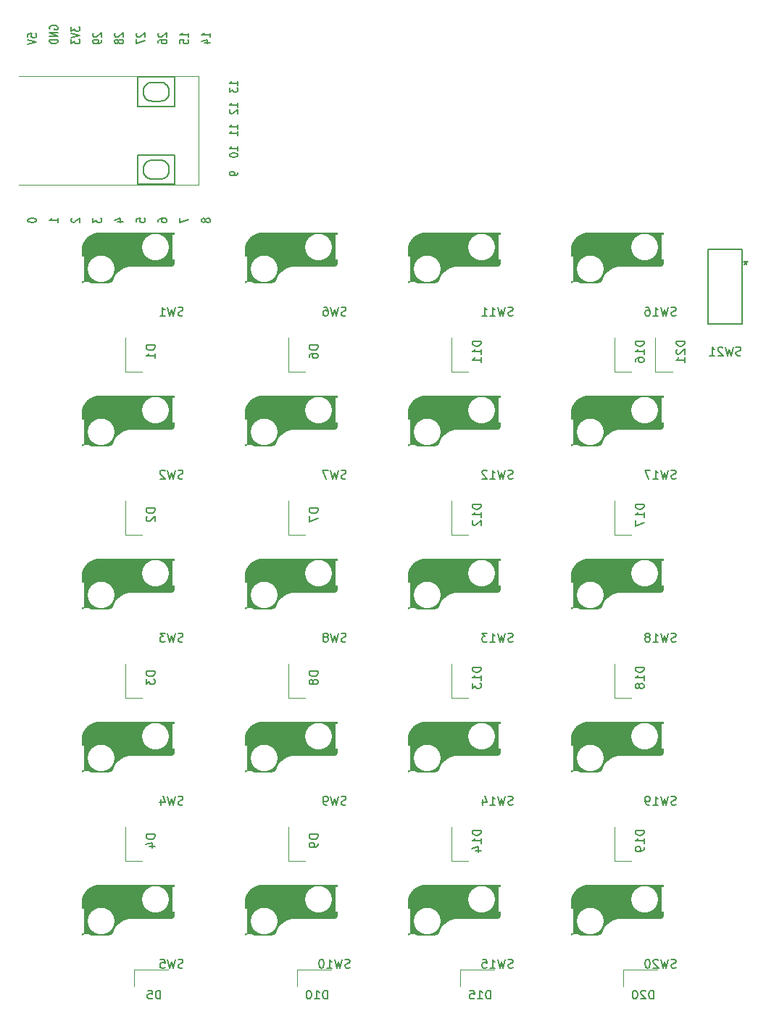
<source format=gbr>
%TF.GenerationSoftware,KiCad,Pcbnew,9.0.3*%
%TF.CreationDate,2025-08-11T00:10:58+09:00*%
%TF.ProjectId,tenkey_v3,74656e6b-6579-45f7-9633-2e6b69636164,rev?*%
%TF.SameCoordinates,Original*%
%TF.FileFunction,Legend,Bot*%
%TF.FilePolarity,Positive*%
%FSLAX46Y46*%
G04 Gerber Fmt 4.6, Leading zero omitted, Abs format (unit mm)*
G04 Created by KiCad (PCBNEW 9.0.3) date 2025-08-11 00:10:58*
%MOMM*%
%LPD*%
G01*
G04 APERTURE LIST*
%ADD10C,0.150000*%
%ADD11C,0.000000*%
%ADD12C,0.120000*%
%ADD13C,0.152400*%
%ADD14C,0.100000*%
G04 APERTURE END LIST*
D10*
X177659523Y-126732200D02*
X177516666Y-126779819D01*
X177516666Y-126779819D02*
X177278571Y-126779819D01*
X177278571Y-126779819D02*
X177183333Y-126732200D01*
X177183333Y-126732200D02*
X177135714Y-126684580D01*
X177135714Y-126684580D02*
X177088095Y-126589342D01*
X177088095Y-126589342D02*
X177088095Y-126494104D01*
X177088095Y-126494104D02*
X177135714Y-126398866D01*
X177135714Y-126398866D02*
X177183333Y-126351247D01*
X177183333Y-126351247D02*
X177278571Y-126303628D01*
X177278571Y-126303628D02*
X177469047Y-126256009D01*
X177469047Y-126256009D02*
X177564285Y-126208390D01*
X177564285Y-126208390D02*
X177611904Y-126160771D01*
X177611904Y-126160771D02*
X177659523Y-126065533D01*
X177659523Y-126065533D02*
X177659523Y-125970295D01*
X177659523Y-125970295D02*
X177611904Y-125875057D01*
X177611904Y-125875057D02*
X177564285Y-125827438D01*
X177564285Y-125827438D02*
X177469047Y-125779819D01*
X177469047Y-125779819D02*
X177230952Y-125779819D01*
X177230952Y-125779819D02*
X177088095Y-125827438D01*
X176754761Y-125779819D02*
X176516666Y-126779819D01*
X176516666Y-126779819D02*
X176326190Y-126065533D01*
X176326190Y-126065533D02*
X176135714Y-126779819D01*
X176135714Y-126779819D02*
X175897619Y-125779819D01*
X174992857Y-126779819D02*
X175564285Y-126779819D01*
X175278571Y-126779819D02*
X175278571Y-125779819D01*
X175278571Y-125779819D02*
X175373809Y-125922676D01*
X175373809Y-125922676D02*
X175469047Y-126017914D01*
X175469047Y-126017914D02*
X175564285Y-126065533D01*
X174516666Y-126779819D02*
X174326190Y-126779819D01*
X174326190Y-126779819D02*
X174230952Y-126732200D01*
X174230952Y-126732200D02*
X174183333Y-126684580D01*
X174183333Y-126684580D02*
X174088095Y-126541723D01*
X174088095Y-126541723D02*
X174040476Y-126351247D01*
X174040476Y-126351247D02*
X174040476Y-125970295D01*
X174040476Y-125970295D02*
X174088095Y-125875057D01*
X174088095Y-125875057D02*
X174135714Y-125827438D01*
X174135714Y-125827438D02*
X174230952Y-125779819D01*
X174230952Y-125779819D02*
X174421428Y-125779819D01*
X174421428Y-125779819D02*
X174516666Y-125827438D01*
X174516666Y-125827438D02*
X174564285Y-125875057D01*
X174564285Y-125875057D02*
X174611904Y-125970295D01*
X174611904Y-125970295D02*
X174611904Y-126208390D01*
X174611904Y-126208390D02*
X174564285Y-126303628D01*
X174564285Y-126303628D02*
X174516666Y-126351247D01*
X174516666Y-126351247D02*
X174421428Y-126398866D01*
X174421428Y-126398866D02*
X174230952Y-126398866D01*
X174230952Y-126398866D02*
X174135714Y-126351247D01*
X174135714Y-126351247D02*
X174088095Y-126303628D01*
X174088095Y-126303628D02*
X174040476Y-126208390D01*
X158609523Y-107682200D02*
X158466666Y-107729819D01*
X158466666Y-107729819D02*
X158228571Y-107729819D01*
X158228571Y-107729819D02*
X158133333Y-107682200D01*
X158133333Y-107682200D02*
X158085714Y-107634580D01*
X158085714Y-107634580D02*
X158038095Y-107539342D01*
X158038095Y-107539342D02*
X158038095Y-107444104D01*
X158038095Y-107444104D02*
X158085714Y-107348866D01*
X158085714Y-107348866D02*
X158133333Y-107301247D01*
X158133333Y-107301247D02*
X158228571Y-107253628D01*
X158228571Y-107253628D02*
X158419047Y-107206009D01*
X158419047Y-107206009D02*
X158514285Y-107158390D01*
X158514285Y-107158390D02*
X158561904Y-107110771D01*
X158561904Y-107110771D02*
X158609523Y-107015533D01*
X158609523Y-107015533D02*
X158609523Y-106920295D01*
X158609523Y-106920295D02*
X158561904Y-106825057D01*
X158561904Y-106825057D02*
X158514285Y-106777438D01*
X158514285Y-106777438D02*
X158419047Y-106729819D01*
X158419047Y-106729819D02*
X158180952Y-106729819D01*
X158180952Y-106729819D02*
X158038095Y-106777438D01*
X157704761Y-106729819D02*
X157466666Y-107729819D01*
X157466666Y-107729819D02*
X157276190Y-107015533D01*
X157276190Y-107015533D02*
X157085714Y-107729819D01*
X157085714Y-107729819D02*
X156847619Y-106729819D01*
X155942857Y-107729819D02*
X156514285Y-107729819D01*
X156228571Y-107729819D02*
X156228571Y-106729819D01*
X156228571Y-106729819D02*
X156323809Y-106872676D01*
X156323809Y-106872676D02*
X156419047Y-106967914D01*
X156419047Y-106967914D02*
X156514285Y-107015533D01*
X155609523Y-106729819D02*
X154990476Y-106729819D01*
X154990476Y-106729819D02*
X155323809Y-107110771D01*
X155323809Y-107110771D02*
X155180952Y-107110771D01*
X155180952Y-107110771D02*
X155085714Y-107158390D01*
X155085714Y-107158390D02*
X155038095Y-107206009D01*
X155038095Y-107206009D02*
X154990476Y-107301247D01*
X154990476Y-107301247D02*
X154990476Y-107539342D01*
X154990476Y-107539342D02*
X155038095Y-107634580D01*
X155038095Y-107634580D02*
X155085714Y-107682200D01*
X155085714Y-107682200D02*
X155180952Y-107729819D01*
X155180952Y-107729819D02*
X155466666Y-107729819D01*
X155466666Y-107729819D02*
X155561904Y-107682200D01*
X155561904Y-107682200D02*
X155609523Y-107634580D01*
X158609523Y-145782200D02*
X158466666Y-145829819D01*
X158466666Y-145829819D02*
X158228571Y-145829819D01*
X158228571Y-145829819D02*
X158133333Y-145782200D01*
X158133333Y-145782200D02*
X158085714Y-145734580D01*
X158085714Y-145734580D02*
X158038095Y-145639342D01*
X158038095Y-145639342D02*
X158038095Y-145544104D01*
X158038095Y-145544104D02*
X158085714Y-145448866D01*
X158085714Y-145448866D02*
X158133333Y-145401247D01*
X158133333Y-145401247D02*
X158228571Y-145353628D01*
X158228571Y-145353628D02*
X158419047Y-145306009D01*
X158419047Y-145306009D02*
X158514285Y-145258390D01*
X158514285Y-145258390D02*
X158561904Y-145210771D01*
X158561904Y-145210771D02*
X158609523Y-145115533D01*
X158609523Y-145115533D02*
X158609523Y-145020295D01*
X158609523Y-145020295D02*
X158561904Y-144925057D01*
X158561904Y-144925057D02*
X158514285Y-144877438D01*
X158514285Y-144877438D02*
X158419047Y-144829819D01*
X158419047Y-144829819D02*
X158180952Y-144829819D01*
X158180952Y-144829819D02*
X158038095Y-144877438D01*
X157704761Y-144829819D02*
X157466666Y-145829819D01*
X157466666Y-145829819D02*
X157276190Y-145115533D01*
X157276190Y-145115533D02*
X157085714Y-145829819D01*
X157085714Y-145829819D02*
X156847619Y-144829819D01*
X155942857Y-145829819D02*
X156514285Y-145829819D01*
X156228571Y-145829819D02*
X156228571Y-144829819D01*
X156228571Y-144829819D02*
X156323809Y-144972676D01*
X156323809Y-144972676D02*
X156419047Y-145067914D01*
X156419047Y-145067914D02*
X156514285Y-145115533D01*
X155038095Y-144829819D02*
X155514285Y-144829819D01*
X155514285Y-144829819D02*
X155561904Y-145306009D01*
X155561904Y-145306009D02*
X155514285Y-145258390D01*
X155514285Y-145258390D02*
X155419047Y-145210771D01*
X155419047Y-145210771D02*
X155180952Y-145210771D01*
X155180952Y-145210771D02*
X155085714Y-145258390D01*
X155085714Y-145258390D02*
X155038095Y-145306009D01*
X155038095Y-145306009D02*
X154990476Y-145401247D01*
X154990476Y-145401247D02*
X154990476Y-145639342D01*
X154990476Y-145639342D02*
X155038095Y-145734580D01*
X155038095Y-145734580D02*
X155085714Y-145782200D01*
X155085714Y-145782200D02*
X155180952Y-145829819D01*
X155180952Y-145829819D02*
X155419047Y-145829819D01*
X155419047Y-145829819D02*
X155514285Y-145782200D01*
X155514285Y-145782200D02*
X155561904Y-145734580D01*
X177659523Y-107682200D02*
X177516666Y-107729819D01*
X177516666Y-107729819D02*
X177278571Y-107729819D01*
X177278571Y-107729819D02*
X177183333Y-107682200D01*
X177183333Y-107682200D02*
X177135714Y-107634580D01*
X177135714Y-107634580D02*
X177088095Y-107539342D01*
X177088095Y-107539342D02*
X177088095Y-107444104D01*
X177088095Y-107444104D02*
X177135714Y-107348866D01*
X177135714Y-107348866D02*
X177183333Y-107301247D01*
X177183333Y-107301247D02*
X177278571Y-107253628D01*
X177278571Y-107253628D02*
X177469047Y-107206009D01*
X177469047Y-107206009D02*
X177564285Y-107158390D01*
X177564285Y-107158390D02*
X177611904Y-107110771D01*
X177611904Y-107110771D02*
X177659523Y-107015533D01*
X177659523Y-107015533D02*
X177659523Y-106920295D01*
X177659523Y-106920295D02*
X177611904Y-106825057D01*
X177611904Y-106825057D02*
X177564285Y-106777438D01*
X177564285Y-106777438D02*
X177469047Y-106729819D01*
X177469047Y-106729819D02*
X177230952Y-106729819D01*
X177230952Y-106729819D02*
X177088095Y-106777438D01*
X176754761Y-106729819D02*
X176516666Y-107729819D01*
X176516666Y-107729819D02*
X176326190Y-107015533D01*
X176326190Y-107015533D02*
X176135714Y-107729819D01*
X176135714Y-107729819D02*
X175897619Y-106729819D01*
X174992857Y-107729819D02*
X175564285Y-107729819D01*
X175278571Y-107729819D02*
X175278571Y-106729819D01*
X175278571Y-106729819D02*
X175373809Y-106872676D01*
X175373809Y-106872676D02*
X175469047Y-106967914D01*
X175469047Y-106967914D02*
X175564285Y-107015533D01*
X174421428Y-107158390D02*
X174516666Y-107110771D01*
X174516666Y-107110771D02*
X174564285Y-107063152D01*
X174564285Y-107063152D02*
X174611904Y-106967914D01*
X174611904Y-106967914D02*
X174611904Y-106920295D01*
X174611904Y-106920295D02*
X174564285Y-106825057D01*
X174564285Y-106825057D02*
X174516666Y-106777438D01*
X174516666Y-106777438D02*
X174421428Y-106729819D01*
X174421428Y-106729819D02*
X174230952Y-106729819D01*
X174230952Y-106729819D02*
X174135714Y-106777438D01*
X174135714Y-106777438D02*
X174088095Y-106825057D01*
X174088095Y-106825057D02*
X174040476Y-106920295D01*
X174040476Y-106920295D02*
X174040476Y-106967914D01*
X174040476Y-106967914D02*
X174088095Y-107063152D01*
X174088095Y-107063152D02*
X174135714Y-107110771D01*
X174135714Y-107110771D02*
X174230952Y-107158390D01*
X174230952Y-107158390D02*
X174421428Y-107158390D01*
X174421428Y-107158390D02*
X174516666Y-107206009D01*
X174516666Y-107206009D02*
X174564285Y-107253628D01*
X174564285Y-107253628D02*
X174611904Y-107348866D01*
X174611904Y-107348866D02*
X174611904Y-107539342D01*
X174611904Y-107539342D02*
X174564285Y-107634580D01*
X174564285Y-107634580D02*
X174516666Y-107682200D01*
X174516666Y-107682200D02*
X174421428Y-107729819D01*
X174421428Y-107729819D02*
X174230952Y-107729819D01*
X174230952Y-107729819D02*
X174135714Y-107682200D01*
X174135714Y-107682200D02*
X174088095Y-107634580D01*
X174088095Y-107634580D02*
X174040476Y-107539342D01*
X174040476Y-107539342D02*
X174040476Y-107348866D01*
X174040476Y-107348866D02*
X174088095Y-107253628D01*
X174088095Y-107253628D02*
X174135714Y-107206009D01*
X174135714Y-107206009D02*
X174230952Y-107158390D01*
X177659523Y-69582200D02*
X177516666Y-69629819D01*
X177516666Y-69629819D02*
X177278571Y-69629819D01*
X177278571Y-69629819D02*
X177183333Y-69582200D01*
X177183333Y-69582200D02*
X177135714Y-69534580D01*
X177135714Y-69534580D02*
X177088095Y-69439342D01*
X177088095Y-69439342D02*
X177088095Y-69344104D01*
X177088095Y-69344104D02*
X177135714Y-69248866D01*
X177135714Y-69248866D02*
X177183333Y-69201247D01*
X177183333Y-69201247D02*
X177278571Y-69153628D01*
X177278571Y-69153628D02*
X177469047Y-69106009D01*
X177469047Y-69106009D02*
X177564285Y-69058390D01*
X177564285Y-69058390D02*
X177611904Y-69010771D01*
X177611904Y-69010771D02*
X177659523Y-68915533D01*
X177659523Y-68915533D02*
X177659523Y-68820295D01*
X177659523Y-68820295D02*
X177611904Y-68725057D01*
X177611904Y-68725057D02*
X177564285Y-68677438D01*
X177564285Y-68677438D02*
X177469047Y-68629819D01*
X177469047Y-68629819D02*
X177230952Y-68629819D01*
X177230952Y-68629819D02*
X177088095Y-68677438D01*
X176754761Y-68629819D02*
X176516666Y-69629819D01*
X176516666Y-69629819D02*
X176326190Y-68915533D01*
X176326190Y-68915533D02*
X176135714Y-69629819D01*
X176135714Y-69629819D02*
X175897619Y-68629819D01*
X174992857Y-69629819D02*
X175564285Y-69629819D01*
X175278571Y-69629819D02*
X175278571Y-68629819D01*
X175278571Y-68629819D02*
X175373809Y-68772676D01*
X175373809Y-68772676D02*
X175469047Y-68867914D01*
X175469047Y-68867914D02*
X175564285Y-68915533D01*
X174135714Y-68629819D02*
X174326190Y-68629819D01*
X174326190Y-68629819D02*
X174421428Y-68677438D01*
X174421428Y-68677438D02*
X174469047Y-68725057D01*
X174469047Y-68725057D02*
X174564285Y-68867914D01*
X174564285Y-68867914D02*
X174611904Y-69058390D01*
X174611904Y-69058390D02*
X174611904Y-69439342D01*
X174611904Y-69439342D02*
X174564285Y-69534580D01*
X174564285Y-69534580D02*
X174516666Y-69582200D01*
X174516666Y-69582200D02*
X174421428Y-69629819D01*
X174421428Y-69629819D02*
X174230952Y-69629819D01*
X174230952Y-69629819D02*
X174135714Y-69582200D01*
X174135714Y-69582200D02*
X174088095Y-69534580D01*
X174088095Y-69534580D02*
X174040476Y-69439342D01*
X174040476Y-69439342D02*
X174040476Y-69201247D01*
X174040476Y-69201247D02*
X174088095Y-69106009D01*
X174088095Y-69106009D02*
X174135714Y-69058390D01*
X174135714Y-69058390D02*
X174230952Y-69010771D01*
X174230952Y-69010771D02*
X174421428Y-69010771D01*
X174421428Y-69010771D02*
X174516666Y-69058390D01*
X174516666Y-69058390D02*
X174564285Y-69106009D01*
X174564285Y-69106009D02*
X174611904Y-69201247D01*
X120033332Y-107682200D02*
X119890475Y-107729819D01*
X119890475Y-107729819D02*
X119652380Y-107729819D01*
X119652380Y-107729819D02*
X119557142Y-107682200D01*
X119557142Y-107682200D02*
X119509523Y-107634580D01*
X119509523Y-107634580D02*
X119461904Y-107539342D01*
X119461904Y-107539342D02*
X119461904Y-107444104D01*
X119461904Y-107444104D02*
X119509523Y-107348866D01*
X119509523Y-107348866D02*
X119557142Y-107301247D01*
X119557142Y-107301247D02*
X119652380Y-107253628D01*
X119652380Y-107253628D02*
X119842856Y-107206009D01*
X119842856Y-107206009D02*
X119938094Y-107158390D01*
X119938094Y-107158390D02*
X119985713Y-107110771D01*
X119985713Y-107110771D02*
X120033332Y-107015533D01*
X120033332Y-107015533D02*
X120033332Y-106920295D01*
X120033332Y-106920295D02*
X119985713Y-106825057D01*
X119985713Y-106825057D02*
X119938094Y-106777438D01*
X119938094Y-106777438D02*
X119842856Y-106729819D01*
X119842856Y-106729819D02*
X119604761Y-106729819D01*
X119604761Y-106729819D02*
X119461904Y-106777438D01*
X119128570Y-106729819D02*
X118890475Y-107729819D01*
X118890475Y-107729819D02*
X118699999Y-107015533D01*
X118699999Y-107015533D02*
X118509523Y-107729819D01*
X118509523Y-107729819D02*
X118271428Y-106729819D01*
X117985713Y-106729819D02*
X117366666Y-106729819D01*
X117366666Y-106729819D02*
X117699999Y-107110771D01*
X117699999Y-107110771D02*
X117557142Y-107110771D01*
X117557142Y-107110771D02*
X117461904Y-107158390D01*
X117461904Y-107158390D02*
X117414285Y-107206009D01*
X117414285Y-107206009D02*
X117366666Y-107301247D01*
X117366666Y-107301247D02*
X117366666Y-107539342D01*
X117366666Y-107539342D02*
X117414285Y-107634580D01*
X117414285Y-107634580D02*
X117461904Y-107682200D01*
X117461904Y-107682200D02*
X117557142Y-107729819D01*
X117557142Y-107729819D02*
X117842856Y-107729819D01*
X117842856Y-107729819D02*
X117938094Y-107682200D01*
X117938094Y-107682200D02*
X117985713Y-107634580D01*
X139083332Y-88632200D02*
X138940475Y-88679819D01*
X138940475Y-88679819D02*
X138702380Y-88679819D01*
X138702380Y-88679819D02*
X138607142Y-88632200D01*
X138607142Y-88632200D02*
X138559523Y-88584580D01*
X138559523Y-88584580D02*
X138511904Y-88489342D01*
X138511904Y-88489342D02*
X138511904Y-88394104D01*
X138511904Y-88394104D02*
X138559523Y-88298866D01*
X138559523Y-88298866D02*
X138607142Y-88251247D01*
X138607142Y-88251247D02*
X138702380Y-88203628D01*
X138702380Y-88203628D02*
X138892856Y-88156009D01*
X138892856Y-88156009D02*
X138988094Y-88108390D01*
X138988094Y-88108390D02*
X139035713Y-88060771D01*
X139035713Y-88060771D02*
X139083332Y-87965533D01*
X139083332Y-87965533D02*
X139083332Y-87870295D01*
X139083332Y-87870295D02*
X139035713Y-87775057D01*
X139035713Y-87775057D02*
X138988094Y-87727438D01*
X138988094Y-87727438D02*
X138892856Y-87679819D01*
X138892856Y-87679819D02*
X138654761Y-87679819D01*
X138654761Y-87679819D02*
X138511904Y-87727438D01*
X138178570Y-87679819D02*
X137940475Y-88679819D01*
X137940475Y-88679819D02*
X137749999Y-87965533D01*
X137749999Y-87965533D02*
X137559523Y-88679819D01*
X137559523Y-88679819D02*
X137321428Y-87679819D01*
X137035713Y-87679819D02*
X136369047Y-87679819D01*
X136369047Y-87679819D02*
X136797618Y-88679819D01*
X158609523Y-69582200D02*
X158466666Y-69629819D01*
X158466666Y-69629819D02*
X158228571Y-69629819D01*
X158228571Y-69629819D02*
X158133333Y-69582200D01*
X158133333Y-69582200D02*
X158085714Y-69534580D01*
X158085714Y-69534580D02*
X158038095Y-69439342D01*
X158038095Y-69439342D02*
X158038095Y-69344104D01*
X158038095Y-69344104D02*
X158085714Y-69248866D01*
X158085714Y-69248866D02*
X158133333Y-69201247D01*
X158133333Y-69201247D02*
X158228571Y-69153628D01*
X158228571Y-69153628D02*
X158419047Y-69106009D01*
X158419047Y-69106009D02*
X158514285Y-69058390D01*
X158514285Y-69058390D02*
X158561904Y-69010771D01*
X158561904Y-69010771D02*
X158609523Y-68915533D01*
X158609523Y-68915533D02*
X158609523Y-68820295D01*
X158609523Y-68820295D02*
X158561904Y-68725057D01*
X158561904Y-68725057D02*
X158514285Y-68677438D01*
X158514285Y-68677438D02*
X158419047Y-68629819D01*
X158419047Y-68629819D02*
X158180952Y-68629819D01*
X158180952Y-68629819D02*
X158038095Y-68677438D01*
X157704761Y-68629819D02*
X157466666Y-69629819D01*
X157466666Y-69629819D02*
X157276190Y-68915533D01*
X157276190Y-68915533D02*
X157085714Y-69629819D01*
X157085714Y-69629819D02*
X156847619Y-68629819D01*
X155942857Y-69629819D02*
X156514285Y-69629819D01*
X156228571Y-69629819D02*
X156228571Y-68629819D01*
X156228571Y-68629819D02*
X156323809Y-68772676D01*
X156323809Y-68772676D02*
X156419047Y-68867914D01*
X156419047Y-68867914D02*
X156514285Y-68915533D01*
X154990476Y-69629819D02*
X155561904Y-69629819D01*
X155276190Y-69629819D02*
X155276190Y-68629819D01*
X155276190Y-68629819D02*
X155371428Y-68772676D01*
X155371428Y-68772676D02*
X155466666Y-68867914D01*
X155466666Y-68867914D02*
X155561904Y-68915533D01*
X120033332Y-88632200D02*
X119890475Y-88679819D01*
X119890475Y-88679819D02*
X119652380Y-88679819D01*
X119652380Y-88679819D02*
X119557142Y-88632200D01*
X119557142Y-88632200D02*
X119509523Y-88584580D01*
X119509523Y-88584580D02*
X119461904Y-88489342D01*
X119461904Y-88489342D02*
X119461904Y-88394104D01*
X119461904Y-88394104D02*
X119509523Y-88298866D01*
X119509523Y-88298866D02*
X119557142Y-88251247D01*
X119557142Y-88251247D02*
X119652380Y-88203628D01*
X119652380Y-88203628D02*
X119842856Y-88156009D01*
X119842856Y-88156009D02*
X119938094Y-88108390D01*
X119938094Y-88108390D02*
X119985713Y-88060771D01*
X119985713Y-88060771D02*
X120033332Y-87965533D01*
X120033332Y-87965533D02*
X120033332Y-87870295D01*
X120033332Y-87870295D02*
X119985713Y-87775057D01*
X119985713Y-87775057D02*
X119938094Y-87727438D01*
X119938094Y-87727438D02*
X119842856Y-87679819D01*
X119842856Y-87679819D02*
X119604761Y-87679819D01*
X119604761Y-87679819D02*
X119461904Y-87727438D01*
X119128570Y-87679819D02*
X118890475Y-88679819D01*
X118890475Y-88679819D02*
X118699999Y-87965533D01*
X118699999Y-87965533D02*
X118509523Y-88679819D01*
X118509523Y-88679819D02*
X118271428Y-87679819D01*
X117938094Y-87775057D02*
X117890475Y-87727438D01*
X117890475Y-87727438D02*
X117795237Y-87679819D01*
X117795237Y-87679819D02*
X117557142Y-87679819D01*
X117557142Y-87679819D02*
X117461904Y-87727438D01*
X117461904Y-87727438D02*
X117414285Y-87775057D01*
X117414285Y-87775057D02*
X117366666Y-87870295D01*
X117366666Y-87870295D02*
X117366666Y-87965533D01*
X117366666Y-87965533D02*
X117414285Y-88108390D01*
X117414285Y-88108390D02*
X117985713Y-88679819D01*
X117985713Y-88679819D02*
X117366666Y-88679819D01*
X158609523Y-88632200D02*
X158466666Y-88679819D01*
X158466666Y-88679819D02*
X158228571Y-88679819D01*
X158228571Y-88679819D02*
X158133333Y-88632200D01*
X158133333Y-88632200D02*
X158085714Y-88584580D01*
X158085714Y-88584580D02*
X158038095Y-88489342D01*
X158038095Y-88489342D02*
X158038095Y-88394104D01*
X158038095Y-88394104D02*
X158085714Y-88298866D01*
X158085714Y-88298866D02*
X158133333Y-88251247D01*
X158133333Y-88251247D02*
X158228571Y-88203628D01*
X158228571Y-88203628D02*
X158419047Y-88156009D01*
X158419047Y-88156009D02*
X158514285Y-88108390D01*
X158514285Y-88108390D02*
X158561904Y-88060771D01*
X158561904Y-88060771D02*
X158609523Y-87965533D01*
X158609523Y-87965533D02*
X158609523Y-87870295D01*
X158609523Y-87870295D02*
X158561904Y-87775057D01*
X158561904Y-87775057D02*
X158514285Y-87727438D01*
X158514285Y-87727438D02*
X158419047Y-87679819D01*
X158419047Y-87679819D02*
X158180952Y-87679819D01*
X158180952Y-87679819D02*
X158038095Y-87727438D01*
X157704761Y-87679819D02*
X157466666Y-88679819D01*
X157466666Y-88679819D02*
X157276190Y-87965533D01*
X157276190Y-87965533D02*
X157085714Y-88679819D01*
X157085714Y-88679819D02*
X156847619Y-87679819D01*
X155942857Y-88679819D02*
X156514285Y-88679819D01*
X156228571Y-88679819D02*
X156228571Y-87679819D01*
X156228571Y-87679819D02*
X156323809Y-87822676D01*
X156323809Y-87822676D02*
X156419047Y-87917914D01*
X156419047Y-87917914D02*
X156514285Y-87965533D01*
X155561904Y-87775057D02*
X155514285Y-87727438D01*
X155514285Y-87727438D02*
X155419047Y-87679819D01*
X155419047Y-87679819D02*
X155180952Y-87679819D01*
X155180952Y-87679819D02*
X155085714Y-87727438D01*
X155085714Y-87727438D02*
X155038095Y-87775057D01*
X155038095Y-87775057D02*
X154990476Y-87870295D01*
X154990476Y-87870295D02*
X154990476Y-87965533D01*
X154990476Y-87965533D02*
X155038095Y-88108390D01*
X155038095Y-88108390D02*
X155609523Y-88679819D01*
X155609523Y-88679819D02*
X154990476Y-88679819D01*
X120033332Y-126732200D02*
X119890475Y-126779819D01*
X119890475Y-126779819D02*
X119652380Y-126779819D01*
X119652380Y-126779819D02*
X119557142Y-126732200D01*
X119557142Y-126732200D02*
X119509523Y-126684580D01*
X119509523Y-126684580D02*
X119461904Y-126589342D01*
X119461904Y-126589342D02*
X119461904Y-126494104D01*
X119461904Y-126494104D02*
X119509523Y-126398866D01*
X119509523Y-126398866D02*
X119557142Y-126351247D01*
X119557142Y-126351247D02*
X119652380Y-126303628D01*
X119652380Y-126303628D02*
X119842856Y-126256009D01*
X119842856Y-126256009D02*
X119938094Y-126208390D01*
X119938094Y-126208390D02*
X119985713Y-126160771D01*
X119985713Y-126160771D02*
X120033332Y-126065533D01*
X120033332Y-126065533D02*
X120033332Y-125970295D01*
X120033332Y-125970295D02*
X119985713Y-125875057D01*
X119985713Y-125875057D02*
X119938094Y-125827438D01*
X119938094Y-125827438D02*
X119842856Y-125779819D01*
X119842856Y-125779819D02*
X119604761Y-125779819D01*
X119604761Y-125779819D02*
X119461904Y-125827438D01*
X119128570Y-125779819D02*
X118890475Y-126779819D01*
X118890475Y-126779819D02*
X118699999Y-126065533D01*
X118699999Y-126065533D02*
X118509523Y-126779819D01*
X118509523Y-126779819D02*
X118271428Y-125779819D01*
X117461904Y-126113152D02*
X117461904Y-126779819D01*
X117699999Y-125732200D02*
X117938094Y-126446485D01*
X117938094Y-126446485D02*
X117319047Y-126446485D01*
X177659523Y-88632200D02*
X177516666Y-88679819D01*
X177516666Y-88679819D02*
X177278571Y-88679819D01*
X177278571Y-88679819D02*
X177183333Y-88632200D01*
X177183333Y-88632200D02*
X177135714Y-88584580D01*
X177135714Y-88584580D02*
X177088095Y-88489342D01*
X177088095Y-88489342D02*
X177088095Y-88394104D01*
X177088095Y-88394104D02*
X177135714Y-88298866D01*
X177135714Y-88298866D02*
X177183333Y-88251247D01*
X177183333Y-88251247D02*
X177278571Y-88203628D01*
X177278571Y-88203628D02*
X177469047Y-88156009D01*
X177469047Y-88156009D02*
X177564285Y-88108390D01*
X177564285Y-88108390D02*
X177611904Y-88060771D01*
X177611904Y-88060771D02*
X177659523Y-87965533D01*
X177659523Y-87965533D02*
X177659523Y-87870295D01*
X177659523Y-87870295D02*
X177611904Y-87775057D01*
X177611904Y-87775057D02*
X177564285Y-87727438D01*
X177564285Y-87727438D02*
X177469047Y-87679819D01*
X177469047Y-87679819D02*
X177230952Y-87679819D01*
X177230952Y-87679819D02*
X177088095Y-87727438D01*
X176754761Y-87679819D02*
X176516666Y-88679819D01*
X176516666Y-88679819D02*
X176326190Y-87965533D01*
X176326190Y-87965533D02*
X176135714Y-88679819D01*
X176135714Y-88679819D02*
X175897619Y-87679819D01*
X174992857Y-88679819D02*
X175564285Y-88679819D01*
X175278571Y-88679819D02*
X175278571Y-87679819D01*
X175278571Y-87679819D02*
X175373809Y-87822676D01*
X175373809Y-87822676D02*
X175469047Y-87917914D01*
X175469047Y-87917914D02*
X175564285Y-87965533D01*
X174659523Y-87679819D02*
X173992857Y-87679819D01*
X173992857Y-87679819D02*
X174421428Y-88679819D01*
X120033332Y-145782200D02*
X119890475Y-145829819D01*
X119890475Y-145829819D02*
X119652380Y-145829819D01*
X119652380Y-145829819D02*
X119557142Y-145782200D01*
X119557142Y-145782200D02*
X119509523Y-145734580D01*
X119509523Y-145734580D02*
X119461904Y-145639342D01*
X119461904Y-145639342D02*
X119461904Y-145544104D01*
X119461904Y-145544104D02*
X119509523Y-145448866D01*
X119509523Y-145448866D02*
X119557142Y-145401247D01*
X119557142Y-145401247D02*
X119652380Y-145353628D01*
X119652380Y-145353628D02*
X119842856Y-145306009D01*
X119842856Y-145306009D02*
X119938094Y-145258390D01*
X119938094Y-145258390D02*
X119985713Y-145210771D01*
X119985713Y-145210771D02*
X120033332Y-145115533D01*
X120033332Y-145115533D02*
X120033332Y-145020295D01*
X120033332Y-145020295D02*
X119985713Y-144925057D01*
X119985713Y-144925057D02*
X119938094Y-144877438D01*
X119938094Y-144877438D02*
X119842856Y-144829819D01*
X119842856Y-144829819D02*
X119604761Y-144829819D01*
X119604761Y-144829819D02*
X119461904Y-144877438D01*
X119128570Y-144829819D02*
X118890475Y-145829819D01*
X118890475Y-145829819D02*
X118699999Y-145115533D01*
X118699999Y-145115533D02*
X118509523Y-145829819D01*
X118509523Y-145829819D02*
X118271428Y-144829819D01*
X117414285Y-144829819D02*
X117890475Y-144829819D01*
X117890475Y-144829819D02*
X117938094Y-145306009D01*
X117938094Y-145306009D02*
X117890475Y-145258390D01*
X117890475Y-145258390D02*
X117795237Y-145210771D01*
X117795237Y-145210771D02*
X117557142Y-145210771D01*
X117557142Y-145210771D02*
X117461904Y-145258390D01*
X117461904Y-145258390D02*
X117414285Y-145306009D01*
X117414285Y-145306009D02*
X117366666Y-145401247D01*
X117366666Y-145401247D02*
X117366666Y-145639342D01*
X117366666Y-145639342D02*
X117414285Y-145734580D01*
X117414285Y-145734580D02*
X117461904Y-145782200D01*
X117461904Y-145782200D02*
X117557142Y-145829819D01*
X117557142Y-145829819D02*
X117795237Y-145829819D01*
X117795237Y-145829819D02*
X117890475Y-145782200D01*
X117890475Y-145782200D02*
X117938094Y-145734580D01*
X139083332Y-69582200D02*
X138940475Y-69629819D01*
X138940475Y-69629819D02*
X138702380Y-69629819D01*
X138702380Y-69629819D02*
X138607142Y-69582200D01*
X138607142Y-69582200D02*
X138559523Y-69534580D01*
X138559523Y-69534580D02*
X138511904Y-69439342D01*
X138511904Y-69439342D02*
X138511904Y-69344104D01*
X138511904Y-69344104D02*
X138559523Y-69248866D01*
X138559523Y-69248866D02*
X138607142Y-69201247D01*
X138607142Y-69201247D02*
X138702380Y-69153628D01*
X138702380Y-69153628D02*
X138892856Y-69106009D01*
X138892856Y-69106009D02*
X138988094Y-69058390D01*
X138988094Y-69058390D02*
X139035713Y-69010771D01*
X139035713Y-69010771D02*
X139083332Y-68915533D01*
X139083332Y-68915533D02*
X139083332Y-68820295D01*
X139083332Y-68820295D02*
X139035713Y-68725057D01*
X139035713Y-68725057D02*
X138988094Y-68677438D01*
X138988094Y-68677438D02*
X138892856Y-68629819D01*
X138892856Y-68629819D02*
X138654761Y-68629819D01*
X138654761Y-68629819D02*
X138511904Y-68677438D01*
X138178570Y-68629819D02*
X137940475Y-69629819D01*
X137940475Y-69629819D02*
X137749999Y-68915533D01*
X137749999Y-68915533D02*
X137559523Y-69629819D01*
X137559523Y-69629819D02*
X137321428Y-68629819D01*
X136511904Y-68629819D02*
X136702380Y-68629819D01*
X136702380Y-68629819D02*
X136797618Y-68677438D01*
X136797618Y-68677438D02*
X136845237Y-68725057D01*
X136845237Y-68725057D02*
X136940475Y-68867914D01*
X136940475Y-68867914D02*
X136988094Y-69058390D01*
X136988094Y-69058390D02*
X136988094Y-69439342D01*
X136988094Y-69439342D02*
X136940475Y-69534580D01*
X136940475Y-69534580D02*
X136892856Y-69582200D01*
X136892856Y-69582200D02*
X136797618Y-69629819D01*
X136797618Y-69629819D02*
X136607142Y-69629819D01*
X136607142Y-69629819D02*
X136511904Y-69582200D01*
X136511904Y-69582200D02*
X136464285Y-69534580D01*
X136464285Y-69534580D02*
X136416666Y-69439342D01*
X136416666Y-69439342D02*
X136416666Y-69201247D01*
X136416666Y-69201247D02*
X136464285Y-69106009D01*
X136464285Y-69106009D02*
X136511904Y-69058390D01*
X136511904Y-69058390D02*
X136607142Y-69010771D01*
X136607142Y-69010771D02*
X136797618Y-69010771D01*
X136797618Y-69010771D02*
X136892856Y-69058390D01*
X136892856Y-69058390D02*
X136940475Y-69106009D01*
X136940475Y-69106009D02*
X136988094Y-69201247D01*
X120033332Y-69582200D02*
X119890475Y-69629819D01*
X119890475Y-69629819D02*
X119652380Y-69629819D01*
X119652380Y-69629819D02*
X119557142Y-69582200D01*
X119557142Y-69582200D02*
X119509523Y-69534580D01*
X119509523Y-69534580D02*
X119461904Y-69439342D01*
X119461904Y-69439342D02*
X119461904Y-69344104D01*
X119461904Y-69344104D02*
X119509523Y-69248866D01*
X119509523Y-69248866D02*
X119557142Y-69201247D01*
X119557142Y-69201247D02*
X119652380Y-69153628D01*
X119652380Y-69153628D02*
X119842856Y-69106009D01*
X119842856Y-69106009D02*
X119938094Y-69058390D01*
X119938094Y-69058390D02*
X119985713Y-69010771D01*
X119985713Y-69010771D02*
X120033332Y-68915533D01*
X120033332Y-68915533D02*
X120033332Y-68820295D01*
X120033332Y-68820295D02*
X119985713Y-68725057D01*
X119985713Y-68725057D02*
X119938094Y-68677438D01*
X119938094Y-68677438D02*
X119842856Y-68629819D01*
X119842856Y-68629819D02*
X119604761Y-68629819D01*
X119604761Y-68629819D02*
X119461904Y-68677438D01*
X119128570Y-68629819D02*
X118890475Y-69629819D01*
X118890475Y-69629819D02*
X118699999Y-68915533D01*
X118699999Y-68915533D02*
X118509523Y-69629819D01*
X118509523Y-69629819D02*
X118271428Y-68629819D01*
X117366666Y-69629819D02*
X117938094Y-69629819D01*
X117652380Y-69629819D02*
X117652380Y-68629819D01*
X117652380Y-68629819D02*
X117747618Y-68772676D01*
X117747618Y-68772676D02*
X117842856Y-68867914D01*
X117842856Y-68867914D02*
X117938094Y-68915533D01*
X177659523Y-145782200D02*
X177516666Y-145829819D01*
X177516666Y-145829819D02*
X177278571Y-145829819D01*
X177278571Y-145829819D02*
X177183333Y-145782200D01*
X177183333Y-145782200D02*
X177135714Y-145734580D01*
X177135714Y-145734580D02*
X177088095Y-145639342D01*
X177088095Y-145639342D02*
X177088095Y-145544104D01*
X177088095Y-145544104D02*
X177135714Y-145448866D01*
X177135714Y-145448866D02*
X177183333Y-145401247D01*
X177183333Y-145401247D02*
X177278571Y-145353628D01*
X177278571Y-145353628D02*
X177469047Y-145306009D01*
X177469047Y-145306009D02*
X177564285Y-145258390D01*
X177564285Y-145258390D02*
X177611904Y-145210771D01*
X177611904Y-145210771D02*
X177659523Y-145115533D01*
X177659523Y-145115533D02*
X177659523Y-145020295D01*
X177659523Y-145020295D02*
X177611904Y-144925057D01*
X177611904Y-144925057D02*
X177564285Y-144877438D01*
X177564285Y-144877438D02*
X177469047Y-144829819D01*
X177469047Y-144829819D02*
X177230952Y-144829819D01*
X177230952Y-144829819D02*
X177088095Y-144877438D01*
X176754761Y-144829819D02*
X176516666Y-145829819D01*
X176516666Y-145829819D02*
X176326190Y-145115533D01*
X176326190Y-145115533D02*
X176135714Y-145829819D01*
X176135714Y-145829819D02*
X175897619Y-144829819D01*
X175564285Y-144925057D02*
X175516666Y-144877438D01*
X175516666Y-144877438D02*
X175421428Y-144829819D01*
X175421428Y-144829819D02*
X175183333Y-144829819D01*
X175183333Y-144829819D02*
X175088095Y-144877438D01*
X175088095Y-144877438D02*
X175040476Y-144925057D01*
X175040476Y-144925057D02*
X174992857Y-145020295D01*
X174992857Y-145020295D02*
X174992857Y-145115533D01*
X174992857Y-145115533D02*
X175040476Y-145258390D01*
X175040476Y-145258390D02*
X175611904Y-145829819D01*
X175611904Y-145829819D02*
X174992857Y-145829819D01*
X174373809Y-144829819D02*
X174278571Y-144829819D01*
X174278571Y-144829819D02*
X174183333Y-144877438D01*
X174183333Y-144877438D02*
X174135714Y-144925057D01*
X174135714Y-144925057D02*
X174088095Y-145020295D01*
X174088095Y-145020295D02*
X174040476Y-145210771D01*
X174040476Y-145210771D02*
X174040476Y-145448866D01*
X174040476Y-145448866D02*
X174088095Y-145639342D01*
X174088095Y-145639342D02*
X174135714Y-145734580D01*
X174135714Y-145734580D02*
X174183333Y-145782200D01*
X174183333Y-145782200D02*
X174278571Y-145829819D01*
X174278571Y-145829819D02*
X174373809Y-145829819D01*
X174373809Y-145829819D02*
X174469047Y-145782200D01*
X174469047Y-145782200D02*
X174516666Y-145734580D01*
X174516666Y-145734580D02*
X174564285Y-145639342D01*
X174564285Y-145639342D02*
X174611904Y-145448866D01*
X174611904Y-145448866D02*
X174611904Y-145210771D01*
X174611904Y-145210771D02*
X174564285Y-145020295D01*
X174564285Y-145020295D02*
X174516666Y-144925057D01*
X174516666Y-144925057D02*
X174469047Y-144877438D01*
X174469047Y-144877438D02*
X174373809Y-144829819D01*
X139083332Y-126732200D02*
X138940475Y-126779819D01*
X138940475Y-126779819D02*
X138702380Y-126779819D01*
X138702380Y-126779819D02*
X138607142Y-126732200D01*
X138607142Y-126732200D02*
X138559523Y-126684580D01*
X138559523Y-126684580D02*
X138511904Y-126589342D01*
X138511904Y-126589342D02*
X138511904Y-126494104D01*
X138511904Y-126494104D02*
X138559523Y-126398866D01*
X138559523Y-126398866D02*
X138607142Y-126351247D01*
X138607142Y-126351247D02*
X138702380Y-126303628D01*
X138702380Y-126303628D02*
X138892856Y-126256009D01*
X138892856Y-126256009D02*
X138988094Y-126208390D01*
X138988094Y-126208390D02*
X139035713Y-126160771D01*
X139035713Y-126160771D02*
X139083332Y-126065533D01*
X139083332Y-126065533D02*
X139083332Y-125970295D01*
X139083332Y-125970295D02*
X139035713Y-125875057D01*
X139035713Y-125875057D02*
X138988094Y-125827438D01*
X138988094Y-125827438D02*
X138892856Y-125779819D01*
X138892856Y-125779819D02*
X138654761Y-125779819D01*
X138654761Y-125779819D02*
X138511904Y-125827438D01*
X138178570Y-125779819D02*
X137940475Y-126779819D01*
X137940475Y-126779819D02*
X137749999Y-126065533D01*
X137749999Y-126065533D02*
X137559523Y-126779819D01*
X137559523Y-126779819D02*
X137321428Y-125779819D01*
X136892856Y-126779819D02*
X136702380Y-126779819D01*
X136702380Y-126779819D02*
X136607142Y-126732200D01*
X136607142Y-126732200D02*
X136559523Y-126684580D01*
X136559523Y-126684580D02*
X136464285Y-126541723D01*
X136464285Y-126541723D02*
X136416666Y-126351247D01*
X136416666Y-126351247D02*
X136416666Y-125970295D01*
X136416666Y-125970295D02*
X136464285Y-125875057D01*
X136464285Y-125875057D02*
X136511904Y-125827438D01*
X136511904Y-125827438D02*
X136607142Y-125779819D01*
X136607142Y-125779819D02*
X136797618Y-125779819D01*
X136797618Y-125779819D02*
X136892856Y-125827438D01*
X136892856Y-125827438D02*
X136940475Y-125875057D01*
X136940475Y-125875057D02*
X136988094Y-125970295D01*
X136988094Y-125970295D02*
X136988094Y-126208390D01*
X136988094Y-126208390D02*
X136940475Y-126303628D01*
X136940475Y-126303628D02*
X136892856Y-126351247D01*
X136892856Y-126351247D02*
X136797618Y-126398866D01*
X136797618Y-126398866D02*
X136607142Y-126398866D01*
X136607142Y-126398866D02*
X136511904Y-126351247D01*
X136511904Y-126351247D02*
X136464285Y-126303628D01*
X136464285Y-126303628D02*
X136416666Y-126208390D01*
X139559523Y-145782200D02*
X139416666Y-145829819D01*
X139416666Y-145829819D02*
X139178571Y-145829819D01*
X139178571Y-145829819D02*
X139083333Y-145782200D01*
X139083333Y-145782200D02*
X139035714Y-145734580D01*
X139035714Y-145734580D02*
X138988095Y-145639342D01*
X138988095Y-145639342D02*
X138988095Y-145544104D01*
X138988095Y-145544104D02*
X139035714Y-145448866D01*
X139035714Y-145448866D02*
X139083333Y-145401247D01*
X139083333Y-145401247D02*
X139178571Y-145353628D01*
X139178571Y-145353628D02*
X139369047Y-145306009D01*
X139369047Y-145306009D02*
X139464285Y-145258390D01*
X139464285Y-145258390D02*
X139511904Y-145210771D01*
X139511904Y-145210771D02*
X139559523Y-145115533D01*
X139559523Y-145115533D02*
X139559523Y-145020295D01*
X139559523Y-145020295D02*
X139511904Y-144925057D01*
X139511904Y-144925057D02*
X139464285Y-144877438D01*
X139464285Y-144877438D02*
X139369047Y-144829819D01*
X139369047Y-144829819D02*
X139130952Y-144829819D01*
X139130952Y-144829819D02*
X138988095Y-144877438D01*
X138654761Y-144829819D02*
X138416666Y-145829819D01*
X138416666Y-145829819D02*
X138226190Y-145115533D01*
X138226190Y-145115533D02*
X138035714Y-145829819D01*
X138035714Y-145829819D02*
X137797619Y-144829819D01*
X136892857Y-145829819D02*
X137464285Y-145829819D01*
X137178571Y-145829819D02*
X137178571Y-144829819D01*
X137178571Y-144829819D02*
X137273809Y-144972676D01*
X137273809Y-144972676D02*
X137369047Y-145067914D01*
X137369047Y-145067914D02*
X137464285Y-145115533D01*
X136273809Y-144829819D02*
X136178571Y-144829819D01*
X136178571Y-144829819D02*
X136083333Y-144877438D01*
X136083333Y-144877438D02*
X136035714Y-144925057D01*
X136035714Y-144925057D02*
X135988095Y-145020295D01*
X135988095Y-145020295D02*
X135940476Y-145210771D01*
X135940476Y-145210771D02*
X135940476Y-145448866D01*
X135940476Y-145448866D02*
X135988095Y-145639342D01*
X135988095Y-145639342D02*
X136035714Y-145734580D01*
X136035714Y-145734580D02*
X136083333Y-145782200D01*
X136083333Y-145782200D02*
X136178571Y-145829819D01*
X136178571Y-145829819D02*
X136273809Y-145829819D01*
X136273809Y-145829819D02*
X136369047Y-145782200D01*
X136369047Y-145782200D02*
X136416666Y-145734580D01*
X136416666Y-145734580D02*
X136464285Y-145639342D01*
X136464285Y-145639342D02*
X136511904Y-145448866D01*
X136511904Y-145448866D02*
X136511904Y-145210771D01*
X136511904Y-145210771D02*
X136464285Y-145020295D01*
X136464285Y-145020295D02*
X136416666Y-144925057D01*
X136416666Y-144925057D02*
X136369047Y-144877438D01*
X136369047Y-144877438D02*
X136273809Y-144829819D01*
X158609523Y-126732200D02*
X158466666Y-126779819D01*
X158466666Y-126779819D02*
X158228571Y-126779819D01*
X158228571Y-126779819D02*
X158133333Y-126732200D01*
X158133333Y-126732200D02*
X158085714Y-126684580D01*
X158085714Y-126684580D02*
X158038095Y-126589342D01*
X158038095Y-126589342D02*
X158038095Y-126494104D01*
X158038095Y-126494104D02*
X158085714Y-126398866D01*
X158085714Y-126398866D02*
X158133333Y-126351247D01*
X158133333Y-126351247D02*
X158228571Y-126303628D01*
X158228571Y-126303628D02*
X158419047Y-126256009D01*
X158419047Y-126256009D02*
X158514285Y-126208390D01*
X158514285Y-126208390D02*
X158561904Y-126160771D01*
X158561904Y-126160771D02*
X158609523Y-126065533D01*
X158609523Y-126065533D02*
X158609523Y-125970295D01*
X158609523Y-125970295D02*
X158561904Y-125875057D01*
X158561904Y-125875057D02*
X158514285Y-125827438D01*
X158514285Y-125827438D02*
X158419047Y-125779819D01*
X158419047Y-125779819D02*
X158180952Y-125779819D01*
X158180952Y-125779819D02*
X158038095Y-125827438D01*
X157704761Y-125779819D02*
X157466666Y-126779819D01*
X157466666Y-126779819D02*
X157276190Y-126065533D01*
X157276190Y-126065533D02*
X157085714Y-126779819D01*
X157085714Y-126779819D02*
X156847619Y-125779819D01*
X155942857Y-126779819D02*
X156514285Y-126779819D01*
X156228571Y-126779819D02*
X156228571Y-125779819D01*
X156228571Y-125779819D02*
X156323809Y-125922676D01*
X156323809Y-125922676D02*
X156419047Y-126017914D01*
X156419047Y-126017914D02*
X156514285Y-126065533D01*
X155085714Y-126113152D02*
X155085714Y-126779819D01*
X155323809Y-125732200D02*
X155561904Y-126446485D01*
X155561904Y-126446485D02*
X154942857Y-126446485D01*
X139083332Y-107682200D02*
X138940475Y-107729819D01*
X138940475Y-107729819D02*
X138702380Y-107729819D01*
X138702380Y-107729819D02*
X138607142Y-107682200D01*
X138607142Y-107682200D02*
X138559523Y-107634580D01*
X138559523Y-107634580D02*
X138511904Y-107539342D01*
X138511904Y-107539342D02*
X138511904Y-107444104D01*
X138511904Y-107444104D02*
X138559523Y-107348866D01*
X138559523Y-107348866D02*
X138607142Y-107301247D01*
X138607142Y-107301247D02*
X138702380Y-107253628D01*
X138702380Y-107253628D02*
X138892856Y-107206009D01*
X138892856Y-107206009D02*
X138988094Y-107158390D01*
X138988094Y-107158390D02*
X139035713Y-107110771D01*
X139035713Y-107110771D02*
X139083332Y-107015533D01*
X139083332Y-107015533D02*
X139083332Y-106920295D01*
X139083332Y-106920295D02*
X139035713Y-106825057D01*
X139035713Y-106825057D02*
X138988094Y-106777438D01*
X138988094Y-106777438D02*
X138892856Y-106729819D01*
X138892856Y-106729819D02*
X138654761Y-106729819D01*
X138654761Y-106729819D02*
X138511904Y-106777438D01*
X138178570Y-106729819D02*
X137940475Y-107729819D01*
X137940475Y-107729819D02*
X137749999Y-107015533D01*
X137749999Y-107015533D02*
X137559523Y-107729819D01*
X137559523Y-107729819D02*
X137321428Y-106729819D01*
X136797618Y-107158390D02*
X136892856Y-107110771D01*
X136892856Y-107110771D02*
X136940475Y-107063152D01*
X136940475Y-107063152D02*
X136988094Y-106967914D01*
X136988094Y-106967914D02*
X136988094Y-106920295D01*
X136988094Y-106920295D02*
X136940475Y-106825057D01*
X136940475Y-106825057D02*
X136892856Y-106777438D01*
X136892856Y-106777438D02*
X136797618Y-106729819D01*
X136797618Y-106729819D02*
X136607142Y-106729819D01*
X136607142Y-106729819D02*
X136511904Y-106777438D01*
X136511904Y-106777438D02*
X136464285Y-106825057D01*
X136464285Y-106825057D02*
X136416666Y-106920295D01*
X136416666Y-106920295D02*
X136416666Y-106967914D01*
X136416666Y-106967914D02*
X136464285Y-107063152D01*
X136464285Y-107063152D02*
X136511904Y-107110771D01*
X136511904Y-107110771D02*
X136607142Y-107158390D01*
X136607142Y-107158390D02*
X136797618Y-107158390D01*
X136797618Y-107158390D02*
X136892856Y-107206009D01*
X136892856Y-107206009D02*
X136940475Y-107253628D01*
X136940475Y-107253628D02*
X136988094Y-107348866D01*
X136988094Y-107348866D02*
X136988094Y-107539342D01*
X136988094Y-107539342D02*
X136940475Y-107634580D01*
X136940475Y-107634580D02*
X136892856Y-107682200D01*
X136892856Y-107682200D02*
X136797618Y-107729819D01*
X136797618Y-107729819D02*
X136607142Y-107729819D01*
X136607142Y-107729819D02*
X136511904Y-107682200D01*
X136511904Y-107682200D02*
X136464285Y-107634580D01*
X136464285Y-107634580D02*
X136416666Y-107539342D01*
X136416666Y-107539342D02*
X136416666Y-107348866D01*
X136416666Y-107348866D02*
X136464285Y-107253628D01*
X136464285Y-107253628D02*
X136511904Y-107206009D01*
X136511904Y-107206009D02*
X136607142Y-107158390D01*
X116754819Y-111180655D02*
X115754819Y-111180655D01*
X115754819Y-111180655D02*
X115754819Y-111418750D01*
X115754819Y-111418750D02*
X115802438Y-111561607D01*
X115802438Y-111561607D02*
X115897676Y-111656845D01*
X115897676Y-111656845D02*
X115992914Y-111704464D01*
X115992914Y-111704464D02*
X116183390Y-111752083D01*
X116183390Y-111752083D02*
X116326247Y-111752083D01*
X116326247Y-111752083D02*
X116516723Y-111704464D01*
X116516723Y-111704464D02*
X116611961Y-111656845D01*
X116611961Y-111656845D02*
X116707200Y-111561607D01*
X116707200Y-111561607D02*
X116754819Y-111418750D01*
X116754819Y-111418750D02*
X116754819Y-111180655D01*
X115754819Y-112085417D02*
X115754819Y-112704464D01*
X115754819Y-112704464D02*
X116135771Y-112371131D01*
X116135771Y-112371131D02*
X116135771Y-112513988D01*
X116135771Y-112513988D02*
X116183390Y-112609226D01*
X116183390Y-112609226D02*
X116231009Y-112656845D01*
X116231009Y-112656845D02*
X116326247Y-112704464D01*
X116326247Y-112704464D02*
X116564342Y-112704464D01*
X116564342Y-112704464D02*
X116659580Y-112656845D01*
X116659580Y-112656845D02*
X116707200Y-112609226D01*
X116707200Y-112609226D02*
X116754819Y-112513988D01*
X116754819Y-112513988D02*
X116754819Y-112228274D01*
X116754819Y-112228274D02*
X116707200Y-112133036D01*
X116707200Y-112133036D02*
X116659580Y-112085417D01*
X117419344Y-149454819D02*
X117419344Y-148454819D01*
X117419344Y-148454819D02*
X117181249Y-148454819D01*
X117181249Y-148454819D02*
X117038392Y-148502438D01*
X117038392Y-148502438D02*
X116943154Y-148597676D01*
X116943154Y-148597676D02*
X116895535Y-148692914D01*
X116895535Y-148692914D02*
X116847916Y-148883390D01*
X116847916Y-148883390D02*
X116847916Y-149026247D01*
X116847916Y-149026247D02*
X116895535Y-149216723D01*
X116895535Y-149216723D02*
X116943154Y-149311961D01*
X116943154Y-149311961D02*
X117038392Y-149407200D01*
X117038392Y-149407200D02*
X117181249Y-149454819D01*
X117181249Y-149454819D02*
X117419344Y-149454819D01*
X115943154Y-148454819D02*
X116419344Y-148454819D01*
X116419344Y-148454819D02*
X116466963Y-148931009D01*
X116466963Y-148931009D02*
X116419344Y-148883390D01*
X116419344Y-148883390D02*
X116324106Y-148835771D01*
X116324106Y-148835771D02*
X116086011Y-148835771D01*
X116086011Y-148835771D02*
X115990773Y-148883390D01*
X115990773Y-148883390D02*
X115943154Y-148931009D01*
X115943154Y-148931009D02*
X115895535Y-149026247D01*
X115895535Y-149026247D02*
X115895535Y-149264342D01*
X115895535Y-149264342D02*
X115943154Y-149359580D01*
X115943154Y-149359580D02*
X115990773Y-149407200D01*
X115990773Y-149407200D02*
X116086011Y-149454819D01*
X116086011Y-149454819D02*
X116324106Y-149454819D01*
X116324106Y-149454819D02*
X116419344Y-149407200D01*
X116419344Y-149407200D02*
X116466963Y-149359580D01*
X135804819Y-92130655D02*
X134804819Y-92130655D01*
X134804819Y-92130655D02*
X134804819Y-92368750D01*
X134804819Y-92368750D02*
X134852438Y-92511607D01*
X134852438Y-92511607D02*
X134947676Y-92606845D01*
X134947676Y-92606845D02*
X135042914Y-92654464D01*
X135042914Y-92654464D02*
X135233390Y-92702083D01*
X135233390Y-92702083D02*
X135376247Y-92702083D01*
X135376247Y-92702083D02*
X135566723Y-92654464D01*
X135566723Y-92654464D02*
X135661961Y-92606845D01*
X135661961Y-92606845D02*
X135757200Y-92511607D01*
X135757200Y-92511607D02*
X135804819Y-92368750D01*
X135804819Y-92368750D02*
X135804819Y-92130655D01*
X134804819Y-93035417D02*
X134804819Y-93702083D01*
X134804819Y-93702083D02*
X135804819Y-93273512D01*
X136945535Y-149454819D02*
X136945535Y-148454819D01*
X136945535Y-148454819D02*
X136707440Y-148454819D01*
X136707440Y-148454819D02*
X136564583Y-148502438D01*
X136564583Y-148502438D02*
X136469345Y-148597676D01*
X136469345Y-148597676D02*
X136421726Y-148692914D01*
X136421726Y-148692914D02*
X136374107Y-148883390D01*
X136374107Y-148883390D02*
X136374107Y-149026247D01*
X136374107Y-149026247D02*
X136421726Y-149216723D01*
X136421726Y-149216723D02*
X136469345Y-149311961D01*
X136469345Y-149311961D02*
X136564583Y-149407200D01*
X136564583Y-149407200D02*
X136707440Y-149454819D01*
X136707440Y-149454819D02*
X136945535Y-149454819D01*
X135421726Y-149454819D02*
X135993154Y-149454819D01*
X135707440Y-149454819D02*
X135707440Y-148454819D01*
X135707440Y-148454819D02*
X135802678Y-148597676D01*
X135802678Y-148597676D02*
X135897916Y-148692914D01*
X135897916Y-148692914D02*
X135993154Y-148740533D01*
X134802678Y-148454819D02*
X134707440Y-148454819D01*
X134707440Y-148454819D02*
X134612202Y-148502438D01*
X134612202Y-148502438D02*
X134564583Y-148550057D01*
X134564583Y-148550057D02*
X134516964Y-148645295D01*
X134516964Y-148645295D02*
X134469345Y-148835771D01*
X134469345Y-148835771D02*
X134469345Y-149073866D01*
X134469345Y-149073866D02*
X134516964Y-149264342D01*
X134516964Y-149264342D02*
X134564583Y-149359580D01*
X134564583Y-149359580D02*
X134612202Y-149407200D01*
X134612202Y-149407200D02*
X134707440Y-149454819D01*
X134707440Y-149454819D02*
X134802678Y-149454819D01*
X134802678Y-149454819D02*
X134897916Y-149407200D01*
X134897916Y-149407200D02*
X134945535Y-149359580D01*
X134945535Y-149359580D02*
X134993154Y-149264342D01*
X134993154Y-149264342D02*
X135040773Y-149073866D01*
X135040773Y-149073866D02*
X135040773Y-148835771D01*
X135040773Y-148835771D02*
X134993154Y-148645295D01*
X134993154Y-148645295D02*
X134945535Y-148550057D01*
X134945535Y-148550057D02*
X134897916Y-148502438D01*
X134897916Y-148502438D02*
X134802678Y-148454819D01*
X154854819Y-129754464D02*
X153854819Y-129754464D01*
X153854819Y-129754464D02*
X153854819Y-129992559D01*
X153854819Y-129992559D02*
X153902438Y-130135416D01*
X153902438Y-130135416D02*
X153997676Y-130230654D01*
X153997676Y-130230654D02*
X154092914Y-130278273D01*
X154092914Y-130278273D02*
X154283390Y-130325892D01*
X154283390Y-130325892D02*
X154426247Y-130325892D01*
X154426247Y-130325892D02*
X154616723Y-130278273D01*
X154616723Y-130278273D02*
X154711961Y-130230654D01*
X154711961Y-130230654D02*
X154807200Y-130135416D01*
X154807200Y-130135416D02*
X154854819Y-129992559D01*
X154854819Y-129992559D02*
X154854819Y-129754464D01*
X154854819Y-131278273D02*
X154854819Y-130706845D01*
X154854819Y-130992559D02*
X153854819Y-130992559D01*
X153854819Y-130992559D02*
X153997676Y-130897321D01*
X153997676Y-130897321D02*
X154092914Y-130802083D01*
X154092914Y-130802083D02*
X154140533Y-130706845D01*
X154188152Y-132135416D02*
X154854819Y-132135416D01*
X153807200Y-131897321D02*
X154521485Y-131659226D01*
X154521485Y-131659226D02*
X154521485Y-132278273D01*
X185222923Y-74225950D02*
X185080066Y-74273569D01*
X185080066Y-74273569D02*
X184841971Y-74273569D01*
X184841971Y-74273569D02*
X184746733Y-74225950D01*
X184746733Y-74225950D02*
X184699114Y-74178330D01*
X184699114Y-74178330D02*
X184651495Y-74083092D01*
X184651495Y-74083092D02*
X184651495Y-73987854D01*
X184651495Y-73987854D02*
X184699114Y-73892616D01*
X184699114Y-73892616D02*
X184746733Y-73844997D01*
X184746733Y-73844997D02*
X184841971Y-73797378D01*
X184841971Y-73797378D02*
X185032447Y-73749759D01*
X185032447Y-73749759D02*
X185127685Y-73702140D01*
X185127685Y-73702140D02*
X185175304Y-73654521D01*
X185175304Y-73654521D02*
X185222923Y-73559283D01*
X185222923Y-73559283D02*
X185222923Y-73464045D01*
X185222923Y-73464045D02*
X185175304Y-73368807D01*
X185175304Y-73368807D02*
X185127685Y-73321188D01*
X185127685Y-73321188D02*
X185032447Y-73273569D01*
X185032447Y-73273569D02*
X184794352Y-73273569D01*
X184794352Y-73273569D02*
X184651495Y-73321188D01*
X184318161Y-73273569D02*
X184080066Y-74273569D01*
X184080066Y-74273569D02*
X183889590Y-73559283D01*
X183889590Y-73559283D02*
X183699114Y-74273569D01*
X183699114Y-74273569D02*
X183461019Y-73273569D01*
X183127685Y-73368807D02*
X183080066Y-73321188D01*
X183080066Y-73321188D02*
X182984828Y-73273569D01*
X182984828Y-73273569D02*
X182746733Y-73273569D01*
X182746733Y-73273569D02*
X182651495Y-73321188D01*
X182651495Y-73321188D02*
X182603876Y-73368807D01*
X182603876Y-73368807D02*
X182556257Y-73464045D01*
X182556257Y-73464045D02*
X182556257Y-73559283D01*
X182556257Y-73559283D02*
X182603876Y-73702140D01*
X182603876Y-73702140D02*
X183175304Y-74273569D01*
X183175304Y-74273569D02*
X182556257Y-74273569D01*
X181603876Y-74273569D02*
X182175304Y-74273569D01*
X181889590Y-74273569D02*
X181889590Y-73273569D01*
X181889590Y-73273569D02*
X181984828Y-73416426D01*
X181984828Y-73416426D02*
X182080066Y-73511664D01*
X182080066Y-73511664D02*
X182175304Y-73559283D01*
X185775599Y-63187219D02*
X185775599Y-63425314D01*
X186013694Y-63330076D02*
X185775599Y-63425314D01*
X185775599Y-63425314D02*
X185537504Y-63330076D01*
X185918456Y-63615790D02*
X185775599Y-63425314D01*
X185775599Y-63425314D02*
X185632742Y-63615790D01*
X185775599Y-63187219D02*
X185775599Y-63425314D01*
X186013694Y-63330076D02*
X185775599Y-63425314D01*
X185775599Y-63425314D02*
X185537504Y-63330076D01*
X185918456Y-63615790D02*
X185775599Y-63425314D01*
X185775599Y-63425314D02*
X185632742Y-63615790D01*
X175045535Y-149454819D02*
X175045535Y-148454819D01*
X175045535Y-148454819D02*
X174807440Y-148454819D01*
X174807440Y-148454819D02*
X174664583Y-148502438D01*
X174664583Y-148502438D02*
X174569345Y-148597676D01*
X174569345Y-148597676D02*
X174521726Y-148692914D01*
X174521726Y-148692914D02*
X174474107Y-148883390D01*
X174474107Y-148883390D02*
X174474107Y-149026247D01*
X174474107Y-149026247D02*
X174521726Y-149216723D01*
X174521726Y-149216723D02*
X174569345Y-149311961D01*
X174569345Y-149311961D02*
X174664583Y-149407200D01*
X174664583Y-149407200D02*
X174807440Y-149454819D01*
X174807440Y-149454819D02*
X175045535Y-149454819D01*
X174093154Y-148550057D02*
X174045535Y-148502438D01*
X174045535Y-148502438D02*
X173950297Y-148454819D01*
X173950297Y-148454819D02*
X173712202Y-148454819D01*
X173712202Y-148454819D02*
X173616964Y-148502438D01*
X173616964Y-148502438D02*
X173569345Y-148550057D01*
X173569345Y-148550057D02*
X173521726Y-148645295D01*
X173521726Y-148645295D02*
X173521726Y-148740533D01*
X173521726Y-148740533D02*
X173569345Y-148883390D01*
X173569345Y-148883390D02*
X174140773Y-149454819D01*
X174140773Y-149454819D02*
X173521726Y-149454819D01*
X172902678Y-148454819D02*
X172807440Y-148454819D01*
X172807440Y-148454819D02*
X172712202Y-148502438D01*
X172712202Y-148502438D02*
X172664583Y-148550057D01*
X172664583Y-148550057D02*
X172616964Y-148645295D01*
X172616964Y-148645295D02*
X172569345Y-148835771D01*
X172569345Y-148835771D02*
X172569345Y-149073866D01*
X172569345Y-149073866D02*
X172616964Y-149264342D01*
X172616964Y-149264342D02*
X172664583Y-149359580D01*
X172664583Y-149359580D02*
X172712202Y-149407200D01*
X172712202Y-149407200D02*
X172807440Y-149454819D01*
X172807440Y-149454819D02*
X172902678Y-149454819D01*
X172902678Y-149454819D02*
X172997916Y-149407200D01*
X172997916Y-149407200D02*
X173045535Y-149359580D01*
X173045535Y-149359580D02*
X173093154Y-149264342D01*
X173093154Y-149264342D02*
X173140773Y-149073866D01*
X173140773Y-149073866D02*
X173140773Y-148835771D01*
X173140773Y-148835771D02*
X173093154Y-148645295D01*
X173093154Y-148645295D02*
X173045535Y-148550057D01*
X173045535Y-148550057D02*
X172997916Y-148502438D01*
X172997916Y-148502438D02*
X172902678Y-148454819D01*
X135804819Y-130230655D02*
X134804819Y-130230655D01*
X134804819Y-130230655D02*
X134804819Y-130468750D01*
X134804819Y-130468750D02*
X134852438Y-130611607D01*
X134852438Y-130611607D02*
X134947676Y-130706845D01*
X134947676Y-130706845D02*
X135042914Y-130754464D01*
X135042914Y-130754464D02*
X135233390Y-130802083D01*
X135233390Y-130802083D02*
X135376247Y-130802083D01*
X135376247Y-130802083D02*
X135566723Y-130754464D01*
X135566723Y-130754464D02*
X135661961Y-130706845D01*
X135661961Y-130706845D02*
X135757200Y-130611607D01*
X135757200Y-130611607D02*
X135804819Y-130468750D01*
X135804819Y-130468750D02*
X135804819Y-130230655D01*
X135804819Y-131278274D02*
X135804819Y-131468750D01*
X135804819Y-131468750D02*
X135757200Y-131563988D01*
X135757200Y-131563988D02*
X135709580Y-131611607D01*
X135709580Y-131611607D02*
X135566723Y-131706845D01*
X135566723Y-131706845D02*
X135376247Y-131754464D01*
X135376247Y-131754464D02*
X134995295Y-131754464D01*
X134995295Y-131754464D02*
X134900057Y-131706845D01*
X134900057Y-131706845D02*
X134852438Y-131659226D01*
X134852438Y-131659226D02*
X134804819Y-131563988D01*
X134804819Y-131563988D02*
X134804819Y-131373512D01*
X134804819Y-131373512D02*
X134852438Y-131278274D01*
X134852438Y-131278274D02*
X134900057Y-131230655D01*
X134900057Y-131230655D02*
X134995295Y-131183036D01*
X134995295Y-131183036D02*
X135233390Y-131183036D01*
X135233390Y-131183036D02*
X135328628Y-131230655D01*
X135328628Y-131230655D02*
X135376247Y-131278274D01*
X135376247Y-131278274D02*
X135423866Y-131373512D01*
X135423866Y-131373512D02*
X135423866Y-131563988D01*
X135423866Y-131563988D02*
X135376247Y-131659226D01*
X135376247Y-131659226D02*
X135328628Y-131706845D01*
X135328628Y-131706845D02*
X135233390Y-131754464D01*
X123238869Y-37061124D02*
X123238869Y-36603981D01*
X123238869Y-36832553D02*
X122238869Y-36832553D01*
X122238869Y-36832553D02*
X122381726Y-36756362D01*
X122381726Y-36756362D02*
X122476964Y-36680172D01*
X122476964Y-36680172D02*
X122524583Y-36603981D01*
X122572202Y-37746839D02*
X123238869Y-37746839D01*
X122191250Y-37556363D02*
X122905535Y-37365886D01*
X122905535Y-37365886D02*
X122905535Y-37861125D01*
X126477119Y-42714207D02*
X126477119Y-42257064D01*
X126477119Y-42485636D02*
X125477119Y-42485636D01*
X125477119Y-42485636D02*
X125619976Y-42409445D01*
X125619976Y-42409445D02*
X125715214Y-42333255D01*
X125715214Y-42333255D02*
X125762833Y-42257064D01*
X125477119Y-42980874D02*
X125477119Y-43476112D01*
X125477119Y-43476112D02*
X125858071Y-43209446D01*
X125858071Y-43209446D02*
X125858071Y-43323731D01*
X125858071Y-43323731D02*
X125905690Y-43399922D01*
X125905690Y-43399922D02*
X125953309Y-43438017D01*
X125953309Y-43438017D02*
X126048547Y-43476112D01*
X126048547Y-43476112D02*
X126286642Y-43476112D01*
X126286642Y-43476112D02*
X126381880Y-43438017D01*
X126381880Y-43438017D02*
X126429500Y-43399922D01*
X126429500Y-43399922D02*
X126477119Y-43323731D01*
X126477119Y-43323731D02*
X126477119Y-43095160D01*
X126477119Y-43095160D02*
X126429500Y-43018969D01*
X126429500Y-43018969D02*
X126381880Y-42980874D01*
X104506488Y-36146839D02*
X104458869Y-36070649D01*
X104458869Y-36070649D02*
X104458869Y-35956363D01*
X104458869Y-35956363D02*
X104506488Y-35842077D01*
X104506488Y-35842077D02*
X104601726Y-35765887D01*
X104601726Y-35765887D02*
X104696964Y-35727792D01*
X104696964Y-35727792D02*
X104887440Y-35689696D01*
X104887440Y-35689696D02*
X105030297Y-35689696D01*
X105030297Y-35689696D02*
X105220773Y-35727792D01*
X105220773Y-35727792D02*
X105316011Y-35765887D01*
X105316011Y-35765887D02*
X105411250Y-35842077D01*
X105411250Y-35842077D02*
X105458869Y-35956363D01*
X105458869Y-35956363D02*
X105458869Y-36032554D01*
X105458869Y-36032554D02*
X105411250Y-36146839D01*
X105411250Y-36146839D02*
X105363630Y-36184935D01*
X105363630Y-36184935D02*
X105030297Y-36184935D01*
X105030297Y-36184935D02*
X105030297Y-36032554D01*
X105458869Y-36527792D02*
X104458869Y-36527792D01*
X104458869Y-36527792D02*
X105458869Y-36984935D01*
X105458869Y-36984935D02*
X104458869Y-36984935D01*
X105458869Y-37365887D02*
X104458869Y-37365887D01*
X104458869Y-37365887D02*
X104458869Y-37556363D01*
X104458869Y-37556363D02*
X104506488Y-37670649D01*
X104506488Y-37670649D02*
X104601726Y-37746839D01*
X104601726Y-37746839D02*
X104696964Y-37784934D01*
X104696964Y-37784934D02*
X104887440Y-37823030D01*
X104887440Y-37823030D02*
X105030297Y-37823030D01*
X105030297Y-37823030D02*
X105220773Y-37784934D01*
X105220773Y-37784934D02*
X105316011Y-37746839D01*
X105316011Y-37746839D02*
X105411250Y-37670649D01*
X105411250Y-37670649D02*
X105458869Y-37556363D01*
X105458869Y-37556363D02*
X105458869Y-37365887D01*
X117158869Y-58646112D02*
X117158869Y-58493731D01*
X117158869Y-58493731D02*
X117206488Y-58417540D01*
X117206488Y-58417540D02*
X117254107Y-58379445D01*
X117254107Y-58379445D02*
X117396964Y-58303255D01*
X117396964Y-58303255D02*
X117587440Y-58265159D01*
X117587440Y-58265159D02*
X117968392Y-58265159D01*
X117968392Y-58265159D02*
X118063630Y-58303255D01*
X118063630Y-58303255D02*
X118111250Y-58341350D01*
X118111250Y-58341350D02*
X118158869Y-58417540D01*
X118158869Y-58417540D02*
X118158869Y-58569921D01*
X118158869Y-58569921D02*
X118111250Y-58646112D01*
X118111250Y-58646112D02*
X118063630Y-58684207D01*
X118063630Y-58684207D02*
X117968392Y-58722302D01*
X117968392Y-58722302D02*
X117730297Y-58722302D01*
X117730297Y-58722302D02*
X117635059Y-58684207D01*
X117635059Y-58684207D02*
X117587440Y-58646112D01*
X117587440Y-58646112D02*
X117539821Y-58569921D01*
X117539821Y-58569921D02*
X117539821Y-58417540D01*
X117539821Y-58417540D02*
X117587440Y-58341350D01*
X117587440Y-58341350D02*
X117635059Y-58303255D01*
X117635059Y-58303255D02*
X117730297Y-58265159D01*
X117254107Y-36603981D02*
X117206488Y-36642077D01*
X117206488Y-36642077D02*
X117158869Y-36718267D01*
X117158869Y-36718267D02*
X117158869Y-36908743D01*
X117158869Y-36908743D02*
X117206488Y-36984934D01*
X117206488Y-36984934D02*
X117254107Y-37023029D01*
X117254107Y-37023029D02*
X117349345Y-37061124D01*
X117349345Y-37061124D02*
X117444583Y-37061124D01*
X117444583Y-37061124D02*
X117587440Y-37023029D01*
X117587440Y-37023029D02*
X118158869Y-36565886D01*
X118158869Y-36565886D02*
X118158869Y-37061124D01*
X117158869Y-37746839D02*
X117158869Y-37594458D01*
X117158869Y-37594458D02*
X117206488Y-37518267D01*
X117206488Y-37518267D02*
X117254107Y-37480172D01*
X117254107Y-37480172D02*
X117396964Y-37403982D01*
X117396964Y-37403982D02*
X117587440Y-37365886D01*
X117587440Y-37365886D02*
X117968392Y-37365886D01*
X117968392Y-37365886D02*
X118063630Y-37403982D01*
X118063630Y-37403982D02*
X118111250Y-37442077D01*
X118111250Y-37442077D02*
X118158869Y-37518267D01*
X118158869Y-37518267D02*
X118158869Y-37670648D01*
X118158869Y-37670648D02*
X118111250Y-37746839D01*
X118111250Y-37746839D02*
X118063630Y-37784934D01*
X118063630Y-37784934D02*
X117968392Y-37823029D01*
X117968392Y-37823029D02*
X117730297Y-37823029D01*
X117730297Y-37823029D02*
X117635059Y-37784934D01*
X117635059Y-37784934D02*
X117587440Y-37746839D01*
X117587440Y-37746839D02*
X117539821Y-37670648D01*
X117539821Y-37670648D02*
X117539821Y-37518267D01*
X117539821Y-37518267D02*
X117587440Y-37442077D01*
X117587440Y-37442077D02*
X117635059Y-37403982D01*
X117635059Y-37403982D02*
X117730297Y-37365886D01*
X101918869Y-58455636D02*
X101918869Y-58531826D01*
X101918869Y-58531826D02*
X101966488Y-58608017D01*
X101966488Y-58608017D02*
X102014107Y-58646112D01*
X102014107Y-58646112D02*
X102109345Y-58684207D01*
X102109345Y-58684207D02*
X102299821Y-58722302D01*
X102299821Y-58722302D02*
X102537916Y-58722302D01*
X102537916Y-58722302D02*
X102728392Y-58684207D01*
X102728392Y-58684207D02*
X102823630Y-58646112D01*
X102823630Y-58646112D02*
X102871250Y-58608017D01*
X102871250Y-58608017D02*
X102918869Y-58531826D01*
X102918869Y-58531826D02*
X102918869Y-58455636D01*
X102918869Y-58455636D02*
X102871250Y-58379445D01*
X102871250Y-58379445D02*
X102823630Y-58341350D01*
X102823630Y-58341350D02*
X102728392Y-58303255D01*
X102728392Y-58303255D02*
X102537916Y-58265159D01*
X102537916Y-58265159D02*
X102299821Y-58265159D01*
X102299821Y-58265159D02*
X102109345Y-58303255D01*
X102109345Y-58303255D02*
X102014107Y-58341350D01*
X102014107Y-58341350D02*
X101966488Y-58379445D01*
X101966488Y-58379445D02*
X101918869Y-58455636D01*
X106998869Y-35880172D02*
X106998869Y-36375410D01*
X106998869Y-36375410D02*
X107379821Y-36108744D01*
X107379821Y-36108744D02*
X107379821Y-36223029D01*
X107379821Y-36223029D02*
X107427440Y-36299220D01*
X107427440Y-36299220D02*
X107475059Y-36337315D01*
X107475059Y-36337315D02*
X107570297Y-36375410D01*
X107570297Y-36375410D02*
X107808392Y-36375410D01*
X107808392Y-36375410D02*
X107903630Y-36337315D01*
X107903630Y-36337315D02*
X107951250Y-36299220D01*
X107951250Y-36299220D02*
X107998869Y-36223029D01*
X107998869Y-36223029D02*
X107998869Y-35994458D01*
X107998869Y-35994458D02*
X107951250Y-35918267D01*
X107951250Y-35918267D02*
X107903630Y-35880172D01*
X106998869Y-36603982D02*
X107998869Y-36870649D01*
X107998869Y-36870649D02*
X106998869Y-37137315D01*
X106998869Y-37327791D02*
X106998869Y-37823029D01*
X106998869Y-37823029D02*
X107379821Y-37556363D01*
X107379821Y-37556363D02*
X107379821Y-37670648D01*
X107379821Y-37670648D02*
X107427440Y-37746839D01*
X107427440Y-37746839D02*
X107475059Y-37784934D01*
X107475059Y-37784934D02*
X107570297Y-37823029D01*
X107570297Y-37823029D02*
X107808392Y-37823029D01*
X107808392Y-37823029D02*
X107903630Y-37784934D01*
X107903630Y-37784934D02*
X107951250Y-37746839D01*
X107951250Y-37746839D02*
X107998869Y-37670648D01*
X107998869Y-37670648D02*
X107998869Y-37442077D01*
X107998869Y-37442077D02*
X107951250Y-37365886D01*
X107951250Y-37365886D02*
X107903630Y-37327791D01*
X122667440Y-58417540D02*
X122619821Y-58341350D01*
X122619821Y-58341350D02*
X122572202Y-58303255D01*
X122572202Y-58303255D02*
X122476964Y-58265159D01*
X122476964Y-58265159D02*
X122429345Y-58265159D01*
X122429345Y-58265159D02*
X122334107Y-58303255D01*
X122334107Y-58303255D02*
X122286488Y-58341350D01*
X122286488Y-58341350D02*
X122238869Y-58417540D01*
X122238869Y-58417540D02*
X122238869Y-58569921D01*
X122238869Y-58569921D02*
X122286488Y-58646112D01*
X122286488Y-58646112D02*
X122334107Y-58684207D01*
X122334107Y-58684207D02*
X122429345Y-58722302D01*
X122429345Y-58722302D02*
X122476964Y-58722302D01*
X122476964Y-58722302D02*
X122572202Y-58684207D01*
X122572202Y-58684207D02*
X122619821Y-58646112D01*
X122619821Y-58646112D02*
X122667440Y-58569921D01*
X122667440Y-58569921D02*
X122667440Y-58417540D01*
X122667440Y-58417540D02*
X122715059Y-58341350D01*
X122715059Y-58341350D02*
X122762678Y-58303255D01*
X122762678Y-58303255D02*
X122857916Y-58265159D01*
X122857916Y-58265159D02*
X123048392Y-58265159D01*
X123048392Y-58265159D02*
X123143630Y-58303255D01*
X123143630Y-58303255D02*
X123191250Y-58341350D01*
X123191250Y-58341350D02*
X123238869Y-58417540D01*
X123238869Y-58417540D02*
X123238869Y-58569921D01*
X123238869Y-58569921D02*
X123191250Y-58646112D01*
X123191250Y-58646112D02*
X123143630Y-58684207D01*
X123143630Y-58684207D02*
X123048392Y-58722302D01*
X123048392Y-58722302D02*
X122857916Y-58722302D01*
X122857916Y-58722302D02*
X122762678Y-58684207D01*
X122762678Y-58684207D02*
X122715059Y-58646112D01*
X122715059Y-58646112D02*
X122667440Y-58569921D01*
X126477119Y-50334207D02*
X126477119Y-49877064D01*
X126477119Y-50105636D02*
X125477119Y-50105636D01*
X125477119Y-50105636D02*
X125619976Y-50029445D01*
X125619976Y-50029445D02*
X125715214Y-49953255D01*
X125715214Y-49953255D02*
X125762833Y-49877064D01*
X125477119Y-50829446D02*
X125477119Y-50905636D01*
X125477119Y-50905636D02*
X125524738Y-50981827D01*
X125524738Y-50981827D02*
X125572357Y-51019922D01*
X125572357Y-51019922D02*
X125667595Y-51058017D01*
X125667595Y-51058017D02*
X125858071Y-51096112D01*
X125858071Y-51096112D02*
X126096166Y-51096112D01*
X126096166Y-51096112D02*
X126286642Y-51058017D01*
X126286642Y-51058017D02*
X126381880Y-51019922D01*
X126381880Y-51019922D02*
X126429500Y-50981827D01*
X126429500Y-50981827D02*
X126477119Y-50905636D01*
X126477119Y-50905636D02*
X126477119Y-50829446D01*
X126477119Y-50829446D02*
X126429500Y-50753255D01*
X126429500Y-50753255D02*
X126381880Y-50715160D01*
X126381880Y-50715160D02*
X126286642Y-50677065D01*
X126286642Y-50677065D02*
X126096166Y-50638969D01*
X126096166Y-50638969D02*
X125858071Y-50638969D01*
X125858071Y-50638969D02*
X125667595Y-50677065D01*
X125667595Y-50677065D02*
X125572357Y-50715160D01*
X125572357Y-50715160D02*
X125524738Y-50753255D01*
X125524738Y-50753255D02*
X125477119Y-50829446D01*
X109538869Y-58227064D02*
X109538869Y-58722302D01*
X109538869Y-58722302D02*
X109919821Y-58455636D01*
X109919821Y-58455636D02*
X109919821Y-58569921D01*
X109919821Y-58569921D02*
X109967440Y-58646112D01*
X109967440Y-58646112D02*
X110015059Y-58684207D01*
X110015059Y-58684207D02*
X110110297Y-58722302D01*
X110110297Y-58722302D02*
X110348392Y-58722302D01*
X110348392Y-58722302D02*
X110443630Y-58684207D01*
X110443630Y-58684207D02*
X110491250Y-58646112D01*
X110491250Y-58646112D02*
X110538869Y-58569921D01*
X110538869Y-58569921D02*
X110538869Y-58341350D01*
X110538869Y-58341350D02*
X110491250Y-58265159D01*
X110491250Y-58265159D02*
X110443630Y-58227064D01*
X126477119Y-45254207D02*
X126477119Y-44797064D01*
X126477119Y-45025636D02*
X125477119Y-45025636D01*
X125477119Y-45025636D02*
X125619976Y-44949445D01*
X125619976Y-44949445D02*
X125715214Y-44873255D01*
X125715214Y-44873255D02*
X125762833Y-44797064D01*
X125572357Y-45558969D02*
X125524738Y-45597065D01*
X125524738Y-45597065D02*
X125477119Y-45673255D01*
X125477119Y-45673255D02*
X125477119Y-45863731D01*
X125477119Y-45863731D02*
X125524738Y-45939922D01*
X125524738Y-45939922D02*
X125572357Y-45978017D01*
X125572357Y-45978017D02*
X125667595Y-46016112D01*
X125667595Y-46016112D02*
X125762833Y-46016112D01*
X125762833Y-46016112D02*
X125905690Y-45978017D01*
X125905690Y-45978017D02*
X126477119Y-45520874D01*
X126477119Y-45520874D02*
X126477119Y-46016112D01*
X107094107Y-58265159D02*
X107046488Y-58303255D01*
X107046488Y-58303255D02*
X106998869Y-58379445D01*
X106998869Y-58379445D02*
X106998869Y-58569921D01*
X106998869Y-58569921D02*
X107046488Y-58646112D01*
X107046488Y-58646112D02*
X107094107Y-58684207D01*
X107094107Y-58684207D02*
X107189345Y-58722302D01*
X107189345Y-58722302D02*
X107284583Y-58722302D01*
X107284583Y-58722302D02*
X107427440Y-58684207D01*
X107427440Y-58684207D02*
X107998869Y-58227064D01*
X107998869Y-58227064D02*
X107998869Y-58722302D01*
X114618869Y-58684207D02*
X114618869Y-58303255D01*
X114618869Y-58303255D02*
X115095059Y-58265159D01*
X115095059Y-58265159D02*
X115047440Y-58303255D01*
X115047440Y-58303255D02*
X114999821Y-58379445D01*
X114999821Y-58379445D02*
X114999821Y-58569921D01*
X114999821Y-58569921D02*
X115047440Y-58646112D01*
X115047440Y-58646112D02*
X115095059Y-58684207D01*
X115095059Y-58684207D02*
X115190297Y-58722302D01*
X115190297Y-58722302D02*
X115428392Y-58722302D01*
X115428392Y-58722302D02*
X115523630Y-58684207D01*
X115523630Y-58684207D02*
X115571250Y-58646112D01*
X115571250Y-58646112D02*
X115618869Y-58569921D01*
X115618869Y-58569921D02*
X115618869Y-58379445D01*
X115618869Y-58379445D02*
X115571250Y-58303255D01*
X115571250Y-58303255D02*
X115523630Y-58265159D01*
X105458869Y-58722302D02*
X105458869Y-58265159D01*
X105458869Y-58493731D02*
X104458869Y-58493731D01*
X104458869Y-58493731D02*
X104601726Y-58417540D01*
X104601726Y-58417540D02*
X104696964Y-58341350D01*
X104696964Y-58341350D02*
X104744583Y-58265159D01*
X112412202Y-58646112D02*
X113078869Y-58646112D01*
X112031250Y-58455636D02*
X112745535Y-58265159D01*
X112745535Y-58265159D02*
X112745535Y-58760398D01*
X114714107Y-36603981D02*
X114666488Y-36642077D01*
X114666488Y-36642077D02*
X114618869Y-36718267D01*
X114618869Y-36718267D02*
X114618869Y-36908743D01*
X114618869Y-36908743D02*
X114666488Y-36984934D01*
X114666488Y-36984934D02*
X114714107Y-37023029D01*
X114714107Y-37023029D02*
X114809345Y-37061124D01*
X114809345Y-37061124D02*
X114904583Y-37061124D01*
X114904583Y-37061124D02*
X115047440Y-37023029D01*
X115047440Y-37023029D02*
X115618869Y-36565886D01*
X115618869Y-36565886D02*
X115618869Y-37061124D01*
X114618869Y-37327791D02*
X114618869Y-37861125D01*
X114618869Y-37861125D02*
X115618869Y-37518267D01*
X126477119Y-52874208D02*
X126477119Y-53026589D01*
X126477119Y-53026589D02*
X126429500Y-53102779D01*
X126429500Y-53102779D02*
X126381880Y-53140875D01*
X126381880Y-53140875D02*
X126239023Y-53217065D01*
X126239023Y-53217065D02*
X126048547Y-53255160D01*
X126048547Y-53255160D02*
X125667595Y-53255160D01*
X125667595Y-53255160D02*
X125572357Y-53217065D01*
X125572357Y-53217065D02*
X125524738Y-53178970D01*
X125524738Y-53178970D02*
X125477119Y-53102779D01*
X125477119Y-53102779D02*
X125477119Y-52950398D01*
X125477119Y-52950398D02*
X125524738Y-52874208D01*
X125524738Y-52874208D02*
X125572357Y-52836113D01*
X125572357Y-52836113D02*
X125667595Y-52798017D01*
X125667595Y-52798017D02*
X125905690Y-52798017D01*
X125905690Y-52798017D02*
X126000928Y-52836113D01*
X126000928Y-52836113D02*
X126048547Y-52874208D01*
X126048547Y-52874208D02*
X126096166Y-52950398D01*
X126096166Y-52950398D02*
X126096166Y-53102779D01*
X126096166Y-53102779D02*
X126048547Y-53178970D01*
X126048547Y-53178970D02*
X126000928Y-53217065D01*
X126000928Y-53217065D02*
X125905690Y-53255160D01*
X101918869Y-37099220D02*
X101918869Y-36718268D01*
X101918869Y-36718268D02*
X102395059Y-36680172D01*
X102395059Y-36680172D02*
X102347440Y-36718268D01*
X102347440Y-36718268D02*
X102299821Y-36794458D01*
X102299821Y-36794458D02*
X102299821Y-36984934D01*
X102299821Y-36984934D02*
X102347440Y-37061125D01*
X102347440Y-37061125D02*
X102395059Y-37099220D01*
X102395059Y-37099220D02*
X102490297Y-37137315D01*
X102490297Y-37137315D02*
X102728392Y-37137315D01*
X102728392Y-37137315D02*
X102823630Y-37099220D01*
X102823630Y-37099220D02*
X102871250Y-37061125D01*
X102871250Y-37061125D02*
X102918869Y-36984934D01*
X102918869Y-36984934D02*
X102918869Y-36794458D01*
X102918869Y-36794458D02*
X102871250Y-36718268D01*
X102871250Y-36718268D02*
X102823630Y-36680172D01*
X101918869Y-37365887D02*
X102918869Y-37632554D01*
X102918869Y-37632554D02*
X101918869Y-37899220D01*
X112174107Y-36603981D02*
X112126488Y-36642077D01*
X112126488Y-36642077D02*
X112078869Y-36718267D01*
X112078869Y-36718267D02*
X112078869Y-36908743D01*
X112078869Y-36908743D02*
X112126488Y-36984934D01*
X112126488Y-36984934D02*
X112174107Y-37023029D01*
X112174107Y-37023029D02*
X112269345Y-37061124D01*
X112269345Y-37061124D02*
X112364583Y-37061124D01*
X112364583Y-37061124D02*
X112507440Y-37023029D01*
X112507440Y-37023029D02*
X113078869Y-36565886D01*
X113078869Y-36565886D02*
X113078869Y-37061124D01*
X112507440Y-37518267D02*
X112459821Y-37442077D01*
X112459821Y-37442077D02*
X112412202Y-37403982D01*
X112412202Y-37403982D02*
X112316964Y-37365886D01*
X112316964Y-37365886D02*
X112269345Y-37365886D01*
X112269345Y-37365886D02*
X112174107Y-37403982D01*
X112174107Y-37403982D02*
X112126488Y-37442077D01*
X112126488Y-37442077D02*
X112078869Y-37518267D01*
X112078869Y-37518267D02*
X112078869Y-37670648D01*
X112078869Y-37670648D02*
X112126488Y-37746839D01*
X112126488Y-37746839D02*
X112174107Y-37784934D01*
X112174107Y-37784934D02*
X112269345Y-37823029D01*
X112269345Y-37823029D02*
X112316964Y-37823029D01*
X112316964Y-37823029D02*
X112412202Y-37784934D01*
X112412202Y-37784934D02*
X112459821Y-37746839D01*
X112459821Y-37746839D02*
X112507440Y-37670648D01*
X112507440Y-37670648D02*
X112507440Y-37518267D01*
X112507440Y-37518267D02*
X112555059Y-37442077D01*
X112555059Y-37442077D02*
X112602678Y-37403982D01*
X112602678Y-37403982D02*
X112697916Y-37365886D01*
X112697916Y-37365886D02*
X112888392Y-37365886D01*
X112888392Y-37365886D02*
X112983630Y-37403982D01*
X112983630Y-37403982D02*
X113031250Y-37442077D01*
X113031250Y-37442077D02*
X113078869Y-37518267D01*
X113078869Y-37518267D02*
X113078869Y-37670648D01*
X113078869Y-37670648D02*
X113031250Y-37746839D01*
X113031250Y-37746839D02*
X112983630Y-37784934D01*
X112983630Y-37784934D02*
X112888392Y-37823029D01*
X112888392Y-37823029D02*
X112697916Y-37823029D01*
X112697916Y-37823029D02*
X112602678Y-37784934D01*
X112602678Y-37784934D02*
X112555059Y-37746839D01*
X112555059Y-37746839D02*
X112507440Y-37670648D01*
X126477119Y-47794207D02*
X126477119Y-47337064D01*
X126477119Y-47565636D02*
X125477119Y-47565636D01*
X125477119Y-47565636D02*
X125619976Y-47489445D01*
X125619976Y-47489445D02*
X125715214Y-47413255D01*
X125715214Y-47413255D02*
X125762833Y-47337064D01*
X126477119Y-48556112D02*
X126477119Y-48098969D01*
X126477119Y-48327541D02*
X125477119Y-48327541D01*
X125477119Y-48327541D02*
X125619976Y-48251350D01*
X125619976Y-48251350D02*
X125715214Y-48175160D01*
X125715214Y-48175160D02*
X125762833Y-48098969D01*
X119698869Y-58227064D02*
X119698869Y-58760398D01*
X119698869Y-58760398D02*
X120698869Y-58417540D01*
X120698869Y-37061124D02*
X120698869Y-36603981D01*
X120698869Y-36832553D02*
X119698869Y-36832553D01*
X119698869Y-36832553D02*
X119841726Y-36756362D01*
X119841726Y-36756362D02*
X119936964Y-36680172D01*
X119936964Y-36680172D02*
X119984583Y-36603981D01*
X119698869Y-37784934D02*
X119698869Y-37403982D01*
X119698869Y-37403982D02*
X120175059Y-37365886D01*
X120175059Y-37365886D02*
X120127440Y-37403982D01*
X120127440Y-37403982D02*
X120079821Y-37480172D01*
X120079821Y-37480172D02*
X120079821Y-37670648D01*
X120079821Y-37670648D02*
X120127440Y-37746839D01*
X120127440Y-37746839D02*
X120175059Y-37784934D01*
X120175059Y-37784934D02*
X120270297Y-37823029D01*
X120270297Y-37823029D02*
X120508392Y-37823029D01*
X120508392Y-37823029D02*
X120603630Y-37784934D01*
X120603630Y-37784934D02*
X120651250Y-37746839D01*
X120651250Y-37746839D02*
X120698869Y-37670648D01*
X120698869Y-37670648D02*
X120698869Y-37480172D01*
X120698869Y-37480172D02*
X120651250Y-37403982D01*
X120651250Y-37403982D02*
X120603630Y-37365886D01*
X109634107Y-36603981D02*
X109586488Y-36642077D01*
X109586488Y-36642077D02*
X109538869Y-36718267D01*
X109538869Y-36718267D02*
X109538869Y-36908743D01*
X109538869Y-36908743D02*
X109586488Y-36984934D01*
X109586488Y-36984934D02*
X109634107Y-37023029D01*
X109634107Y-37023029D02*
X109729345Y-37061124D01*
X109729345Y-37061124D02*
X109824583Y-37061124D01*
X109824583Y-37061124D02*
X109967440Y-37023029D01*
X109967440Y-37023029D02*
X110538869Y-36565886D01*
X110538869Y-36565886D02*
X110538869Y-37061124D01*
X110538869Y-37442077D02*
X110538869Y-37594458D01*
X110538869Y-37594458D02*
X110491250Y-37670648D01*
X110491250Y-37670648D02*
X110443630Y-37708744D01*
X110443630Y-37708744D02*
X110300773Y-37784934D01*
X110300773Y-37784934D02*
X110110297Y-37823029D01*
X110110297Y-37823029D02*
X109729345Y-37823029D01*
X109729345Y-37823029D02*
X109634107Y-37784934D01*
X109634107Y-37784934D02*
X109586488Y-37746839D01*
X109586488Y-37746839D02*
X109538869Y-37670648D01*
X109538869Y-37670648D02*
X109538869Y-37518267D01*
X109538869Y-37518267D02*
X109586488Y-37442077D01*
X109586488Y-37442077D02*
X109634107Y-37403982D01*
X109634107Y-37403982D02*
X109729345Y-37365886D01*
X109729345Y-37365886D02*
X109967440Y-37365886D01*
X109967440Y-37365886D02*
X110062678Y-37403982D01*
X110062678Y-37403982D02*
X110110297Y-37442077D01*
X110110297Y-37442077D02*
X110157916Y-37518267D01*
X110157916Y-37518267D02*
X110157916Y-37670648D01*
X110157916Y-37670648D02*
X110110297Y-37746839D01*
X110110297Y-37746839D02*
X110062678Y-37784934D01*
X110062678Y-37784934D02*
X109967440Y-37823029D01*
X135804819Y-73080655D02*
X134804819Y-73080655D01*
X134804819Y-73080655D02*
X134804819Y-73318750D01*
X134804819Y-73318750D02*
X134852438Y-73461607D01*
X134852438Y-73461607D02*
X134947676Y-73556845D01*
X134947676Y-73556845D02*
X135042914Y-73604464D01*
X135042914Y-73604464D02*
X135233390Y-73652083D01*
X135233390Y-73652083D02*
X135376247Y-73652083D01*
X135376247Y-73652083D02*
X135566723Y-73604464D01*
X135566723Y-73604464D02*
X135661961Y-73556845D01*
X135661961Y-73556845D02*
X135757200Y-73461607D01*
X135757200Y-73461607D02*
X135804819Y-73318750D01*
X135804819Y-73318750D02*
X135804819Y-73080655D01*
X134804819Y-74509226D02*
X134804819Y-74318750D01*
X134804819Y-74318750D02*
X134852438Y-74223512D01*
X134852438Y-74223512D02*
X134900057Y-74175893D01*
X134900057Y-74175893D02*
X135042914Y-74080655D01*
X135042914Y-74080655D02*
X135233390Y-74033036D01*
X135233390Y-74033036D02*
X135614342Y-74033036D01*
X135614342Y-74033036D02*
X135709580Y-74080655D01*
X135709580Y-74080655D02*
X135757200Y-74128274D01*
X135757200Y-74128274D02*
X135804819Y-74223512D01*
X135804819Y-74223512D02*
X135804819Y-74413988D01*
X135804819Y-74413988D02*
X135757200Y-74509226D01*
X135757200Y-74509226D02*
X135709580Y-74556845D01*
X135709580Y-74556845D02*
X135614342Y-74604464D01*
X135614342Y-74604464D02*
X135376247Y-74604464D01*
X135376247Y-74604464D02*
X135281009Y-74556845D01*
X135281009Y-74556845D02*
X135233390Y-74509226D01*
X135233390Y-74509226D02*
X135185771Y-74413988D01*
X135185771Y-74413988D02*
X135185771Y-74223512D01*
X135185771Y-74223512D02*
X135233390Y-74128274D01*
X135233390Y-74128274D02*
X135281009Y-74080655D01*
X135281009Y-74080655D02*
X135376247Y-74033036D01*
X116754819Y-92130655D02*
X115754819Y-92130655D01*
X115754819Y-92130655D02*
X115754819Y-92368750D01*
X115754819Y-92368750D02*
X115802438Y-92511607D01*
X115802438Y-92511607D02*
X115897676Y-92606845D01*
X115897676Y-92606845D02*
X115992914Y-92654464D01*
X115992914Y-92654464D02*
X116183390Y-92702083D01*
X116183390Y-92702083D02*
X116326247Y-92702083D01*
X116326247Y-92702083D02*
X116516723Y-92654464D01*
X116516723Y-92654464D02*
X116611961Y-92606845D01*
X116611961Y-92606845D02*
X116707200Y-92511607D01*
X116707200Y-92511607D02*
X116754819Y-92368750D01*
X116754819Y-92368750D02*
X116754819Y-92130655D01*
X115850057Y-93083036D02*
X115802438Y-93130655D01*
X115802438Y-93130655D02*
X115754819Y-93225893D01*
X115754819Y-93225893D02*
X115754819Y-93463988D01*
X115754819Y-93463988D02*
X115802438Y-93559226D01*
X115802438Y-93559226D02*
X115850057Y-93606845D01*
X115850057Y-93606845D02*
X115945295Y-93654464D01*
X115945295Y-93654464D02*
X116040533Y-93654464D01*
X116040533Y-93654464D02*
X116183390Y-93606845D01*
X116183390Y-93606845D02*
X116754819Y-93035417D01*
X116754819Y-93035417D02*
X116754819Y-93654464D01*
X155995535Y-149454819D02*
X155995535Y-148454819D01*
X155995535Y-148454819D02*
X155757440Y-148454819D01*
X155757440Y-148454819D02*
X155614583Y-148502438D01*
X155614583Y-148502438D02*
X155519345Y-148597676D01*
X155519345Y-148597676D02*
X155471726Y-148692914D01*
X155471726Y-148692914D02*
X155424107Y-148883390D01*
X155424107Y-148883390D02*
X155424107Y-149026247D01*
X155424107Y-149026247D02*
X155471726Y-149216723D01*
X155471726Y-149216723D02*
X155519345Y-149311961D01*
X155519345Y-149311961D02*
X155614583Y-149407200D01*
X155614583Y-149407200D02*
X155757440Y-149454819D01*
X155757440Y-149454819D02*
X155995535Y-149454819D01*
X154471726Y-149454819D02*
X155043154Y-149454819D01*
X154757440Y-149454819D02*
X154757440Y-148454819D01*
X154757440Y-148454819D02*
X154852678Y-148597676D01*
X154852678Y-148597676D02*
X154947916Y-148692914D01*
X154947916Y-148692914D02*
X155043154Y-148740533D01*
X153566964Y-148454819D02*
X154043154Y-148454819D01*
X154043154Y-148454819D02*
X154090773Y-148931009D01*
X154090773Y-148931009D02*
X154043154Y-148883390D01*
X154043154Y-148883390D02*
X153947916Y-148835771D01*
X153947916Y-148835771D02*
X153709821Y-148835771D01*
X153709821Y-148835771D02*
X153614583Y-148883390D01*
X153614583Y-148883390D02*
X153566964Y-148931009D01*
X153566964Y-148931009D02*
X153519345Y-149026247D01*
X153519345Y-149026247D02*
X153519345Y-149264342D01*
X153519345Y-149264342D02*
X153566964Y-149359580D01*
X153566964Y-149359580D02*
X153614583Y-149407200D01*
X153614583Y-149407200D02*
X153709821Y-149454819D01*
X153709821Y-149454819D02*
X153947916Y-149454819D01*
X153947916Y-149454819D02*
X154043154Y-149407200D01*
X154043154Y-149407200D02*
X154090773Y-149359580D01*
X173904819Y-72604464D02*
X172904819Y-72604464D01*
X172904819Y-72604464D02*
X172904819Y-72842559D01*
X172904819Y-72842559D02*
X172952438Y-72985416D01*
X172952438Y-72985416D02*
X173047676Y-73080654D01*
X173047676Y-73080654D02*
X173142914Y-73128273D01*
X173142914Y-73128273D02*
X173333390Y-73175892D01*
X173333390Y-73175892D02*
X173476247Y-73175892D01*
X173476247Y-73175892D02*
X173666723Y-73128273D01*
X173666723Y-73128273D02*
X173761961Y-73080654D01*
X173761961Y-73080654D02*
X173857200Y-72985416D01*
X173857200Y-72985416D02*
X173904819Y-72842559D01*
X173904819Y-72842559D02*
X173904819Y-72604464D01*
X173904819Y-74128273D02*
X173904819Y-73556845D01*
X173904819Y-73842559D02*
X172904819Y-73842559D01*
X172904819Y-73842559D02*
X173047676Y-73747321D01*
X173047676Y-73747321D02*
X173142914Y-73652083D01*
X173142914Y-73652083D02*
X173190533Y-73556845D01*
X172904819Y-74985416D02*
X172904819Y-74794940D01*
X172904819Y-74794940D02*
X172952438Y-74699702D01*
X172952438Y-74699702D02*
X173000057Y-74652083D01*
X173000057Y-74652083D02*
X173142914Y-74556845D01*
X173142914Y-74556845D02*
X173333390Y-74509226D01*
X173333390Y-74509226D02*
X173714342Y-74509226D01*
X173714342Y-74509226D02*
X173809580Y-74556845D01*
X173809580Y-74556845D02*
X173857200Y-74604464D01*
X173857200Y-74604464D02*
X173904819Y-74699702D01*
X173904819Y-74699702D02*
X173904819Y-74890178D01*
X173904819Y-74890178D02*
X173857200Y-74985416D01*
X173857200Y-74985416D02*
X173809580Y-75033035D01*
X173809580Y-75033035D02*
X173714342Y-75080654D01*
X173714342Y-75080654D02*
X173476247Y-75080654D01*
X173476247Y-75080654D02*
X173381009Y-75033035D01*
X173381009Y-75033035D02*
X173333390Y-74985416D01*
X173333390Y-74985416D02*
X173285771Y-74890178D01*
X173285771Y-74890178D02*
X173285771Y-74699702D01*
X173285771Y-74699702D02*
X173333390Y-74604464D01*
X173333390Y-74604464D02*
X173381009Y-74556845D01*
X173381009Y-74556845D02*
X173476247Y-74509226D01*
X154854819Y-91654464D02*
X153854819Y-91654464D01*
X153854819Y-91654464D02*
X153854819Y-91892559D01*
X153854819Y-91892559D02*
X153902438Y-92035416D01*
X153902438Y-92035416D02*
X153997676Y-92130654D01*
X153997676Y-92130654D02*
X154092914Y-92178273D01*
X154092914Y-92178273D02*
X154283390Y-92225892D01*
X154283390Y-92225892D02*
X154426247Y-92225892D01*
X154426247Y-92225892D02*
X154616723Y-92178273D01*
X154616723Y-92178273D02*
X154711961Y-92130654D01*
X154711961Y-92130654D02*
X154807200Y-92035416D01*
X154807200Y-92035416D02*
X154854819Y-91892559D01*
X154854819Y-91892559D02*
X154854819Y-91654464D01*
X154854819Y-93178273D02*
X154854819Y-92606845D01*
X154854819Y-92892559D02*
X153854819Y-92892559D01*
X153854819Y-92892559D02*
X153997676Y-92797321D01*
X153997676Y-92797321D02*
X154092914Y-92702083D01*
X154092914Y-92702083D02*
X154140533Y-92606845D01*
X153950057Y-93559226D02*
X153902438Y-93606845D01*
X153902438Y-93606845D02*
X153854819Y-93702083D01*
X153854819Y-93702083D02*
X153854819Y-93940178D01*
X153854819Y-93940178D02*
X153902438Y-94035416D01*
X153902438Y-94035416D02*
X153950057Y-94083035D01*
X153950057Y-94083035D02*
X154045295Y-94130654D01*
X154045295Y-94130654D02*
X154140533Y-94130654D01*
X154140533Y-94130654D02*
X154283390Y-94083035D01*
X154283390Y-94083035D02*
X154854819Y-93511607D01*
X154854819Y-93511607D02*
X154854819Y-94130654D01*
X154854819Y-110704464D02*
X153854819Y-110704464D01*
X153854819Y-110704464D02*
X153854819Y-110942559D01*
X153854819Y-110942559D02*
X153902438Y-111085416D01*
X153902438Y-111085416D02*
X153997676Y-111180654D01*
X153997676Y-111180654D02*
X154092914Y-111228273D01*
X154092914Y-111228273D02*
X154283390Y-111275892D01*
X154283390Y-111275892D02*
X154426247Y-111275892D01*
X154426247Y-111275892D02*
X154616723Y-111228273D01*
X154616723Y-111228273D02*
X154711961Y-111180654D01*
X154711961Y-111180654D02*
X154807200Y-111085416D01*
X154807200Y-111085416D02*
X154854819Y-110942559D01*
X154854819Y-110942559D02*
X154854819Y-110704464D01*
X154854819Y-112228273D02*
X154854819Y-111656845D01*
X154854819Y-111942559D02*
X153854819Y-111942559D01*
X153854819Y-111942559D02*
X153997676Y-111847321D01*
X153997676Y-111847321D02*
X154092914Y-111752083D01*
X154092914Y-111752083D02*
X154140533Y-111656845D01*
X153854819Y-112561607D02*
X153854819Y-113180654D01*
X153854819Y-113180654D02*
X154235771Y-112847321D01*
X154235771Y-112847321D02*
X154235771Y-112990178D01*
X154235771Y-112990178D02*
X154283390Y-113085416D01*
X154283390Y-113085416D02*
X154331009Y-113133035D01*
X154331009Y-113133035D02*
X154426247Y-113180654D01*
X154426247Y-113180654D02*
X154664342Y-113180654D01*
X154664342Y-113180654D02*
X154759580Y-113133035D01*
X154759580Y-113133035D02*
X154807200Y-113085416D01*
X154807200Y-113085416D02*
X154854819Y-112990178D01*
X154854819Y-112990178D02*
X154854819Y-112704464D01*
X154854819Y-112704464D02*
X154807200Y-112609226D01*
X154807200Y-112609226D02*
X154759580Y-112561607D01*
X135804819Y-111180655D02*
X134804819Y-111180655D01*
X134804819Y-111180655D02*
X134804819Y-111418750D01*
X134804819Y-111418750D02*
X134852438Y-111561607D01*
X134852438Y-111561607D02*
X134947676Y-111656845D01*
X134947676Y-111656845D02*
X135042914Y-111704464D01*
X135042914Y-111704464D02*
X135233390Y-111752083D01*
X135233390Y-111752083D02*
X135376247Y-111752083D01*
X135376247Y-111752083D02*
X135566723Y-111704464D01*
X135566723Y-111704464D02*
X135661961Y-111656845D01*
X135661961Y-111656845D02*
X135757200Y-111561607D01*
X135757200Y-111561607D02*
X135804819Y-111418750D01*
X135804819Y-111418750D02*
X135804819Y-111180655D01*
X135233390Y-112323512D02*
X135185771Y-112228274D01*
X135185771Y-112228274D02*
X135138152Y-112180655D01*
X135138152Y-112180655D02*
X135042914Y-112133036D01*
X135042914Y-112133036D02*
X134995295Y-112133036D01*
X134995295Y-112133036D02*
X134900057Y-112180655D01*
X134900057Y-112180655D02*
X134852438Y-112228274D01*
X134852438Y-112228274D02*
X134804819Y-112323512D01*
X134804819Y-112323512D02*
X134804819Y-112513988D01*
X134804819Y-112513988D02*
X134852438Y-112609226D01*
X134852438Y-112609226D02*
X134900057Y-112656845D01*
X134900057Y-112656845D02*
X134995295Y-112704464D01*
X134995295Y-112704464D02*
X135042914Y-112704464D01*
X135042914Y-112704464D02*
X135138152Y-112656845D01*
X135138152Y-112656845D02*
X135185771Y-112609226D01*
X135185771Y-112609226D02*
X135233390Y-112513988D01*
X135233390Y-112513988D02*
X135233390Y-112323512D01*
X135233390Y-112323512D02*
X135281009Y-112228274D01*
X135281009Y-112228274D02*
X135328628Y-112180655D01*
X135328628Y-112180655D02*
X135423866Y-112133036D01*
X135423866Y-112133036D02*
X135614342Y-112133036D01*
X135614342Y-112133036D02*
X135709580Y-112180655D01*
X135709580Y-112180655D02*
X135757200Y-112228274D01*
X135757200Y-112228274D02*
X135804819Y-112323512D01*
X135804819Y-112323512D02*
X135804819Y-112513988D01*
X135804819Y-112513988D02*
X135757200Y-112609226D01*
X135757200Y-112609226D02*
X135709580Y-112656845D01*
X135709580Y-112656845D02*
X135614342Y-112704464D01*
X135614342Y-112704464D02*
X135423866Y-112704464D01*
X135423866Y-112704464D02*
X135328628Y-112656845D01*
X135328628Y-112656845D02*
X135281009Y-112609226D01*
X135281009Y-112609226D02*
X135233390Y-112513988D01*
X173904819Y-91654464D02*
X172904819Y-91654464D01*
X172904819Y-91654464D02*
X172904819Y-91892559D01*
X172904819Y-91892559D02*
X172952438Y-92035416D01*
X172952438Y-92035416D02*
X173047676Y-92130654D01*
X173047676Y-92130654D02*
X173142914Y-92178273D01*
X173142914Y-92178273D02*
X173333390Y-92225892D01*
X173333390Y-92225892D02*
X173476247Y-92225892D01*
X173476247Y-92225892D02*
X173666723Y-92178273D01*
X173666723Y-92178273D02*
X173761961Y-92130654D01*
X173761961Y-92130654D02*
X173857200Y-92035416D01*
X173857200Y-92035416D02*
X173904819Y-91892559D01*
X173904819Y-91892559D02*
X173904819Y-91654464D01*
X173904819Y-93178273D02*
X173904819Y-92606845D01*
X173904819Y-92892559D02*
X172904819Y-92892559D01*
X172904819Y-92892559D02*
X173047676Y-92797321D01*
X173047676Y-92797321D02*
X173142914Y-92702083D01*
X173142914Y-92702083D02*
X173190533Y-92606845D01*
X172904819Y-93511607D02*
X172904819Y-94178273D01*
X172904819Y-94178273D02*
X173904819Y-93749702D01*
X154854819Y-72604464D02*
X153854819Y-72604464D01*
X153854819Y-72604464D02*
X153854819Y-72842559D01*
X153854819Y-72842559D02*
X153902438Y-72985416D01*
X153902438Y-72985416D02*
X153997676Y-73080654D01*
X153997676Y-73080654D02*
X154092914Y-73128273D01*
X154092914Y-73128273D02*
X154283390Y-73175892D01*
X154283390Y-73175892D02*
X154426247Y-73175892D01*
X154426247Y-73175892D02*
X154616723Y-73128273D01*
X154616723Y-73128273D02*
X154711961Y-73080654D01*
X154711961Y-73080654D02*
X154807200Y-72985416D01*
X154807200Y-72985416D02*
X154854819Y-72842559D01*
X154854819Y-72842559D02*
X154854819Y-72604464D01*
X154854819Y-74128273D02*
X154854819Y-73556845D01*
X154854819Y-73842559D02*
X153854819Y-73842559D01*
X153854819Y-73842559D02*
X153997676Y-73747321D01*
X153997676Y-73747321D02*
X154092914Y-73652083D01*
X154092914Y-73652083D02*
X154140533Y-73556845D01*
X154854819Y-75080654D02*
X154854819Y-74509226D01*
X154854819Y-74794940D02*
X153854819Y-74794940D01*
X153854819Y-74794940D02*
X153997676Y-74699702D01*
X153997676Y-74699702D02*
X154092914Y-74604464D01*
X154092914Y-74604464D02*
X154140533Y-74509226D01*
X178667319Y-72604464D02*
X177667319Y-72604464D01*
X177667319Y-72604464D02*
X177667319Y-72842559D01*
X177667319Y-72842559D02*
X177714938Y-72985416D01*
X177714938Y-72985416D02*
X177810176Y-73080654D01*
X177810176Y-73080654D02*
X177905414Y-73128273D01*
X177905414Y-73128273D02*
X178095890Y-73175892D01*
X178095890Y-73175892D02*
X178238747Y-73175892D01*
X178238747Y-73175892D02*
X178429223Y-73128273D01*
X178429223Y-73128273D02*
X178524461Y-73080654D01*
X178524461Y-73080654D02*
X178619700Y-72985416D01*
X178619700Y-72985416D02*
X178667319Y-72842559D01*
X178667319Y-72842559D02*
X178667319Y-72604464D01*
X177762557Y-73556845D02*
X177714938Y-73604464D01*
X177714938Y-73604464D02*
X177667319Y-73699702D01*
X177667319Y-73699702D02*
X177667319Y-73937797D01*
X177667319Y-73937797D02*
X177714938Y-74033035D01*
X177714938Y-74033035D02*
X177762557Y-74080654D01*
X177762557Y-74080654D02*
X177857795Y-74128273D01*
X177857795Y-74128273D02*
X177953033Y-74128273D01*
X177953033Y-74128273D02*
X178095890Y-74080654D01*
X178095890Y-74080654D02*
X178667319Y-73509226D01*
X178667319Y-73509226D02*
X178667319Y-74128273D01*
X178667319Y-75080654D02*
X178667319Y-74509226D01*
X178667319Y-74794940D02*
X177667319Y-74794940D01*
X177667319Y-74794940D02*
X177810176Y-74699702D01*
X177810176Y-74699702D02*
X177905414Y-74604464D01*
X177905414Y-74604464D02*
X177953033Y-74509226D01*
X173904819Y-110704464D02*
X172904819Y-110704464D01*
X172904819Y-110704464D02*
X172904819Y-110942559D01*
X172904819Y-110942559D02*
X172952438Y-111085416D01*
X172952438Y-111085416D02*
X173047676Y-111180654D01*
X173047676Y-111180654D02*
X173142914Y-111228273D01*
X173142914Y-111228273D02*
X173333390Y-111275892D01*
X173333390Y-111275892D02*
X173476247Y-111275892D01*
X173476247Y-111275892D02*
X173666723Y-111228273D01*
X173666723Y-111228273D02*
X173761961Y-111180654D01*
X173761961Y-111180654D02*
X173857200Y-111085416D01*
X173857200Y-111085416D02*
X173904819Y-110942559D01*
X173904819Y-110942559D02*
X173904819Y-110704464D01*
X173904819Y-112228273D02*
X173904819Y-111656845D01*
X173904819Y-111942559D02*
X172904819Y-111942559D01*
X172904819Y-111942559D02*
X173047676Y-111847321D01*
X173047676Y-111847321D02*
X173142914Y-111752083D01*
X173142914Y-111752083D02*
X173190533Y-111656845D01*
X173333390Y-112799702D02*
X173285771Y-112704464D01*
X173285771Y-112704464D02*
X173238152Y-112656845D01*
X173238152Y-112656845D02*
X173142914Y-112609226D01*
X173142914Y-112609226D02*
X173095295Y-112609226D01*
X173095295Y-112609226D02*
X173000057Y-112656845D01*
X173000057Y-112656845D02*
X172952438Y-112704464D01*
X172952438Y-112704464D02*
X172904819Y-112799702D01*
X172904819Y-112799702D02*
X172904819Y-112990178D01*
X172904819Y-112990178D02*
X172952438Y-113085416D01*
X172952438Y-113085416D02*
X173000057Y-113133035D01*
X173000057Y-113133035D02*
X173095295Y-113180654D01*
X173095295Y-113180654D02*
X173142914Y-113180654D01*
X173142914Y-113180654D02*
X173238152Y-113133035D01*
X173238152Y-113133035D02*
X173285771Y-113085416D01*
X173285771Y-113085416D02*
X173333390Y-112990178D01*
X173333390Y-112990178D02*
X173333390Y-112799702D01*
X173333390Y-112799702D02*
X173381009Y-112704464D01*
X173381009Y-112704464D02*
X173428628Y-112656845D01*
X173428628Y-112656845D02*
X173523866Y-112609226D01*
X173523866Y-112609226D02*
X173714342Y-112609226D01*
X173714342Y-112609226D02*
X173809580Y-112656845D01*
X173809580Y-112656845D02*
X173857200Y-112704464D01*
X173857200Y-112704464D02*
X173904819Y-112799702D01*
X173904819Y-112799702D02*
X173904819Y-112990178D01*
X173904819Y-112990178D02*
X173857200Y-113085416D01*
X173857200Y-113085416D02*
X173809580Y-113133035D01*
X173809580Y-113133035D02*
X173714342Y-113180654D01*
X173714342Y-113180654D02*
X173523866Y-113180654D01*
X173523866Y-113180654D02*
X173428628Y-113133035D01*
X173428628Y-113133035D02*
X173381009Y-113085416D01*
X173381009Y-113085416D02*
X173333390Y-112990178D01*
X116754819Y-73080655D02*
X115754819Y-73080655D01*
X115754819Y-73080655D02*
X115754819Y-73318750D01*
X115754819Y-73318750D02*
X115802438Y-73461607D01*
X115802438Y-73461607D02*
X115897676Y-73556845D01*
X115897676Y-73556845D02*
X115992914Y-73604464D01*
X115992914Y-73604464D02*
X116183390Y-73652083D01*
X116183390Y-73652083D02*
X116326247Y-73652083D01*
X116326247Y-73652083D02*
X116516723Y-73604464D01*
X116516723Y-73604464D02*
X116611961Y-73556845D01*
X116611961Y-73556845D02*
X116707200Y-73461607D01*
X116707200Y-73461607D02*
X116754819Y-73318750D01*
X116754819Y-73318750D02*
X116754819Y-73080655D01*
X116754819Y-74604464D02*
X116754819Y-74033036D01*
X116754819Y-74318750D02*
X115754819Y-74318750D01*
X115754819Y-74318750D02*
X115897676Y-74223512D01*
X115897676Y-74223512D02*
X115992914Y-74128274D01*
X115992914Y-74128274D02*
X116040533Y-74033036D01*
X116754819Y-130230655D02*
X115754819Y-130230655D01*
X115754819Y-130230655D02*
X115754819Y-130468750D01*
X115754819Y-130468750D02*
X115802438Y-130611607D01*
X115802438Y-130611607D02*
X115897676Y-130706845D01*
X115897676Y-130706845D02*
X115992914Y-130754464D01*
X115992914Y-130754464D02*
X116183390Y-130802083D01*
X116183390Y-130802083D02*
X116326247Y-130802083D01*
X116326247Y-130802083D02*
X116516723Y-130754464D01*
X116516723Y-130754464D02*
X116611961Y-130706845D01*
X116611961Y-130706845D02*
X116707200Y-130611607D01*
X116707200Y-130611607D02*
X116754819Y-130468750D01*
X116754819Y-130468750D02*
X116754819Y-130230655D01*
X116088152Y-131659226D02*
X116754819Y-131659226D01*
X115707200Y-131421131D02*
X116421485Y-131183036D01*
X116421485Y-131183036D02*
X116421485Y-131802083D01*
X173904819Y-129754464D02*
X172904819Y-129754464D01*
X172904819Y-129754464D02*
X172904819Y-129992559D01*
X172904819Y-129992559D02*
X172952438Y-130135416D01*
X172952438Y-130135416D02*
X173047676Y-130230654D01*
X173047676Y-130230654D02*
X173142914Y-130278273D01*
X173142914Y-130278273D02*
X173333390Y-130325892D01*
X173333390Y-130325892D02*
X173476247Y-130325892D01*
X173476247Y-130325892D02*
X173666723Y-130278273D01*
X173666723Y-130278273D02*
X173761961Y-130230654D01*
X173761961Y-130230654D02*
X173857200Y-130135416D01*
X173857200Y-130135416D02*
X173904819Y-129992559D01*
X173904819Y-129992559D02*
X173904819Y-129754464D01*
X173904819Y-131278273D02*
X173904819Y-130706845D01*
X173904819Y-130992559D02*
X172904819Y-130992559D01*
X172904819Y-130992559D02*
X173047676Y-130897321D01*
X173047676Y-130897321D02*
X173142914Y-130802083D01*
X173142914Y-130802083D02*
X173190533Y-130706845D01*
X173904819Y-131754464D02*
X173904819Y-131944940D01*
X173904819Y-131944940D02*
X173857200Y-132040178D01*
X173857200Y-132040178D02*
X173809580Y-132087797D01*
X173809580Y-132087797D02*
X173666723Y-132183035D01*
X173666723Y-132183035D02*
X173476247Y-132230654D01*
X173476247Y-132230654D02*
X173095295Y-132230654D01*
X173095295Y-132230654D02*
X173000057Y-132183035D01*
X173000057Y-132183035D02*
X172952438Y-132135416D01*
X172952438Y-132135416D02*
X172904819Y-132040178D01*
X172904819Y-132040178D02*
X172904819Y-131849702D01*
X172904819Y-131849702D02*
X172952438Y-131754464D01*
X172952438Y-131754464D02*
X173000057Y-131706845D01*
X173000057Y-131706845D02*
X173095295Y-131659226D01*
X173095295Y-131659226D02*
X173333390Y-131659226D01*
X173333390Y-131659226D02*
X173428628Y-131706845D01*
X173428628Y-131706845D02*
X173476247Y-131754464D01*
X173476247Y-131754464D02*
X173523866Y-131849702D01*
X173523866Y-131849702D02*
X173523866Y-132040178D01*
X173523866Y-132040178D02*
X173476247Y-132135416D01*
X173476247Y-132135416D02*
X173428628Y-132183035D01*
X173428628Y-132183035D02*
X173333390Y-132230654D01*
D11*
%TO.C,SW19*%
G36*
X176257742Y-117305288D02*
G01*
X176017269Y-117305288D01*
X176017269Y-120185078D01*
X176257742Y-120185078D01*
X176257742Y-120522961D01*
X176257144Y-120552596D01*
X176255363Y-120581656D01*
X176252414Y-120610117D01*
X176248314Y-120637954D01*
X176243079Y-120665145D01*
X176236727Y-120691665D01*
X176229272Y-120717490D01*
X176220733Y-120742596D01*
X176211125Y-120766959D01*
X176200465Y-120790555D01*
X176188770Y-120813360D01*
X176176055Y-120835350D01*
X176162338Y-120856502D01*
X176147634Y-120876790D01*
X176131961Y-120896192D01*
X176115335Y-120914683D01*
X176097772Y-120932239D01*
X176079288Y-120948836D01*
X176059901Y-120964451D01*
X176039627Y-120979058D01*
X176018482Y-120992635D01*
X175996482Y-121005157D01*
X175973645Y-121016601D01*
X175949987Y-121026941D01*
X175925523Y-121036155D01*
X175900272Y-121044219D01*
X175874248Y-121051107D01*
X175847469Y-121056797D01*
X175819951Y-121061264D01*
X175791711Y-121064485D01*
X175762765Y-121066435D01*
X175733129Y-121067090D01*
X171114161Y-121067090D01*
X171004272Y-121070147D01*
X170895514Y-121078425D01*
X170787870Y-121092089D01*
X170681322Y-121111306D01*
X170575853Y-121136242D01*
X170471445Y-121167064D01*
X170368079Y-121203937D01*
X170265739Y-121247029D01*
X170164406Y-121296505D01*
X170064064Y-121352531D01*
X169964693Y-121415275D01*
X169866277Y-121484901D01*
X169768797Y-121561578D01*
X169672236Y-121645470D01*
X169576576Y-121736744D01*
X169481799Y-121835567D01*
X169447233Y-121867855D01*
X169413807Y-121902873D01*
X169381512Y-121940420D01*
X169350340Y-121980296D01*
X169320281Y-122022302D01*
X169291327Y-122066237D01*
X169263469Y-122111903D01*
X169236698Y-122159099D01*
X169211005Y-122207625D01*
X169186383Y-122257282D01*
X169162821Y-122307870D01*
X169140312Y-122359189D01*
X169118846Y-122411040D01*
X169098415Y-122463222D01*
X169079009Y-122515536D01*
X169060621Y-122567782D01*
X169056252Y-122587225D01*
X169050852Y-122606489D01*
X169044453Y-122625546D01*
X169037086Y-122644368D01*
X169028782Y-122662924D01*
X169019572Y-122681188D01*
X169009489Y-122699129D01*
X168998564Y-122716718D01*
X168986828Y-122733928D01*
X168974312Y-122750730D01*
X168961049Y-122767094D01*
X168947070Y-122782992D01*
X168932405Y-122798395D01*
X168917087Y-122813274D01*
X168901148Y-122827600D01*
X168884618Y-122841346D01*
X168867529Y-122854481D01*
X168849912Y-122866977D01*
X168831800Y-122878806D01*
X168813223Y-122889938D01*
X168794213Y-122900346D01*
X168774802Y-122909999D01*
X168755020Y-122918869D01*
X168734900Y-122926928D01*
X168714473Y-122934147D01*
X168693770Y-122940496D01*
X168672823Y-122945948D01*
X168651663Y-122950472D01*
X168630323Y-122954042D01*
X168608832Y-122956627D01*
X168587223Y-122958199D01*
X168565528Y-122958730D01*
X166448845Y-122958730D01*
X166420996Y-122943281D01*
X166392629Y-122928686D01*
X166363759Y-122914965D01*
X166334405Y-122902138D01*
X166304582Y-122890223D01*
X166274308Y-122879241D01*
X166243599Y-122869212D01*
X166212472Y-122860155D01*
X166180943Y-122852090D01*
X166149030Y-122845036D01*
X166116749Y-122839013D01*
X166084117Y-122834042D01*
X166051150Y-122830141D01*
X166017865Y-122827330D01*
X165984280Y-122825629D01*
X165950410Y-122825057D01*
X165916413Y-122825629D01*
X165882703Y-122827330D01*
X165849297Y-122830141D01*
X165816215Y-122834042D01*
X165783476Y-122839013D01*
X165751098Y-122845036D01*
X165719100Y-122852090D01*
X165687500Y-122860155D01*
X165656318Y-122869212D01*
X165625571Y-122879241D01*
X165595279Y-122890223D01*
X165565461Y-122902138D01*
X165536135Y-122914965D01*
X165507320Y-122928686D01*
X165479034Y-122943281D01*
X165451296Y-122958730D01*
X165380758Y-122958730D01*
X165380758Y-122724967D01*
X165640061Y-122724967D01*
X165640061Y-121284736D01*
X166090146Y-121284736D01*
X166092165Y-121364480D01*
X166098155Y-121443181D01*
X166108020Y-121520743D01*
X166121661Y-121597066D01*
X166138981Y-121672054D01*
X166159881Y-121745610D01*
X166184265Y-121817635D01*
X166212033Y-121888031D01*
X166243090Y-121956701D01*
X166277336Y-122023548D01*
X166314674Y-122088474D01*
X166355006Y-122151380D01*
X166398235Y-122212170D01*
X166444262Y-122270746D01*
X166492990Y-122327010D01*
X166544321Y-122380864D01*
X166598158Y-122432211D01*
X166654402Y-122480953D01*
X166712956Y-122526993D01*
X166773722Y-122570232D01*
X166836602Y-122610573D01*
X166901498Y-122647919D01*
X166968314Y-122682171D01*
X167036950Y-122713233D01*
X167107309Y-122741006D01*
X167179293Y-122765393D01*
X167252806Y-122786296D01*
X167327748Y-122803617D01*
X167404021Y-122817259D01*
X167481530Y-122827125D01*
X167560174Y-122833116D01*
X167639858Y-122835134D01*
X167719601Y-122833116D01*
X167798303Y-122827125D01*
X167875864Y-122817259D01*
X167952188Y-122803617D01*
X168027176Y-122786296D01*
X168100732Y-122765393D01*
X168172757Y-122741006D01*
X168243154Y-122713233D01*
X168311824Y-122682171D01*
X168378671Y-122647919D01*
X168443597Y-122610573D01*
X168506504Y-122570232D01*
X168567295Y-122526993D01*
X168625871Y-122480953D01*
X168682135Y-122432211D01*
X168735990Y-122380864D01*
X168787337Y-122327010D01*
X168836079Y-122270746D01*
X168882119Y-122212170D01*
X168925359Y-122151380D01*
X168965700Y-122088474D01*
X169003046Y-122023548D01*
X169037299Y-121956701D01*
X169068361Y-121888031D01*
X169096134Y-121817635D01*
X169120521Y-121745610D01*
X169141425Y-121672054D01*
X169158746Y-121597066D01*
X169172389Y-121520743D01*
X169182254Y-121443181D01*
X169188245Y-121364480D01*
X169190264Y-121284736D01*
X169188245Y-121205053D01*
X169182254Y-121126408D01*
X169172389Y-121048900D01*
X169158746Y-120972625D01*
X169141425Y-120897683D01*
X169120521Y-120824170D01*
X169096134Y-120752185D01*
X169068361Y-120681825D01*
X169037299Y-120613188D01*
X169003046Y-120546372D01*
X168965700Y-120481474D01*
X168925359Y-120418593D01*
X168882119Y-120357826D01*
X168836079Y-120299271D01*
X168787337Y-120243026D01*
X168735990Y-120189188D01*
X168682135Y-120137856D01*
X168625871Y-120089127D01*
X168567295Y-120043098D01*
X168506504Y-119999868D01*
X168443597Y-119959535D01*
X168378671Y-119922196D01*
X168311824Y-119887949D01*
X168243154Y-119856892D01*
X168172757Y-119829122D01*
X168100732Y-119804738D01*
X168027176Y-119783837D01*
X167952188Y-119766517D01*
X167875864Y-119752875D01*
X167798303Y-119743010D01*
X167719601Y-119737019D01*
X167639858Y-119735001D01*
X167560174Y-119737019D01*
X167481530Y-119743010D01*
X167404021Y-119752875D01*
X167327748Y-119766517D01*
X167252806Y-119783837D01*
X167179293Y-119804738D01*
X167107309Y-119829122D01*
X167036950Y-119856892D01*
X166968314Y-119887949D01*
X166901498Y-119922196D01*
X166836602Y-119959535D01*
X166773722Y-119999868D01*
X166712956Y-120043098D01*
X166654402Y-120089127D01*
X166598158Y-120137856D01*
X166544321Y-120189188D01*
X166492990Y-120243026D01*
X166444262Y-120299271D01*
X166398235Y-120357826D01*
X166355006Y-120418593D01*
X166314674Y-120481474D01*
X166277336Y-120546372D01*
X166243090Y-120613188D01*
X166212033Y-120681825D01*
X166184265Y-120752185D01*
X166159881Y-120824170D01*
X166138981Y-120897683D01*
X166121661Y-120972625D01*
X166108020Y-121048900D01*
X166098155Y-121126408D01*
X166092165Y-121205053D01*
X166090146Y-121284736D01*
X165640061Y-121284736D01*
X165640061Y-119845169D01*
X165380758Y-119845169D01*
X165380758Y-119046461D01*
X165383717Y-118937654D01*
X165392465Y-118831077D01*
X165404329Y-118744840D01*
X172440194Y-118744840D01*
X172442213Y-118824523D01*
X172448204Y-118903167D01*
X172458068Y-118980675D01*
X172471710Y-119056949D01*
X172489030Y-119131891D01*
X172509931Y-119205403D01*
X172534315Y-119277388D01*
X172562084Y-119347748D01*
X172593141Y-119416385D01*
X172627388Y-119483201D01*
X172664726Y-119548099D01*
X172705059Y-119610980D01*
X172748289Y-119671747D01*
X172794317Y-119730302D01*
X172843046Y-119786547D01*
X172894378Y-119840385D01*
X172948215Y-119891718D01*
X173004460Y-119940447D01*
X173063014Y-119986476D01*
X173123781Y-120029706D01*
X173186662Y-120070039D01*
X173251559Y-120107379D01*
X173318375Y-120141626D01*
X173387012Y-120172684D01*
X173457371Y-120200453D01*
X173529356Y-120224838D01*
X173602869Y-120245739D01*
X173677811Y-120263060D01*
X173754086Y-120276701D01*
X173831594Y-120286566D01*
X173910239Y-120292557D01*
X173989922Y-120294576D01*
X174069666Y-120292557D01*
X174148367Y-120286566D01*
X174225929Y-120276701D01*
X174302252Y-120263060D01*
X174377241Y-120245739D01*
X174450796Y-120224838D01*
X174522821Y-120200453D01*
X174593218Y-120172684D01*
X174661889Y-120141626D01*
X174728736Y-120107379D01*
X174793662Y-120070039D01*
X174856569Y-120029706D01*
X174917359Y-119986476D01*
X174975935Y-119940447D01*
X175032199Y-119891718D01*
X175086054Y-119840385D01*
X175137401Y-119786547D01*
X175186143Y-119730302D01*
X175232183Y-119671747D01*
X175275423Y-119610980D01*
X175315764Y-119548099D01*
X175353110Y-119483201D01*
X175387363Y-119416385D01*
X175418425Y-119347748D01*
X175446199Y-119277388D01*
X175470586Y-119205403D01*
X175491489Y-119131891D01*
X175508810Y-119056949D01*
X175522453Y-118980675D01*
X175532318Y-118903167D01*
X175538309Y-118824523D01*
X175540328Y-118744840D01*
X175538309Y-118665098D01*
X175532318Y-118586403D01*
X175522453Y-118508851D01*
X175508810Y-118432539D01*
X175491489Y-118357566D01*
X175470586Y-118284029D01*
X175446199Y-118212025D01*
X175418425Y-118141651D01*
X175387363Y-118073006D01*
X175353110Y-118006185D01*
X175315764Y-117941288D01*
X175275423Y-117878411D01*
X175232183Y-117817651D01*
X175186143Y-117759106D01*
X175137401Y-117702874D01*
X175086054Y-117649051D01*
X175032199Y-117597736D01*
X174975935Y-117549026D01*
X174917359Y-117503017D01*
X174856569Y-117459808D01*
X174793662Y-117419496D01*
X174728736Y-117382179D01*
X174661889Y-117347953D01*
X174593218Y-117316916D01*
X174522821Y-117289166D01*
X174450796Y-117264799D01*
X174377241Y-117243914D01*
X174302252Y-117226608D01*
X174225929Y-117212979D01*
X174148367Y-117203122D01*
X174069666Y-117197137D01*
X173989922Y-117195120D01*
X173910239Y-117197137D01*
X173831594Y-117203122D01*
X173754086Y-117212979D01*
X173677811Y-117226608D01*
X173602869Y-117243914D01*
X173529356Y-117264799D01*
X173457371Y-117289166D01*
X173387012Y-117316916D01*
X173318375Y-117347953D01*
X173251559Y-117382179D01*
X173186662Y-117419496D01*
X173123781Y-117459808D01*
X173063014Y-117503017D01*
X173004460Y-117549026D01*
X172948215Y-117597736D01*
X172894378Y-117649051D01*
X172843046Y-117702874D01*
X172794317Y-117759106D01*
X172748289Y-117817651D01*
X172705059Y-117878411D01*
X172664726Y-117941288D01*
X172627388Y-118006185D01*
X172593141Y-118073006D01*
X172562084Y-118141651D01*
X172534315Y-118212025D01*
X172509931Y-118284029D01*
X172489030Y-118357566D01*
X172471710Y-118432539D01*
X172458068Y-118508851D01*
X172448204Y-118586403D01*
X172442213Y-118665098D01*
X172440194Y-118744840D01*
X165404329Y-118744840D01*
X165406809Y-118726810D01*
X165426555Y-118624933D01*
X165451509Y-118525526D01*
X165481478Y-118428670D01*
X165516269Y-118334445D01*
X165555687Y-118242931D01*
X165599538Y-118154209D01*
X165647630Y-118068359D01*
X165699769Y-117985461D01*
X165755762Y-117905595D01*
X165815413Y-117828843D01*
X165878531Y-117755284D01*
X165944921Y-117684998D01*
X166014390Y-117618067D01*
X166086744Y-117554569D01*
X166161789Y-117494586D01*
X166239333Y-117438198D01*
X166319181Y-117385485D01*
X166401140Y-117336528D01*
X166485016Y-117291406D01*
X166570615Y-117250201D01*
X166657744Y-117212992D01*
X166746210Y-117179859D01*
X166835819Y-117150884D01*
X166926377Y-117126146D01*
X167017690Y-117105726D01*
X167109565Y-117089703D01*
X167201809Y-117078160D01*
X167294227Y-117071174D01*
X167386627Y-117068828D01*
X176257742Y-117068828D01*
X176257742Y-117305288D01*
G37*
%TO.C,SW13*%
G36*
X157207742Y-98255288D02*
G01*
X156967269Y-98255288D01*
X156967269Y-101135078D01*
X157207742Y-101135078D01*
X157207742Y-101472961D01*
X157207144Y-101502596D01*
X157205363Y-101531656D01*
X157202414Y-101560117D01*
X157198314Y-101587954D01*
X157193079Y-101615145D01*
X157186727Y-101641665D01*
X157179272Y-101667490D01*
X157170733Y-101692596D01*
X157161125Y-101716959D01*
X157150465Y-101740555D01*
X157138770Y-101763360D01*
X157126055Y-101785350D01*
X157112338Y-101806502D01*
X157097634Y-101826790D01*
X157081961Y-101846192D01*
X157065335Y-101864683D01*
X157047772Y-101882239D01*
X157029288Y-101898836D01*
X157009901Y-101914451D01*
X156989627Y-101929058D01*
X156968482Y-101942635D01*
X156946482Y-101955157D01*
X156923645Y-101966601D01*
X156899987Y-101976941D01*
X156875523Y-101986155D01*
X156850272Y-101994219D01*
X156824248Y-102001107D01*
X156797469Y-102006797D01*
X156769951Y-102011264D01*
X156741711Y-102014485D01*
X156712765Y-102016435D01*
X156683129Y-102017090D01*
X152064161Y-102017090D01*
X151954272Y-102020147D01*
X151845514Y-102028425D01*
X151737870Y-102042089D01*
X151631322Y-102061306D01*
X151525853Y-102086242D01*
X151421445Y-102117064D01*
X151318079Y-102153937D01*
X151215739Y-102197029D01*
X151114406Y-102246505D01*
X151014064Y-102302531D01*
X150914693Y-102365275D01*
X150816277Y-102434901D01*
X150718797Y-102511578D01*
X150622236Y-102595470D01*
X150526576Y-102686744D01*
X150431799Y-102785567D01*
X150397233Y-102817855D01*
X150363807Y-102852873D01*
X150331512Y-102890420D01*
X150300340Y-102930296D01*
X150270281Y-102972302D01*
X150241327Y-103016237D01*
X150213469Y-103061903D01*
X150186698Y-103109099D01*
X150161005Y-103157625D01*
X150136383Y-103207282D01*
X150112821Y-103257870D01*
X150090312Y-103309189D01*
X150068846Y-103361040D01*
X150048415Y-103413222D01*
X150029009Y-103465536D01*
X150010621Y-103517782D01*
X150006252Y-103537225D01*
X150000852Y-103556489D01*
X149994453Y-103575546D01*
X149987086Y-103594368D01*
X149978782Y-103612924D01*
X149969572Y-103631188D01*
X149959489Y-103649129D01*
X149948564Y-103666718D01*
X149936828Y-103683928D01*
X149924312Y-103700730D01*
X149911049Y-103717094D01*
X149897070Y-103732992D01*
X149882405Y-103748395D01*
X149867087Y-103763274D01*
X149851148Y-103777600D01*
X149834618Y-103791346D01*
X149817529Y-103804481D01*
X149799912Y-103816977D01*
X149781800Y-103828806D01*
X149763223Y-103839938D01*
X149744213Y-103850346D01*
X149724802Y-103859999D01*
X149705020Y-103868869D01*
X149684900Y-103876928D01*
X149664473Y-103884147D01*
X149643770Y-103890496D01*
X149622823Y-103895948D01*
X149601663Y-103900472D01*
X149580323Y-103904042D01*
X149558832Y-103906627D01*
X149537223Y-103908199D01*
X149515528Y-103908730D01*
X147398845Y-103908730D01*
X147370996Y-103893281D01*
X147342629Y-103878686D01*
X147313759Y-103864965D01*
X147284405Y-103852138D01*
X147254582Y-103840223D01*
X147224308Y-103829241D01*
X147193599Y-103819212D01*
X147162472Y-103810155D01*
X147130943Y-103802090D01*
X147099030Y-103795036D01*
X147066749Y-103789013D01*
X147034117Y-103784042D01*
X147001150Y-103780141D01*
X146967865Y-103777330D01*
X146934280Y-103775629D01*
X146900410Y-103775057D01*
X146866413Y-103775629D01*
X146832703Y-103777330D01*
X146799297Y-103780141D01*
X146766215Y-103784042D01*
X146733476Y-103789013D01*
X146701098Y-103795036D01*
X146669100Y-103802090D01*
X146637500Y-103810155D01*
X146606318Y-103819212D01*
X146575571Y-103829241D01*
X146545279Y-103840223D01*
X146515461Y-103852138D01*
X146486135Y-103864965D01*
X146457320Y-103878686D01*
X146429034Y-103893281D01*
X146401296Y-103908730D01*
X146330758Y-103908730D01*
X146330758Y-103674967D01*
X146590061Y-103674967D01*
X146590061Y-102234736D01*
X147040146Y-102234736D01*
X147042165Y-102314480D01*
X147048155Y-102393181D01*
X147058020Y-102470743D01*
X147071661Y-102547066D01*
X147088981Y-102622054D01*
X147109881Y-102695610D01*
X147134265Y-102767635D01*
X147162033Y-102838031D01*
X147193090Y-102906701D01*
X147227336Y-102973548D01*
X147264674Y-103038474D01*
X147305006Y-103101380D01*
X147348235Y-103162170D01*
X147394262Y-103220746D01*
X147442990Y-103277010D01*
X147494321Y-103330864D01*
X147548158Y-103382211D01*
X147604402Y-103430953D01*
X147662956Y-103476993D01*
X147723722Y-103520232D01*
X147786602Y-103560573D01*
X147851498Y-103597919D01*
X147918314Y-103632171D01*
X147986950Y-103663233D01*
X148057309Y-103691006D01*
X148129293Y-103715393D01*
X148202806Y-103736296D01*
X148277748Y-103753617D01*
X148354021Y-103767259D01*
X148431530Y-103777125D01*
X148510174Y-103783116D01*
X148589858Y-103785134D01*
X148669601Y-103783116D01*
X148748303Y-103777125D01*
X148825864Y-103767259D01*
X148902188Y-103753617D01*
X148977176Y-103736296D01*
X149050732Y-103715393D01*
X149122757Y-103691006D01*
X149193154Y-103663233D01*
X149261824Y-103632171D01*
X149328671Y-103597919D01*
X149393597Y-103560573D01*
X149456504Y-103520232D01*
X149517295Y-103476993D01*
X149575871Y-103430953D01*
X149632135Y-103382211D01*
X149685990Y-103330864D01*
X149737337Y-103277010D01*
X149786079Y-103220746D01*
X149832119Y-103162170D01*
X149875359Y-103101380D01*
X149915700Y-103038474D01*
X149953046Y-102973548D01*
X149987299Y-102906701D01*
X150018361Y-102838031D01*
X150046134Y-102767635D01*
X150070521Y-102695610D01*
X150091425Y-102622054D01*
X150108746Y-102547066D01*
X150122389Y-102470743D01*
X150132254Y-102393181D01*
X150138245Y-102314480D01*
X150140264Y-102234736D01*
X150138245Y-102155053D01*
X150132254Y-102076408D01*
X150122389Y-101998900D01*
X150108746Y-101922625D01*
X150091425Y-101847683D01*
X150070521Y-101774170D01*
X150046134Y-101702185D01*
X150018361Y-101631825D01*
X149987299Y-101563188D01*
X149953046Y-101496372D01*
X149915700Y-101431474D01*
X149875359Y-101368593D01*
X149832119Y-101307826D01*
X149786079Y-101249271D01*
X149737337Y-101193026D01*
X149685990Y-101139188D01*
X149632135Y-101087856D01*
X149575871Y-101039127D01*
X149517295Y-100993098D01*
X149456504Y-100949868D01*
X149393597Y-100909535D01*
X149328671Y-100872196D01*
X149261824Y-100837949D01*
X149193154Y-100806892D01*
X149122757Y-100779122D01*
X149050732Y-100754738D01*
X148977176Y-100733837D01*
X148902188Y-100716517D01*
X148825864Y-100702875D01*
X148748303Y-100693010D01*
X148669601Y-100687019D01*
X148589858Y-100685001D01*
X148510174Y-100687019D01*
X148431530Y-100693010D01*
X148354021Y-100702875D01*
X148277748Y-100716517D01*
X148202806Y-100733837D01*
X148129293Y-100754738D01*
X148057309Y-100779122D01*
X147986950Y-100806892D01*
X147918314Y-100837949D01*
X147851498Y-100872196D01*
X147786602Y-100909535D01*
X147723722Y-100949868D01*
X147662956Y-100993098D01*
X147604402Y-101039127D01*
X147548158Y-101087856D01*
X147494321Y-101139188D01*
X147442990Y-101193026D01*
X147394262Y-101249271D01*
X147348235Y-101307826D01*
X147305006Y-101368593D01*
X147264674Y-101431474D01*
X147227336Y-101496372D01*
X147193090Y-101563188D01*
X147162033Y-101631825D01*
X147134265Y-101702185D01*
X147109881Y-101774170D01*
X147088981Y-101847683D01*
X147071661Y-101922625D01*
X147058020Y-101998900D01*
X147048155Y-102076408D01*
X147042165Y-102155053D01*
X147040146Y-102234736D01*
X146590061Y-102234736D01*
X146590061Y-100795169D01*
X146330758Y-100795169D01*
X146330758Y-99996461D01*
X146333717Y-99887654D01*
X146342465Y-99781077D01*
X146354329Y-99694840D01*
X153390194Y-99694840D01*
X153392213Y-99774523D01*
X153398204Y-99853167D01*
X153408068Y-99930675D01*
X153421710Y-100006949D01*
X153439030Y-100081891D01*
X153459931Y-100155403D01*
X153484315Y-100227388D01*
X153512084Y-100297748D01*
X153543141Y-100366385D01*
X153577388Y-100433201D01*
X153614726Y-100498099D01*
X153655059Y-100560980D01*
X153698289Y-100621747D01*
X153744317Y-100680302D01*
X153793046Y-100736547D01*
X153844378Y-100790385D01*
X153898215Y-100841718D01*
X153954460Y-100890447D01*
X154013014Y-100936476D01*
X154073781Y-100979706D01*
X154136662Y-101020039D01*
X154201559Y-101057379D01*
X154268375Y-101091626D01*
X154337012Y-101122684D01*
X154407371Y-101150453D01*
X154479356Y-101174838D01*
X154552869Y-101195739D01*
X154627811Y-101213060D01*
X154704086Y-101226701D01*
X154781594Y-101236566D01*
X154860239Y-101242557D01*
X154939922Y-101244576D01*
X155019666Y-101242557D01*
X155098367Y-101236566D01*
X155175929Y-101226701D01*
X155252252Y-101213060D01*
X155327241Y-101195739D01*
X155400796Y-101174838D01*
X155472821Y-101150453D01*
X155543218Y-101122684D01*
X155611889Y-101091626D01*
X155678736Y-101057379D01*
X155743662Y-101020039D01*
X155806569Y-100979706D01*
X155867359Y-100936476D01*
X155925935Y-100890447D01*
X155982199Y-100841718D01*
X156036054Y-100790385D01*
X156087401Y-100736547D01*
X156136143Y-100680302D01*
X156182183Y-100621747D01*
X156225423Y-100560980D01*
X156265764Y-100498099D01*
X156303110Y-100433201D01*
X156337363Y-100366385D01*
X156368425Y-100297748D01*
X156396199Y-100227388D01*
X156420586Y-100155403D01*
X156441489Y-100081891D01*
X156458810Y-100006949D01*
X156472453Y-99930675D01*
X156482318Y-99853167D01*
X156488309Y-99774523D01*
X156490328Y-99694840D01*
X156488309Y-99615098D01*
X156482318Y-99536403D01*
X156472453Y-99458851D01*
X156458810Y-99382539D01*
X156441489Y-99307566D01*
X156420586Y-99234029D01*
X156396199Y-99162025D01*
X156368425Y-99091651D01*
X156337363Y-99023006D01*
X156303110Y-98956185D01*
X156265764Y-98891288D01*
X156225423Y-98828411D01*
X156182183Y-98767651D01*
X156136143Y-98709106D01*
X156087401Y-98652874D01*
X156036054Y-98599051D01*
X155982199Y-98547736D01*
X155925935Y-98499026D01*
X155867359Y-98453017D01*
X155806569Y-98409808D01*
X155743662Y-98369496D01*
X155678736Y-98332179D01*
X155611889Y-98297953D01*
X155543218Y-98266916D01*
X155472821Y-98239166D01*
X155400796Y-98214799D01*
X155327241Y-98193914D01*
X155252252Y-98176608D01*
X155175929Y-98162979D01*
X155098367Y-98153122D01*
X155019666Y-98147137D01*
X154939922Y-98145120D01*
X154860239Y-98147137D01*
X154781594Y-98153122D01*
X154704086Y-98162979D01*
X154627811Y-98176608D01*
X154552869Y-98193914D01*
X154479356Y-98214799D01*
X154407371Y-98239166D01*
X154337012Y-98266916D01*
X154268375Y-98297953D01*
X154201559Y-98332179D01*
X154136662Y-98369496D01*
X154073781Y-98409808D01*
X154013014Y-98453017D01*
X153954460Y-98499026D01*
X153898215Y-98547736D01*
X153844378Y-98599051D01*
X153793046Y-98652874D01*
X153744317Y-98709106D01*
X153698289Y-98767651D01*
X153655059Y-98828411D01*
X153614726Y-98891288D01*
X153577388Y-98956185D01*
X153543141Y-99023006D01*
X153512084Y-99091651D01*
X153484315Y-99162025D01*
X153459931Y-99234029D01*
X153439030Y-99307566D01*
X153421710Y-99382539D01*
X153408068Y-99458851D01*
X153398204Y-99536403D01*
X153392213Y-99615098D01*
X153390194Y-99694840D01*
X146354329Y-99694840D01*
X146356809Y-99676810D01*
X146376555Y-99574933D01*
X146401509Y-99475526D01*
X146431478Y-99378670D01*
X146466269Y-99284445D01*
X146505687Y-99192931D01*
X146549538Y-99104209D01*
X146597630Y-99018359D01*
X146649769Y-98935461D01*
X146705762Y-98855595D01*
X146765413Y-98778843D01*
X146828531Y-98705284D01*
X146894921Y-98634998D01*
X146964390Y-98568067D01*
X147036744Y-98504569D01*
X147111789Y-98444586D01*
X147189333Y-98388198D01*
X147269181Y-98335485D01*
X147351140Y-98286528D01*
X147435016Y-98241406D01*
X147520615Y-98200201D01*
X147607744Y-98162992D01*
X147696210Y-98129859D01*
X147785819Y-98100884D01*
X147876377Y-98076146D01*
X147967690Y-98055726D01*
X148059565Y-98039703D01*
X148151809Y-98028160D01*
X148244227Y-98021174D01*
X148336627Y-98018828D01*
X157207742Y-98018828D01*
X157207742Y-98255288D01*
G37*
%TO.C,SW15*%
G36*
X157207742Y-136355288D02*
G01*
X156967269Y-136355288D01*
X156967269Y-139235078D01*
X157207742Y-139235078D01*
X157207742Y-139572961D01*
X157207144Y-139602596D01*
X157205363Y-139631656D01*
X157202414Y-139660117D01*
X157198314Y-139687954D01*
X157193079Y-139715145D01*
X157186727Y-139741665D01*
X157179272Y-139767490D01*
X157170733Y-139792596D01*
X157161125Y-139816959D01*
X157150465Y-139840555D01*
X157138770Y-139863360D01*
X157126055Y-139885350D01*
X157112338Y-139906502D01*
X157097634Y-139926790D01*
X157081961Y-139946192D01*
X157065335Y-139964683D01*
X157047772Y-139982239D01*
X157029288Y-139998836D01*
X157009901Y-140014451D01*
X156989627Y-140029058D01*
X156968482Y-140042635D01*
X156946482Y-140055157D01*
X156923645Y-140066601D01*
X156899987Y-140076941D01*
X156875523Y-140086155D01*
X156850272Y-140094219D01*
X156824248Y-140101107D01*
X156797469Y-140106797D01*
X156769951Y-140111264D01*
X156741711Y-140114485D01*
X156712765Y-140116435D01*
X156683129Y-140117090D01*
X152064161Y-140117090D01*
X151954272Y-140120147D01*
X151845514Y-140128425D01*
X151737870Y-140142089D01*
X151631322Y-140161306D01*
X151525853Y-140186242D01*
X151421445Y-140217064D01*
X151318079Y-140253937D01*
X151215739Y-140297029D01*
X151114406Y-140346505D01*
X151014064Y-140402531D01*
X150914693Y-140465275D01*
X150816277Y-140534901D01*
X150718797Y-140611578D01*
X150622236Y-140695470D01*
X150526576Y-140786744D01*
X150431799Y-140885567D01*
X150397233Y-140917855D01*
X150363807Y-140952873D01*
X150331512Y-140990420D01*
X150300340Y-141030296D01*
X150270281Y-141072302D01*
X150241327Y-141116237D01*
X150213469Y-141161903D01*
X150186698Y-141209099D01*
X150161005Y-141257625D01*
X150136383Y-141307282D01*
X150112821Y-141357870D01*
X150090312Y-141409189D01*
X150068846Y-141461040D01*
X150048415Y-141513222D01*
X150029009Y-141565536D01*
X150010621Y-141617782D01*
X150006252Y-141637225D01*
X150000852Y-141656489D01*
X149994453Y-141675546D01*
X149987086Y-141694368D01*
X149978782Y-141712924D01*
X149969572Y-141731188D01*
X149959489Y-141749129D01*
X149948564Y-141766718D01*
X149936828Y-141783928D01*
X149924312Y-141800730D01*
X149911049Y-141817094D01*
X149897070Y-141832992D01*
X149882405Y-141848395D01*
X149867087Y-141863274D01*
X149851148Y-141877600D01*
X149834618Y-141891346D01*
X149817529Y-141904481D01*
X149799912Y-141916977D01*
X149781800Y-141928806D01*
X149763223Y-141939938D01*
X149744213Y-141950346D01*
X149724802Y-141959999D01*
X149705020Y-141968869D01*
X149684900Y-141976928D01*
X149664473Y-141984147D01*
X149643770Y-141990496D01*
X149622823Y-141995948D01*
X149601663Y-142000472D01*
X149580323Y-142004042D01*
X149558832Y-142006627D01*
X149537223Y-142008199D01*
X149515528Y-142008730D01*
X147398845Y-142008730D01*
X147370996Y-141993281D01*
X147342629Y-141978686D01*
X147313759Y-141964965D01*
X147284405Y-141952138D01*
X147254582Y-141940223D01*
X147224308Y-141929241D01*
X147193599Y-141919212D01*
X147162472Y-141910155D01*
X147130943Y-141902090D01*
X147099030Y-141895036D01*
X147066749Y-141889013D01*
X147034117Y-141884042D01*
X147001150Y-141880141D01*
X146967865Y-141877330D01*
X146934280Y-141875629D01*
X146900410Y-141875057D01*
X146866413Y-141875629D01*
X146832703Y-141877330D01*
X146799297Y-141880141D01*
X146766215Y-141884042D01*
X146733476Y-141889013D01*
X146701098Y-141895036D01*
X146669100Y-141902090D01*
X146637500Y-141910155D01*
X146606318Y-141919212D01*
X146575571Y-141929241D01*
X146545279Y-141940223D01*
X146515461Y-141952138D01*
X146486135Y-141964965D01*
X146457320Y-141978686D01*
X146429034Y-141993281D01*
X146401296Y-142008730D01*
X146330758Y-142008730D01*
X146330758Y-141774967D01*
X146590061Y-141774967D01*
X146590061Y-140334736D01*
X147040146Y-140334736D01*
X147042165Y-140414480D01*
X147048155Y-140493181D01*
X147058020Y-140570743D01*
X147071661Y-140647066D01*
X147088981Y-140722054D01*
X147109881Y-140795610D01*
X147134265Y-140867635D01*
X147162033Y-140938031D01*
X147193090Y-141006701D01*
X147227336Y-141073548D01*
X147264674Y-141138474D01*
X147305006Y-141201380D01*
X147348235Y-141262170D01*
X147394262Y-141320746D01*
X147442990Y-141377010D01*
X147494321Y-141430864D01*
X147548158Y-141482211D01*
X147604402Y-141530953D01*
X147662956Y-141576993D01*
X147723722Y-141620232D01*
X147786602Y-141660573D01*
X147851498Y-141697919D01*
X147918314Y-141732171D01*
X147986950Y-141763233D01*
X148057309Y-141791006D01*
X148129293Y-141815393D01*
X148202806Y-141836296D01*
X148277748Y-141853617D01*
X148354021Y-141867259D01*
X148431530Y-141877125D01*
X148510174Y-141883116D01*
X148589858Y-141885134D01*
X148669601Y-141883116D01*
X148748303Y-141877125D01*
X148825864Y-141867259D01*
X148902188Y-141853617D01*
X148977176Y-141836296D01*
X149050732Y-141815393D01*
X149122757Y-141791006D01*
X149193154Y-141763233D01*
X149261824Y-141732171D01*
X149328671Y-141697919D01*
X149393597Y-141660573D01*
X149456504Y-141620232D01*
X149517295Y-141576993D01*
X149575871Y-141530953D01*
X149632135Y-141482211D01*
X149685990Y-141430864D01*
X149737337Y-141377010D01*
X149786079Y-141320746D01*
X149832119Y-141262170D01*
X149875359Y-141201380D01*
X149915700Y-141138474D01*
X149953046Y-141073548D01*
X149987299Y-141006701D01*
X150018361Y-140938031D01*
X150046134Y-140867635D01*
X150070521Y-140795610D01*
X150091425Y-140722054D01*
X150108746Y-140647066D01*
X150122389Y-140570743D01*
X150132254Y-140493181D01*
X150138245Y-140414480D01*
X150140264Y-140334736D01*
X150138245Y-140255053D01*
X150132254Y-140176408D01*
X150122389Y-140098900D01*
X150108746Y-140022625D01*
X150091425Y-139947683D01*
X150070521Y-139874170D01*
X150046134Y-139802185D01*
X150018361Y-139731825D01*
X149987299Y-139663188D01*
X149953046Y-139596372D01*
X149915700Y-139531474D01*
X149875359Y-139468593D01*
X149832119Y-139407826D01*
X149786079Y-139349271D01*
X149737337Y-139293026D01*
X149685990Y-139239188D01*
X149632135Y-139187856D01*
X149575871Y-139139127D01*
X149517295Y-139093098D01*
X149456504Y-139049868D01*
X149393597Y-139009535D01*
X149328671Y-138972196D01*
X149261824Y-138937949D01*
X149193154Y-138906892D01*
X149122757Y-138879122D01*
X149050732Y-138854738D01*
X148977176Y-138833837D01*
X148902188Y-138816517D01*
X148825864Y-138802875D01*
X148748303Y-138793010D01*
X148669601Y-138787019D01*
X148589858Y-138785001D01*
X148510174Y-138787019D01*
X148431530Y-138793010D01*
X148354021Y-138802875D01*
X148277748Y-138816517D01*
X148202806Y-138833837D01*
X148129293Y-138854738D01*
X148057309Y-138879122D01*
X147986950Y-138906892D01*
X147918314Y-138937949D01*
X147851498Y-138972196D01*
X147786602Y-139009535D01*
X147723722Y-139049868D01*
X147662956Y-139093098D01*
X147604402Y-139139127D01*
X147548158Y-139187856D01*
X147494321Y-139239188D01*
X147442990Y-139293026D01*
X147394262Y-139349271D01*
X147348235Y-139407826D01*
X147305006Y-139468593D01*
X147264674Y-139531474D01*
X147227336Y-139596372D01*
X147193090Y-139663188D01*
X147162033Y-139731825D01*
X147134265Y-139802185D01*
X147109881Y-139874170D01*
X147088981Y-139947683D01*
X147071661Y-140022625D01*
X147058020Y-140098900D01*
X147048155Y-140176408D01*
X147042165Y-140255053D01*
X147040146Y-140334736D01*
X146590061Y-140334736D01*
X146590061Y-138895169D01*
X146330758Y-138895169D01*
X146330758Y-138096461D01*
X146333717Y-137987654D01*
X146342465Y-137881077D01*
X146354329Y-137794840D01*
X153390194Y-137794840D01*
X153392213Y-137874523D01*
X153398204Y-137953167D01*
X153408068Y-138030675D01*
X153421710Y-138106949D01*
X153439030Y-138181891D01*
X153459931Y-138255403D01*
X153484315Y-138327388D01*
X153512084Y-138397748D01*
X153543141Y-138466385D01*
X153577388Y-138533201D01*
X153614726Y-138598099D01*
X153655059Y-138660980D01*
X153698289Y-138721747D01*
X153744317Y-138780302D01*
X153793046Y-138836547D01*
X153844378Y-138890385D01*
X153898215Y-138941718D01*
X153954460Y-138990447D01*
X154013014Y-139036476D01*
X154073781Y-139079706D01*
X154136662Y-139120039D01*
X154201559Y-139157379D01*
X154268375Y-139191626D01*
X154337012Y-139222684D01*
X154407371Y-139250453D01*
X154479356Y-139274838D01*
X154552869Y-139295739D01*
X154627811Y-139313060D01*
X154704086Y-139326701D01*
X154781594Y-139336566D01*
X154860239Y-139342557D01*
X154939922Y-139344576D01*
X155019666Y-139342557D01*
X155098367Y-139336566D01*
X155175929Y-139326701D01*
X155252252Y-139313060D01*
X155327241Y-139295739D01*
X155400796Y-139274838D01*
X155472821Y-139250453D01*
X155543218Y-139222684D01*
X155611889Y-139191626D01*
X155678736Y-139157379D01*
X155743662Y-139120039D01*
X155806569Y-139079706D01*
X155867359Y-139036476D01*
X155925935Y-138990447D01*
X155982199Y-138941718D01*
X156036054Y-138890385D01*
X156087401Y-138836547D01*
X156136143Y-138780302D01*
X156182183Y-138721747D01*
X156225423Y-138660980D01*
X156265764Y-138598099D01*
X156303110Y-138533201D01*
X156337363Y-138466385D01*
X156368425Y-138397748D01*
X156396199Y-138327388D01*
X156420586Y-138255403D01*
X156441489Y-138181891D01*
X156458810Y-138106949D01*
X156472453Y-138030675D01*
X156482318Y-137953167D01*
X156488309Y-137874523D01*
X156490328Y-137794840D01*
X156488309Y-137715098D01*
X156482318Y-137636403D01*
X156472453Y-137558851D01*
X156458810Y-137482539D01*
X156441489Y-137407566D01*
X156420586Y-137334029D01*
X156396199Y-137262025D01*
X156368425Y-137191651D01*
X156337363Y-137123006D01*
X156303110Y-137056185D01*
X156265764Y-136991288D01*
X156225423Y-136928411D01*
X156182183Y-136867651D01*
X156136143Y-136809106D01*
X156087401Y-136752874D01*
X156036054Y-136699051D01*
X155982199Y-136647736D01*
X155925935Y-136599026D01*
X155867359Y-136553017D01*
X155806569Y-136509808D01*
X155743662Y-136469496D01*
X155678736Y-136432179D01*
X155611889Y-136397953D01*
X155543218Y-136366916D01*
X155472821Y-136339166D01*
X155400796Y-136314799D01*
X155327241Y-136293914D01*
X155252252Y-136276608D01*
X155175929Y-136262979D01*
X155098367Y-136253122D01*
X155019666Y-136247137D01*
X154939922Y-136245120D01*
X154860239Y-136247137D01*
X154781594Y-136253122D01*
X154704086Y-136262979D01*
X154627811Y-136276608D01*
X154552869Y-136293914D01*
X154479356Y-136314799D01*
X154407371Y-136339166D01*
X154337012Y-136366916D01*
X154268375Y-136397953D01*
X154201559Y-136432179D01*
X154136662Y-136469496D01*
X154073781Y-136509808D01*
X154013014Y-136553017D01*
X153954460Y-136599026D01*
X153898215Y-136647736D01*
X153844378Y-136699051D01*
X153793046Y-136752874D01*
X153744317Y-136809106D01*
X153698289Y-136867651D01*
X153655059Y-136928411D01*
X153614726Y-136991288D01*
X153577388Y-137056185D01*
X153543141Y-137123006D01*
X153512084Y-137191651D01*
X153484315Y-137262025D01*
X153459931Y-137334029D01*
X153439030Y-137407566D01*
X153421710Y-137482539D01*
X153408068Y-137558851D01*
X153398204Y-137636403D01*
X153392213Y-137715098D01*
X153390194Y-137794840D01*
X146354329Y-137794840D01*
X146356809Y-137776810D01*
X146376555Y-137674933D01*
X146401509Y-137575526D01*
X146431478Y-137478670D01*
X146466269Y-137384445D01*
X146505687Y-137292931D01*
X146549538Y-137204209D01*
X146597630Y-137118359D01*
X146649769Y-137035461D01*
X146705762Y-136955595D01*
X146765413Y-136878843D01*
X146828531Y-136805284D01*
X146894921Y-136734998D01*
X146964390Y-136668067D01*
X147036744Y-136604569D01*
X147111789Y-136544586D01*
X147189333Y-136488198D01*
X147269181Y-136435485D01*
X147351140Y-136386528D01*
X147435016Y-136341406D01*
X147520615Y-136300201D01*
X147607744Y-136262992D01*
X147696210Y-136229859D01*
X147785819Y-136200884D01*
X147876377Y-136176146D01*
X147967690Y-136155726D01*
X148059565Y-136139703D01*
X148151809Y-136128160D01*
X148244227Y-136121174D01*
X148336627Y-136118828D01*
X157207742Y-136118828D01*
X157207742Y-136355288D01*
G37*
%TO.C,SW18*%
G36*
X176257742Y-98255288D02*
G01*
X176017269Y-98255288D01*
X176017269Y-101135078D01*
X176257742Y-101135078D01*
X176257742Y-101472961D01*
X176257144Y-101502596D01*
X176255363Y-101531656D01*
X176252414Y-101560117D01*
X176248314Y-101587954D01*
X176243079Y-101615145D01*
X176236727Y-101641665D01*
X176229272Y-101667490D01*
X176220733Y-101692596D01*
X176211125Y-101716959D01*
X176200465Y-101740555D01*
X176188770Y-101763360D01*
X176176055Y-101785350D01*
X176162338Y-101806502D01*
X176147634Y-101826790D01*
X176131961Y-101846192D01*
X176115335Y-101864683D01*
X176097772Y-101882239D01*
X176079288Y-101898836D01*
X176059901Y-101914451D01*
X176039627Y-101929058D01*
X176018482Y-101942635D01*
X175996482Y-101955157D01*
X175973645Y-101966601D01*
X175949987Y-101976941D01*
X175925523Y-101986155D01*
X175900272Y-101994219D01*
X175874248Y-102001107D01*
X175847469Y-102006797D01*
X175819951Y-102011264D01*
X175791711Y-102014485D01*
X175762765Y-102016435D01*
X175733129Y-102017090D01*
X171114161Y-102017090D01*
X171004272Y-102020147D01*
X170895514Y-102028425D01*
X170787870Y-102042089D01*
X170681322Y-102061306D01*
X170575853Y-102086242D01*
X170471445Y-102117064D01*
X170368079Y-102153937D01*
X170265739Y-102197029D01*
X170164406Y-102246505D01*
X170064064Y-102302531D01*
X169964693Y-102365275D01*
X169866277Y-102434901D01*
X169768797Y-102511578D01*
X169672236Y-102595470D01*
X169576576Y-102686744D01*
X169481799Y-102785567D01*
X169447233Y-102817855D01*
X169413807Y-102852873D01*
X169381512Y-102890420D01*
X169350340Y-102930296D01*
X169320281Y-102972302D01*
X169291327Y-103016237D01*
X169263469Y-103061903D01*
X169236698Y-103109099D01*
X169211005Y-103157625D01*
X169186383Y-103207282D01*
X169162821Y-103257870D01*
X169140312Y-103309189D01*
X169118846Y-103361040D01*
X169098415Y-103413222D01*
X169079009Y-103465536D01*
X169060621Y-103517782D01*
X169056252Y-103537225D01*
X169050852Y-103556489D01*
X169044453Y-103575546D01*
X169037086Y-103594368D01*
X169028782Y-103612924D01*
X169019572Y-103631188D01*
X169009489Y-103649129D01*
X168998564Y-103666718D01*
X168986828Y-103683928D01*
X168974312Y-103700730D01*
X168961049Y-103717094D01*
X168947070Y-103732992D01*
X168932405Y-103748395D01*
X168917087Y-103763274D01*
X168901148Y-103777600D01*
X168884618Y-103791346D01*
X168867529Y-103804481D01*
X168849912Y-103816977D01*
X168831800Y-103828806D01*
X168813223Y-103839938D01*
X168794213Y-103850346D01*
X168774802Y-103859999D01*
X168755020Y-103868869D01*
X168734900Y-103876928D01*
X168714473Y-103884147D01*
X168693770Y-103890496D01*
X168672823Y-103895948D01*
X168651663Y-103900472D01*
X168630323Y-103904042D01*
X168608832Y-103906627D01*
X168587223Y-103908199D01*
X168565528Y-103908730D01*
X166448845Y-103908730D01*
X166420996Y-103893281D01*
X166392629Y-103878686D01*
X166363759Y-103864965D01*
X166334405Y-103852138D01*
X166304582Y-103840223D01*
X166274308Y-103829241D01*
X166243599Y-103819212D01*
X166212472Y-103810155D01*
X166180943Y-103802090D01*
X166149030Y-103795036D01*
X166116749Y-103789013D01*
X166084117Y-103784042D01*
X166051150Y-103780141D01*
X166017865Y-103777330D01*
X165984280Y-103775629D01*
X165950410Y-103775057D01*
X165916413Y-103775629D01*
X165882703Y-103777330D01*
X165849297Y-103780141D01*
X165816215Y-103784042D01*
X165783476Y-103789013D01*
X165751098Y-103795036D01*
X165719100Y-103802090D01*
X165687500Y-103810155D01*
X165656318Y-103819212D01*
X165625571Y-103829241D01*
X165595279Y-103840223D01*
X165565461Y-103852138D01*
X165536135Y-103864965D01*
X165507320Y-103878686D01*
X165479034Y-103893281D01*
X165451296Y-103908730D01*
X165380758Y-103908730D01*
X165380758Y-103674967D01*
X165640061Y-103674967D01*
X165640061Y-102234736D01*
X166090146Y-102234736D01*
X166092165Y-102314480D01*
X166098155Y-102393181D01*
X166108020Y-102470743D01*
X166121661Y-102547066D01*
X166138981Y-102622054D01*
X166159881Y-102695610D01*
X166184265Y-102767635D01*
X166212033Y-102838031D01*
X166243090Y-102906701D01*
X166277336Y-102973548D01*
X166314674Y-103038474D01*
X166355006Y-103101380D01*
X166398235Y-103162170D01*
X166444262Y-103220746D01*
X166492990Y-103277010D01*
X166544321Y-103330864D01*
X166598158Y-103382211D01*
X166654402Y-103430953D01*
X166712956Y-103476993D01*
X166773722Y-103520232D01*
X166836602Y-103560573D01*
X166901498Y-103597919D01*
X166968314Y-103632171D01*
X167036950Y-103663233D01*
X167107309Y-103691006D01*
X167179293Y-103715393D01*
X167252806Y-103736296D01*
X167327748Y-103753617D01*
X167404021Y-103767259D01*
X167481530Y-103777125D01*
X167560174Y-103783116D01*
X167639858Y-103785134D01*
X167719601Y-103783116D01*
X167798303Y-103777125D01*
X167875864Y-103767259D01*
X167952188Y-103753617D01*
X168027176Y-103736296D01*
X168100732Y-103715393D01*
X168172757Y-103691006D01*
X168243154Y-103663233D01*
X168311824Y-103632171D01*
X168378671Y-103597919D01*
X168443597Y-103560573D01*
X168506504Y-103520232D01*
X168567295Y-103476993D01*
X168625871Y-103430953D01*
X168682135Y-103382211D01*
X168735990Y-103330864D01*
X168787337Y-103277010D01*
X168836079Y-103220746D01*
X168882119Y-103162170D01*
X168925359Y-103101380D01*
X168965700Y-103038474D01*
X169003046Y-102973548D01*
X169037299Y-102906701D01*
X169068361Y-102838031D01*
X169096134Y-102767635D01*
X169120521Y-102695610D01*
X169141425Y-102622054D01*
X169158746Y-102547066D01*
X169172389Y-102470743D01*
X169182254Y-102393181D01*
X169188245Y-102314480D01*
X169190264Y-102234736D01*
X169188245Y-102155053D01*
X169182254Y-102076408D01*
X169172389Y-101998900D01*
X169158746Y-101922625D01*
X169141425Y-101847683D01*
X169120521Y-101774170D01*
X169096134Y-101702185D01*
X169068361Y-101631825D01*
X169037299Y-101563188D01*
X169003046Y-101496372D01*
X168965700Y-101431474D01*
X168925359Y-101368593D01*
X168882119Y-101307826D01*
X168836079Y-101249271D01*
X168787337Y-101193026D01*
X168735990Y-101139188D01*
X168682135Y-101087856D01*
X168625871Y-101039127D01*
X168567295Y-100993098D01*
X168506504Y-100949868D01*
X168443597Y-100909535D01*
X168378671Y-100872196D01*
X168311824Y-100837949D01*
X168243154Y-100806892D01*
X168172757Y-100779122D01*
X168100732Y-100754738D01*
X168027176Y-100733837D01*
X167952188Y-100716517D01*
X167875864Y-100702875D01*
X167798303Y-100693010D01*
X167719601Y-100687019D01*
X167639858Y-100685001D01*
X167560174Y-100687019D01*
X167481530Y-100693010D01*
X167404021Y-100702875D01*
X167327748Y-100716517D01*
X167252806Y-100733837D01*
X167179293Y-100754738D01*
X167107309Y-100779122D01*
X167036950Y-100806892D01*
X166968314Y-100837949D01*
X166901498Y-100872196D01*
X166836602Y-100909535D01*
X166773722Y-100949868D01*
X166712956Y-100993098D01*
X166654402Y-101039127D01*
X166598158Y-101087856D01*
X166544321Y-101139188D01*
X166492990Y-101193026D01*
X166444262Y-101249271D01*
X166398235Y-101307826D01*
X166355006Y-101368593D01*
X166314674Y-101431474D01*
X166277336Y-101496372D01*
X166243090Y-101563188D01*
X166212033Y-101631825D01*
X166184265Y-101702185D01*
X166159881Y-101774170D01*
X166138981Y-101847683D01*
X166121661Y-101922625D01*
X166108020Y-101998900D01*
X166098155Y-102076408D01*
X166092165Y-102155053D01*
X166090146Y-102234736D01*
X165640061Y-102234736D01*
X165640061Y-100795169D01*
X165380758Y-100795169D01*
X165380758Y-99996461D01*
X165383717Y-99887654D01*
X165392465Y-99781077D01*
X165404329Y-99694840D01*
X172440194Y-99694840D01*
X172442213Y-99774523D01*
X172448204Y-99853167D01*
X172458068Y-99930675D01*
X172471710Y-100006949D01*
X172489030Y-100081891D01*
X172509931Y-100155403D01*
X172534315Y-100227388D01*
X172562084Y-100297748D01*
X172593141Y-100366385D01*
X172627388Y-100433201D01*
X172664726Y-100498099D01*
X172705059Y-100560980D01*
X172748289Y-100621747D01*
X172794317Y-100680302D01*
X172843046Y-100736547D01*
X172894378Y-100790385D01*
X172948215Y-100841718D01*
X173004460Y-100890447D01*
X173063014Y-100936476D01*
X173123781Y-100979706D01*
X173186662Y-101020039D01*
X173251559Y-101057379D01*
X173318375Y-101091626D01*
X173387012Y-101122684D01*
X173457371Y-101150453D01*
X173529356Y-101174838D01*
X173602869Y-101195739D01*
X173677811Y-101213060D01*
X173754086Y-101226701D01*
X173831594Y-101236566D01*
X173910239Y-101242557D01*
X173989922Y-101244576D01*
X174069666Y-101242557D01*
X174148367Y-101236566D01*
X174225929Y-101226701D01*
X174302252Y-101213060D01*
X174377241Y-101195739D01*
X174450796Y-101174838D01*
X174522821Y-101150453D01*
X174593218Y-101122684D01*
X174661889Y-101091626D01*
X174728736Y-101057379D01*
X174793662Y-101020039D01*
X174856569Y-100979706D01*
X174917359Y-100936476D01*
X174975935Y-100890447D01*
X175032199Y-100841718D01*
X175086054Y-100790385D01*
X175137401Y-100736547D01*
X175186143Y-100680302D01*
X175232183Y-100621747D01*
X175275423Y-100560980D01*
X175315764Y-100498099D01*
X175353110Y-100433201D01*
X175387363Y-100366385D01*
X175418425Y-100297748D01*
X175446199Y-100227388D01*
X175470586Y-100155403D01*
X175491489Y-100081891D01*
X175508810Y-100006949D01*
X175522453Y-99930675D01*
X175532318Y-99853167D01*
X175538309Y-99774523D01*
X175540328Y-99694840D01*
X175538309Y-99615098D01*
X175532318Y-99536403D01*
X175522453Y-99458851D01*
X175508810Y-99382539D01*
X175491489Y-99307566D01*
X175470586Y-99234029D01*
X175446199Y-99162025D01*
X175418425Y-99091651D01*
X175387363Y-99023006D01*
X175353110Y-98956185D01*
X175315764Y-98891288D01*
X175275423Y-98828411D01*
X175232183Y-98767651D01*
X175186143Y-98709106D01*
X175137401Y-98652874D01*
X175086054Y-98599051D01*
X175032199Y-98547736D01*
X174975935Y-98499026D01*
X174917359Y-98453017D01*
X174856569Y-98409808D01*
X174793662Y-98369496D01*
X174728736Y-98332179D01*
X174661889Y-98297953D01*
X174593218Y-98266916D01*
X174522821Y-98239166D01*
X174450796Y-98214799D01*
X174377241Y-98193914D01*
X174302252Y-98176608D01*
X174225929Y-98162979D01*
X174148367Y-98153122D01*
X174069666Y-98147137D01*
X173989922Y-98145120D01*
X173910239Y-98147137D01*
X173831594Y-98153122D01*
X173754086Y-98162979D01*
X173677811Y-98176608D01*
X173602869Y-98193914D01*
X173529356Y-98214799D01*
X173457371Y-98239166D01*
X173387012Y-98266916D01*
X173318375Y-98297953D01*
X173251559Y-98332179D01*
X173186662Y-98369496D01*
X173123781Y-98409808D01*
X173063014Y-98453017D01*
X173004460Y-98499026D01*
X172948215Y-98547736D01*
X172894378Y-98599051D01*
X172843046Y-98652874D01*
X172794317Y-98709106D01*
X172748289Y-98767651D01*
X172705059Y-98828411D01*
X172664726Y-98891288D01*
X172627388Y-98956185D01*
X172593141Y-99023006D01*
X172562084Y-99091651D01*
X172534315Y-99162025D01*
X172509931Y-99234029D01*
X172489030Y-99307566D01*
X172471710Y-99382539D01*
X172458068Y-99458851D01*
X172448204Y-99536403D01*
X172442213Y-99615098D01*
X172440194Y-99694840D01*
X165404329Y-99694840D01*
X165406809Y-99676810D01*
X165426555Y-99574933D01*
X165451509Y-99475526D01*
X165481478Y-99378670D01*
X165516269Y-99284445D01*
X165555687Y-99192931D01*
X165599538Y-99104209D01*
X165647630Y-99018359D01*
X165699769Y-98935461D01*
X165755762Y-98855595D01*
X165815413Y-98778843D01*
X165878531Y-98705284D01*
X165944921Y-98634998D01*
X166014390Y-98568067D01*
X166086744Y-98504569D01*
X166161789Y-98444586D01*
X166239333Y-98388198D01*
X166319181Y-98335485D01*
X166401140Y-98286528D01*
X166485016Y-98241406D01*
X166570615Y-98200201D01*
X166657744Y-98162992D01*
X166746210Y-98129859D01*
X166835819Y-98100884D01*
X166926377Y-98076146D01*
X167017690Y-98055726D01*
X167109565Y-98039703D01*
X167201809Y-98028160D01*
X167294227Y-98021174D01*
X167386627Y-98018828D01*
X176257742Y-98018828D01*
X176257742Y-98255288D01*
G37*
%TO.C,SW16*%
G36*
X176257742Y-60155288D02*
G01*
X176017269Y-60155288D01*
X176017269Y-63035078D01*
X176257742Y-63035078D01*
X176257742Y-63372961D01*
X176257144Y-63402596D01*
X176255363Y-63431656D01*
X176252414Y-63460117D01*
X176248314Y-63487954D01*
X176243079Y-63515145D01*
X176236727Y-63541665D01*
X176229272Y-63567490D01*
X176220733Y-63592596D01*
X176211125Y-63616959D01*
X176200465Y-63640555D01*
X176188770Y-63663360D01*
X176176055Y-63685350D01*
X176162338Y-63706502D01*
X176147634Y-63726790D01*
X176131961Y-63746192D01*
X176115335Y-63764683D01*
X176097772Y-63782239D01*
X176079288Y-63798836D01*
X176059901Y-63814451D01*
X176039627Y-63829058D01*
X176018482Y-63842635D01*
X175996482Y-63855157D01*
X175973645Y-63866601D01*
X175949987Y-63876941D01*
X175925523Y-63886155D01*
X175900272Y-63894219D01*
X175874248Y-63901107D01*
X175847469Y-63906797D01*
X175819951Y-63911264D01*
X175791711Y-63914485D01*
X175762765Y-63916435D01*
X175733129Y-63917090D01*
X171114161Y-63917090D01*
X171004272Y-63920147D01*
X170895514Y-63928425D01*
X170787870Y-63942089D01*
X170681322Y-63961306D01*
X170575853Y-63986242D01*
X170471445Y-64017064D01*
X170368079Y-64053937D01*
X170265739Y-64097029D01*
X170164406Y-64146505D01*
X170064064Y-64202531D01*
X169964693Y-64265275D01*
X169866277Y-64334901D01*
X169768797Y-64411578D01*
X169672236Y-64495470D01*
X169576576Y-64586744D01*
X169481799Y-64685567D01*
X169447233Y-64717855D01*
X169413807Y-64752873D01*
X169381512Y-64790420D01*
X169350340Y-64830296D01*
X169320281Y-64872302D01*
X169291327Y-64916237D01*
X169263469Y-64961903D01*
X169236698Y-65009099D01*
X169211005Y-65057625D01*
X169186383Y-65107282D01*
X169162821Y-65157870D01*
X169140312Y-65209189D01*
X169118846Y-65261040D01*
X169098415Y-65313222D01*
X169079009Y-65365536D01*
X169060621Y-65417782D01*
X169056252Y-65437225D01*
X169050852Y-65456489D01*
X169044453Y-65475546D01*
X169037086Y-65494368D01*
X169028782Y-65512924D01*
X169019572Y-65531188D01*
X169009489Y-65549129D01*
X168998564Y-65566718D01*
X168986828Y-65583928D01*
X168974312Y-65600730D01*
X168961049Y-65617094D01*
X168947070Y-65632992D01*
X168932405Y-65648395D01*
X168917087Y-65663274D01*
X168901148Y-65677600D01*
X168884618Y-65691346D01*
X168867529Y-65704481D01*
X168849912Y-65716977D01*
X168831800Y-65728806D01*
X168813223Y-65739938D01*
X168794213Y-65750346D01*
X168774802Y-65759999D01*
X168755020Y-65768869D01*
X168734900Y-65776928D01*
X168714473Y-65784147D01*
X168693770Y-65790496D01*
X168672823Y-65795948D01*
X168651663Y-65800472D01*
X168630323Y-65804042D01*
X168608832Y-65806627D01*
X168587223Y-65808199D01*
X168565528Y-65808730D01*
X166448845Y-65808730D01*
X166420996Y-65793281D01*
X166392629Y-65778686D01*
X166363759Y-65764965D01*
X166334405Y-65752138D01*
X166304582Y-65740223D01*
X166274308Y-65729241D01*
X166243599Y-65719212D01*
X166212472Y-65710155D01*
X166180943Y-65702090D01*
X166149030Y-65695036D01*
X166116749Y-65689013D01*
X166084117Y-65684042D01*
X166051150Y-65680141D01*
X166017865Y-65677330D01*
X165984280Y-65675629D01*
X165950410Y-65675057D01*
X165916413Y-65675629D01*
X165882703Y-65677330D01*
X165849297Y-65680141D01*
X165816215Y-65684042D01*
X165783476Y-65689013D01*
X165751098Y-65695036D01*
X165719100Y-65702090D01*
X165687500Y-65710155D01*
X165656318Y-65719212D01*
X165625571Y-65729241D01*
X165595279Y-65740223D01*
X165565461Y-65752138D01*
X165536135Y-65764965D01*
X165507320Y-65778686D01*
X165479034Y-65793281D01*
X165451296Y-65808730D01*
X165380758Y-65808730D01*
X165380758Y-65574967D01*
X165640061Y-65574967D01*
X165640061Y-64134736D01*
X166090146Y-64134736D01*
X166092165Y-64214480D01*
X166098155Y-64293181D01*
X166108020Y-64370743D01*
X166121661Y-64447066D01*
X166138981Y-64522054D01*
X166159881Y-64595610D01*
X166184265Y-64667635D01*
X166212033Y-64738031D01*
X166243090Y-64806701D01*
X166277336Y-64873548D01*
X166314674Y-64938474D01*
X166355006Y-65001380D01*
X166398235Y-65062170D01*
X166444262Y-65120746D01*
X166492990Y-65177010D01*
X166544321Y-65230864D01*
X166598158Y-65282211D01*
X166654402Y-65330953D01*
X166712956Y-65376993D01*
X166773722Y-65420232D01*
X166836602Y-65460573D01*
X166901498Y-65497919D01*
X166968314Y-65532171D01*
X167036950Y-65563233D01*
X167107309Y-65591006D01*
X167179293Y-65615393D01*
X167252806Y-65636296D01*
X167327748Y-65653617D01*
X167404021Y-65667259D01*
X167481530Y-65677125D01*
X167560174Y-65683116D01*
X167639858Y-65685134D01*
X167719601Y-65683116D01*
X167798303Y-65677125D01*
X167875864Y-65667259D01*
X167952188Y-65653617D01*
X168027176Y-65636296D01*
X168100732Y-65615393D01*
X168172757Y-65591006D01*
X168243154Y-65563233D01*
X168311824Y-65532171D01*
X168378671Y-65497919D01*
X168443597Y-65460573D01*
X168506504Y-65420232D01*
X168567295Y-65376993D01*
X168625871Y-65330953D01*
X168682135Y-65282211D01*
X168735990Y-65230864D01*
X168787337Y-65177010D01*
X168836079Y-65120746D01*
X168882119Y-65062170D01*
X168925359Y-65001380D01*
X168965700Y-64938474D01*
X169003046Y-64873548D01*
X169037299Y-64806701D01*
X169068361Y-64738031D01*
X169096134Y-64667635D01*
X169120521Y-64595610D01*
X169141425Y-64522054D01*
X169158746Y-64447066D01*
X169172389Y-64370743D01*
X169182254Y-64293181D01*
X169188245Y-64214480D01*
X169190264Y-64134736D01*
X169188245Y-64055053D01*
X169182254Y-63976408D01*
X169172389Y-63898900D01*
X169158746Y-63822625D01*
X169141425Y-63747683D01*
X169120521Y-63674170D01*
X169096134Y-63602185D01*
X169068361Y-63531825D01*
X169037299Y-63463188D01*
X169003046Y-63396372D01*
X168965700Y-63331474D01*
X168925359Y-63268593D01*
X168882119Y-63207826D01*
X168836079Y-63149271D01*
X168787337Y-63093026D01*
X168735990Y-63039188D01*
X168682135Y-62987856D01*
X168625871Y-62939127D01*
X168567295Y-62893098D01*
X168506504Y-62849868D01*
X168443597Y-62809535D01*
X168378671Y-62772196D01*
X168311824Y-62737949D01*
X168243154Y-62706892D01*
X168172757Y-62679122D01*
X168100732Y-62654738D01*
X168027176Y-62633837D01*
X167952188Y-62616517D01*
X167875864Y-62602875D01*
X167798303Y-62593010D01*
X167719601Y-62587019D01*
X167639858Y-62585001D01*
X167560174Y-62587019D01*
X167481530Y-62593010D01*
X167404021Y-62602875D01*
X167327748Y-62616517D01*
X167252806Y-62633837D01*
X167179293Y-62654738D01*
X167107309Y-62679122D01*
X167036950Y-62706892D01*
X166968314Y-62737949D01*
X166901498Y-62772196D01*
X166836602Y-62809535D01*
X166773722Y-62849868D01*
X166712956Y-62893098D01*
X166654402Y-62939127D01*
X166598158Y-62987856D01*
X166544321Y-63039188D01*
X166492990Y-63093026D01*
X166444262Y-63149271D01*
X166398235Y-63207826D01*
X166355006Y-63268593D01*
X166314674Y-63331474D01*
X166277336Y-63396372D01*
X166243090Y-63463188D01*
X166212033Y-63531825D01*
X166184265Y-63602185D01*
X166159881Y-63674170D01*
X166138981Y-63747683D01*
X166121661Y-63822625D01*
X166108020Y-63898900D01*
X166098155Y-63976408D01*
X166092165Y-64055053D01*
X166090146Y-64134736D01*
X165640061Y-64134736D01*
X165640061Y-62695169D01*
X165380758Y-62695169D01*
X165380758Y-61896461D01*
X165383717Y-61787654D01*
X165392465Y-61681077D01*
X165404329Y-61594840D01*
X172440194Y-61594840D01*
X172442213Y-61674523D01*
X172448204Y-61753167D01*
X172458068Y-61830675D01*
X172471710Y-61906949D01*
X172489030Y-61981891D01*
X172509931Y-62055403D01*
X172534315Y-62127388D01*
X172562084Y-62197748D01*
X172593141Y-62266385D01*
X172627388Y-62333201D01*
X172664726Y-62398099D01*
X172705059Y-62460980D01*
X172748289Y-62521747D01*
X172794317Y-62580302D01*
X172843046Y-62636547D01*
X172894378Y-62690385D01*
X172948215Y-62741718D01*
X173004460Y-62790447D01*
X173063014Y-62836476D01*
X173123781Y-62879706D01*
X173186662Y-62920039D01*
X173251559Y-62957379D01*
X173318375Y-62991626D01*
X173387012Y-63022684D01*
X173457371Y-63050453D01*
X173529356Y-63074838D01*
X173602869Y-63095739D01*
X173677811Y-63113060D01*
X173754086Y-63126701D01*
X173831594Y-63136566D01*
X173910239Y-63142557D01*
X173989922Y-63144576D01*
X174069666Y-63142557D01*
X174148367Y-63136566D01*
X174225929Y-63126701D01*
X174302252Y-63113060D01*
X174377241Y-63095739D01*
X174450796Y-63074838D01*
X174522821Y-63050453D01*
X174593218Y-63022684D01*
X174661889Y-62991626D01*
X174728736Y-62957379D01*
X174793662Y-62920039D01*
X174856569Y-62879706D01*
X174917359Y-62836476D01*
X174975935Y-62790447D01*
X175032199Y-62741718D01*
X175086054Y-62690385D01*
X175137401Y-62636547D01*
X175186143Y-62580302D01*
X175232183Y-62521747D01*
X175275423Y-62460980D01*
X175315764Y-62398099D01*
X175353110Y-62333201D01*
X175387363Y-62266385D01*
X175418425Y-62197748D01*
X175446199Y-62127388D01*
X175470586Y-62055403D01*
X175491489Y-61981891D01*
X175508810Y-61906949D01*
X175522453Y-61830675D01*
X175532318Y-61753167D01*
X175538309Y-61674523D01*
X175540328Y-61594840D01*
X175538309Y-61515098D01*
X175532318Y-61436403D01*
X175522453Y-61358851D01*
X175508810Y-61282539D01*
X175491489Y-61207566D01*
X175470586Y-61134029D01*
X175446199Y-61062025D01*
X175418425Y-60991651D01*
X175387363Y-60923006D01*
X175353110Y-60856185D01*
X175315764Y-60791288D01*
X175275423Y-60728411D01*
X175232183Y-60667651D01*
X175186143Y-60609106D01*
X175137401Y-60552874D01*
X175086054Y-60499051D01*
X175032199Y-60447736D01*
X174975935Y-60399026D01*
X174917359Y-60353017D01*
X174856569Y-60309808D01*
X174793662Y-60269496D01*
X174728736Y-60232179D01*
X174661889Y-60197953D01*
X174593218Y-60166916D01*
X174522821Y-60139166D01*
X174450796Y-60114799D01*
X174377241Y-60093914D01*
X174302252Y-60076608D01*
X174225929Y-60062979D01*
X174148367Y-60053122D01*
X174069666Y-60047137D01*
X173989922Y-60045120D01*
X173910239Y-60047137D01*
X173831594Y-60053122D01*
X173754086Y-60062979D01*
X173677811Y-60076608D01*
X173602869Y-60093914D01*
X173529356Y-60114799D01*
X173457371Y-60139166D01*
X173387012Y-60166916D01*
X173318375Y-60197953D01*
X173251559Y-60232179D01*
X173186662Y-60269496D01*
X173123781Y-60309808D01*
X173063014Y-60353017D01*
X173004460Y-60399026D01*
X172948215Y-60447736D01*
X172894378Y-60499051D01*
X172843046Y-60552874D01*
X172794317Y-60609106D01*
X172748289Y-60667651D01*
X172705059Y-60728411D01*
X172664726Y-60791288D01*
X172627388Y-60856185D01*
X172593141Y-60923006D01*
X172562084Y-60991651D01*
X172534315Y-61062025D01*
X172509931Y-61134029D01*
X172489030Y-61207566D01*
X172471710Y-61282539D01*
X172458068Y-61358851D01*
X172448204Y-61436403D01*
X172442213Y-61515098D01*
X172440194Y-61594840D01*
X165404329Y-61594840D01*
X165406809Y-61576810D01*
X165426555Y-61474933D01*
X165451509Y-61375526D01*
X165481478Y-61278670D01*
X165516269Y-61184445D01*
X165555687Y-61092931D01*
X165599538Y-61004209D01*
X165647630Y-60918359D01*
X165699769Y-60835461D01*
X165755762Y-60755595D01*
X165815413Y-60678843D01*
X165878531Y-60605284D01*
X165944921Y-60534998D01*
X166014390Y-60468067D01*
X166086744Y-60404569D01*
X166161789Y-60344586D01*
X166239333Y-60288198D01*
X166319181Y-60235485D01*
X166401140Y-60186528D01*
X166485016Y-60141406D01*
X166570615Y-60100201D01*
X166657744Y-60062992D01*
X166746210Y-60029859D01*
X166835819Y-60000884D01*
X166926377Y-59976146D01*
X167017690Y-59955726D01*
X167109565Y-59939703D01*
X167201809Y-59928160D01*
X167294227Y-59921174D01*
X167386627Y-59918828D01*
X176257742Y-59918828D01*
X176257742Y-60155288D01*
G37*
%TO.C,SW3*%
G36*
X119107742Y-98255288D02*
G01*
X118867269Y-98255288D01*
X118867269Y-101135078D01*
X119107742Y-101135078D01*
X119107742Y-101472961D01*
X119107144Y-101502596D01*
X119105363Y-101531656D01*
X119102414Y-101560117D01*
X119098314Y-101587954D01*
X119093079Y-101615145D01*
X119086727Y-101641665D01*
X119079272Y-101667490D01*
X119070733Y-101692596D01*
X119061125Y-101716959D01*
X119050465Y-101740555D01*
X119038770Y-101763360D01*
X119026055Y-101785350D01*
X119012338Y-101806502D01*
X118997634Y-101826790D01*
X118981961Y-101846192D01*
X118965335Y-101864683D01*
X118947772Y-101882239D01*
X118929288Y-101898836D01*
X118909901Y-101914451D01*
X118889627Y-101929058D01*
X118868482Y-101942635D01*
X118846482Y-101955157D01*
X118823645Y-101966601D01*
X118799987Y-101976941D01*
X118775523Y-101986155D01*
X118750272Y-101994219D01*
X118724248Y-102001107D01*
X118697469Y-102006797D01*
X118669951Y-102011264D01*
X118641711Y-102014485D01*
X118612765Y-102016435D01*
X118583129Y-102017090D01*
X113964161Y-102017090D01*
X113854272Y-102020147D01*
X113745514Y-102028425D01*
X113637870Y-102042089D01*
X113531322Y-102061306D01*
X113425853Y-102086242D01*
X113321445Y-102117064D01*
X113218079Y-102153937D01*
X113115739Y-102197029D01*
X113014406Y-102246505D01*
X112914064Y-102302531D01*
X112814693Y-102365275D01*
X112716277Y-102434901D01*
X112618797Y-102511578D01*
X112522236Y-102595470D01*
X112426576Y-102686744D01*
X112331799Y-102785567D01*
X112297233Y-102817855D01*
X112263807Y-102852873D01*
X112231512Y-102890420D01*
X112200340Y-102930296D01*
X112170281Y-102972302D01*
X112141327Y-103016237D01*
X112113469Y-103061903D01*
X112086698Y-103109099D01*
X112061005Y-103157625D01*
X112036383Y-103207282D01*
X112012821Y-103257870D01*
X111990312Y-103309189D01*
X111968846Y-103361040D01*
X111948415Y-103413222D01*
X111929009Y-103465536D01*
X111910621Y-103517782D01*
X111906252Y-103537225D01*
X111900852Y-103556489D01*
X111894453Y-103575546D01*
X111887086Y-103594368D01*
X111878782Y-103612924D01*
X111869572Y-103631188D01*
X111859489Y-103649129D01*
X111848564Y-103666718D01*
X111836828Y-103683928D01*
X111824312Y-103700730D01*
X111811049Y-103717094D01*
X111797070Y-103732992D01*
X111782405Y-103748395D01*
X111767087Y-103763274D01*
X111751148Y-103777600D01*
X111734618Y-103791346D01*
X111717529Y-103804481D01*
X111699912Y-103816977D01*
X111681800Y-103828806D01*
X111663223Y-103839938D01*
X111644213Y-103850346D01*
X111624802Y-103859999D01*
X111605020Y-103868869D01*
X111584900Y-103876928D01*
X111564473Y-103884147D01*
X111543770Y-103890496D01*
X111522823Y-103895948D01*
X111501663Y-103900472D01*
X111480323Y-103904042D01*
X111458832Y-103906627D01*
X111437223Y-103908199D01*
X111415528Y-103908730D01*
X109298845Y-103908730D01*
X109270996Y-103893281D01*
X109242629Y-103878686D01*
X109213759Y-103864965D01*
X109184405Y-103852138D01*
X109154582Y-103840223D01*
X109124308Y-103829241D01*
X109093599Y-103819212D01*
X109062472Y-103810155D01*
X109030943Y-103802090D01*
X108999030Y-103795036D01*
X108966749Y-103789013D01*
X108934117Y-103784042D01*
X108901150Y-103780141D01*
X108867865Y-103777330D01*
X108834280Y-103775629D01*
X108800410Y-103775057D01*
X108766413Y-103775629D01*
X108732703Y-103777330D01*
X108699297Y-103780141D01*
X108666215Y-103784042D01*
X108633476Y-103789013D01*
X108601098Y-103795036D01*
X108569100Y-103802090D01*
X108537500Y-103810155D01*
X108506318Y-103819212D01*
X108475571Y-103829241D01*
X108445279Y-103840223D01*
X108415461Y-103852138D01*
X108386135Y-103864965D01*
X108357320Y-103878686D01*
X108329034Y-103893281D01*
X108301296Y-103908730D01*
X108230758Y-103908730D01*
X108230758Y-103674967D01*
X108490061Y-103674967D01*
X108490061Y-102234736D01*
X108940146Y-102234736D01*
X108942165Y-102314480D01*
X108948155Y-102393181D01*
X108958020Y-102470743D01*
X108971661Y-102547066D01*
X108988981Y-102622054D01*
X109009881Y-102695610D01*
X109034265Y-102767635D01*
X109062033Y-102838031D01*
X109093090Y-102906701D01*
X109127336Y-102973548D01*
X109164674Y-103038474D01*
X109205006Y-103101380D01*
X109248235Y-103162170D01*
X109294262Y-103220746D01*
X109342990Y-103277010D01*
X109394321Y-103330864D01*
X109448158Y-103382211D01*
X109504402Y-103430953D01*
X109562956Y-103476993D01*
X109623722Y-103520232D01*
X109686602Y-103560573D01*
X109751498Y-103597919D01*
X109818314Y-103632171D01*
X109886950Y-103663233D01*
X109957309Y-103691006D01*
X110029293Y-103715393D01*
X110102806Y-103736296D01*
X110177748Y-103753617D01*
X110254021Y-103767259D01*
X110331530Y-103777125D01*
X110410174Y-103783116D01*
X110489858Y-103785134D01*
X110569601Y-103783116D01*
X110648303Y-103777125D01*
X110725864Y-103767259D01*
X110802188Y-103753617D01*
X110877176Y-103736296D01*
X110950732Y-103715393D01*
X111022757Y-103691006D01*
X111093154Y-103663233D01*
X111161824Y-103632171D01*
X111228671Y-103597919D01*
X111293597Y-103560573D01*
X111356504Y-103520232D01*
X111417295Y-103476993D01*
X111475871Y-103430953D01*
X111532135Y-103382211D01*
X111585990Y-103330864D01*
X111637337Y-103277010D01*
X111686079Y-103220746D01*
X111732119Y-103162170D01*
X111775359Y-103101380D01*
X111815700Y-103038474D01*
X111853046Y-102973548D01*
X111887299Y-102906701D01*
X111918361Y-102838031D01*
X111946134Y-102767635D01*
X111970521Y-102695610D01*
X111991425Y-102622054D01*
X112008746Y-102547066D01*
X112022389Y-102470743D01*
X112032254Y-102393181D01*
X112038245Y-102314480D01*
X112040264Y-102234736D01*
X112038245Y-102155053D01*
X112032254Y-102076408D01*
X112022389Y-101998900D01*
X112008746Y-101922625D01*
X111991425Y-101847683D01*
X111970521Y-101774170D01*
X111946134Y-101702185D01*
X111918361Y-101631825D01*
X111887299Y-101563188D01*
X111853046Y-101496372D01*
X111815700Y-101431474D01*
X111775359Y-101368593D01*
X111732119Y-101307826D01*
X111686079Y-101249271D01*
X111637337Y-101193026D01*
X111585990Y-101139188D01*
X111532135Y-101087856D01*
X111475871Y-101039127D01*
X111417295Y-100993098D01*
X111356504Y-100949868D01*
X111293597Y-100909535D01*
X111228671Y-100872196D01*
X111161824Y-100837949D01*
X111093154Y-100806892D01*
X111022757Y-100779122D01*
X110950732Y-100754738D01*
X110877176Y-100733837D01*
X110802188Y-100716517D01*
X110725864Y-100702875D01*
X110648303Y-100693010D01*
X110569601Y-100687019D01*
X110489858Y-100685001D01*
X110410174Y-100687019D01*
X110331530Y-100693010D01*
X110254021Y-100702875D01*
X110177748Y-100716517D01*
X110102806Y-100733837D01*
X110029293Y-100754738D01*
X109957309Y-100779122D01*
X109886950Y-100806892D01*
X109818314Y-100837949D01*
X109751498Y-100872196D01*
X109686602Y-100909535D01*
X109623722Y-100949868D01*
X109562956Y-100993098D01*
X109504402Y-101039127D01*
X109448158Y-101087856D01*
X109394321Y-101139188D01*
X109342990Y-101193026D01*
X109294262Y-101249271D01*
X109248235Y-101307826D01*
X109205006Y-101368593D01*
X109164674Y-101431474D01*
X109127336Y-101496372D01*
X109093090Y-101563188D01*
X109062033Y-101631825D01*
X109034265Y-101702185D01*
X109009881Y-101774170D01*
X108988981Y-101847683D01*
X108971661Y-101922625D01*
X108958020Y-101998900D01*
X108948155Y-102076408D01*
X108942165Y-102155053D01*
X108940146Y-102234736D01*
X108490061Y-102234736D01*
X108490061Y-100795169D01*
X108230758Y-100795169D01*
X108230758Y-99996461D01*
X108233717Y-99887654D01*
X108242465Y-99781077D01*
X108254329Y-99694840D01*
X115290194Y-99694840D01*
X115292213Y-99774523D01*
X115298204Y-99853167D01*
X115308068Y-99930675D01*
X115321710Y-100006949D01*
X115339030Y-100081891D01*
X115359931Y-100155403D01*
X115384315Y-100227388D01*
X115412084Y-100297748D01*
X115443141Y-100366385D01*
X115477388Y-100433201D01*
X115514726Y-100498099D01*
X115555059Y-100560980D01*
X115598289Y-100621747D01*
X115644317Y-100680302D01*
X115693046Y-100736547D01*
X115744378Y-100790385D01*
X115798215Y-100841718D01*
X115854460Y-100890447D01*
X115913014Y-100936476D01*
X115973781Y-100979706D01*
X116036662Y-101020039D01*
X116101559Y-101057379D01*
X116168375Y-101091626D01*
X116237012Y-101122684D01*
X116307371Y-101150453D01*
X116379356Y-101174838D01*
X116452869Y-101195739D01*
X116527811Y-101213060D01*
X116604086Y-101226701D01*
X116681594Y-101236566D01*
X116760239Y-101242557D01*
X116839922Y-101244576D01*
X116919666Y-101242557D01*
X116998367Y-101236566D01*
X117075929Y-101226701D01*
X117152252Y-101213060D01*
X117227241Y-101195739D01*
X117300796Y-101174838D01*
X117372821Y-101150453D01*
X117443218Y-101122684D01*
X117511889Y-101091626D01*
X117578736Y-101057379D01*
X117643662Y-101020039D01*
X117706569Y-100979706D01*
X117767359Y-100936476D01*
X117825935Y-100890447D01*
X117882199Y-100841718D01*
X117936054Y-100790385D01*
X117987401Y-100736547D01*
X118036143Y-100680302D01*
X118082183Y-100621747D01*
X118125423Y-100560980D01*
X118165764Y-100498099D01*
X118203110Y-100433201D01*
X118237363Y-100366385D01*
X118268425Y-100297748D01*
X118296199Y-100227388D01*
X118320586Y-100155403D01*
X118341489Y-100081891D01*
X118358810Y-100006949D01*
X118372453Y-99930675D01*
X118382318Y-99853167D01*
X118388309Y-99774523D01*
X118390328Y-99694840D01*
X118388309Y-99615098D01*
X118382318Y-99536403D01*
X118372453Y-99458851D01*
X118358810Y-99382539D01*
X118341489Y-99307566D01*
X118320586Y-99234029D01*
X118296199Y-99162025D01*
X118268425Y-99091651D01*
X118237363Y-99023006D01*
X118203110Y-98956185D01*
X118165764Y-98891288D01*
X118125423Y-98828411D01*
X118082183Y-98767651D01*
X118036143Y-98709106D01*
X117987401Y-98652874D01*
X117936054Y-98599051D01*
X117882199Y-98547736D01*
X117825935Y-98499026D01*
X117767359Y-98453017D01*
X117706569Y-98409808D01*
X117643662Y-98369496D01*
X117578736Y-98332179D01*
X117511889Y-98297953D01*
X117443218Y-98266916D01*
X117372821Y-98239166D01*
X117300796Y-98214799D01*
X117227241Y-98193914D01*
X117152252Y-98176608D01*
X117075929Y-98162979D01*
X116998367Y-98153122D01*
X116919666Y-98147137D01*
X116839922Y-98145120D01*
X116760239Y-98147137D01*
X116681594Y-98153122D01*
X116604086Y-98162979D01*
X116527811Y-98176608D01*
X116452869Y-98193914D01*
X116379356Y-98214799D01*
X116307371Y-98239166D01*
X116237012Y-98266916D01*
X116168375Y-98297953D01*
X116101559Y-98332179D01*
X116036662Y-98369496D01*
X115973781Y-98409808D01*
X115913014Y-98453017D01*
X115854460Y-98499026D01*
X115798215Y-98547736D01*
X115744378Y-98599051D01*
X115693046Y-98652874D01*
X115644317Y-98709106D01*
X115598289Y-98767651D01*
X115555059Y-98828411D01*
X115514726Y-98891288D01*
X115477388Y-98956185D01*
X115443141Y-99023006D01*
X115412084Y-99091651D01*
X115384315Y-99162025D01*
X115359931Y-99234029D01*
X115339030Y-99307566D01*
X115321710Y-99382539D01*
X115308068Y-99458851D01*
X115298204Y-99536403D01*
X115292213Y-99615098D01*
X115290194Y-99694840D01*
X108254329Y-99694840D01*
X108256809Y-99676810D01*
X108276555Y-99574933D01*
X108301509Y-99475526D01*
X108331478Y-99378670D01*
X108366269Y-99284445D01*
X108405687Y-99192931D01*
X108449538Y-99104209D01*
X108497630Y-99018359D01*
X108549769Y-98935461D01*
X108605762Y-98855595D01*
X108665413Y-98778843D01*
X108728531Y-98705284D01*
X108794921Y-98634998D01*
X108864390Y-98568067D01*
X108936744Y-98504569D01*
X109011789Y-98444586D01*
X109089333Y-98388198D01*
X109169181Y-98335485D01*
X109251140Y-98286528D01*
X109335016Y-98241406D01*
X109420615Y-98200201D01*
X109507744Y-98162992D01*
X109596210Y-98129859D01*
X109685819Y-98100884D01*
X109776377Y-98076146D01*
X109867690Y-98055726D01*
X109959565Y-98039703D01*
X110051809Y-98028160D01*
X110144227Y-98021174D01*
X110236627Y-98018828D01*
X119107742Y-98018828D01*
X119107742Y-98255288D01*
G37*
%TO.C,SW7*%
G36*
X138157742Y-79205288D02*
G01*
X137917269Y-79205288D01*
X137917269Y-82085078D01*
X138157742Y-82085078D01*
X138157742Y-82422961D01*
X138157144Y-82452596D01*
X138155363Y-82481656D01*
X138152414Y-82510117D01*
X138148314Y-82537954D01*
X138143079Y-82565145D01*
X138136727Y-82591665D01*
X138129272Y-82617490D01*
X138120733Y-82642596D01*
X138111125Y-82666959D01*
X138100465Y-82690555D01*
X138088770Y-82713360D01*
X138076055Y-82735350D01*
X138062338Y-82756502D01*
X138047634Y-82776790D01*
X138031961Y-82796192D01*
X138015335Y-82814683D01*
X137997772Y-82832239D01*
X137979288Y-82848836D01*
X137959901Y-82864451D01*
X137939627Y-82879058D01*
X137918482Y-82892635D01*
X137896482Y-82905157D01*
X137873645Y-82916601D01*
X137849987Y-82926941D01*
X137825523Y-82936155D01*
X137800272Y-82944219D01*
X137774248Y-82951107D01*
X137747469Y-82956797D01*
X137719951Y-82961264D01*
X137691711Y-82964485D01*
X137662765Y-82966435D01*
X137633129Y-82967090D01*
X133014161Y-82967090D01*
X132904272Y-82970147D01*
X132795514Y-82978425D01*
X132687870Y-82992089D01*
X132581322Y-83011306D01*
X132475853Y-83036242D01*
X132371445Y-83067064D01*
X132268079Y-83103937D01*
X132165739Y-83147029D01*
X132064406Y-83196505D01*
X131964064Y-83252531D01*
X131864693Y-83315275D01*
X131766277Y-83384901D01*
X131668797Y-83461578D01*
X131572236Y-83545470D01*
X131476576Y-83636744D01*
X131381799Y-83735567D01*
X131347233Y-83767855D01*
X131313807Y-83802873D01*
X131281512Y-83840420D01*
X131250340Y-83880296D01*
X131220281Y-83922302D01*
X131191327Y-83966237D01*
X131163469Y-84011903D01*
X131136698Y-84059099D01*
X131111005Y-84107625D01*
X131086383Y-84157282D01*
X131062821Y-84207870D01*
X131040312Y-84259189D01*
X131018846Y-84311040D01*
X130998415Y-84363222D01*
X130979009Y-84415536D01*
X130960621Y-84467782D01*
X130956252Y-84487225D01*
X130950852Y-84506489D01*
X130944453Y-84525546D01*
X130937086Y-84544368D01*
X130928782Y-84562924D01*
X130919572Y-84581188D01*
X130909489Y-84599129D01*
X130898564Y-84616718D01*
X130886828Y-84633928D01*
X130874312Y-84650730D01*
X130861049Y-84667094D01*
X130847070Y-84682992D01*
X130832405Y-84698395D01*
X130817087Y-84713274D01*
X130801148Y-84727600D01*
X130784618Y-84741346D01*
X130767529Y-84754481D01*
X130749912Y-84766977D01*
X130731800Y-84778806D01*
X130713223Y-84789938D01*
X130694213Y-84800346D01*
X130674802Y-84809999D01*
X130655020Y-84818869D01*
X130634900Y-84826928D01*
X130614473Y-84834147D01*
X130593770Y-84840496D01*
X130572823Y-84845948D01*
X130551663Y-84850472D01*
X130530323Y-84854042D01*
X130508832Y-84856627D01*
X130487223Y-84858199D01*
X130465528Y-84858730D01*
X128348845Y-84858730D01*
X128320996Y-84843281D01*
X128292629Y-84828686D01*
X128263759Y-84814965D01*
X128234405Y-84802138D01*
X128204582Y-84790223D01*
X128174308Y-84779241D01*
X128143599Y-84769212D01*
X128112472Y-84760155D01*
X128080943Y-84752090D01*
X128049030Y-84745036D01*
X128016749Y-84739013D01*
X127984117Y-84734042D01*
X127951150Y-84730141D01*
X127917865Y-84727330D01*
X127884280Y-84725629D01*
X127850410Y-84725057D01*
X127816413Y-84725629D01*
X127782703Y-84727330D01*
X127749297Y-84730141D01*
X127716215Y-84734042D01*
X127683476Y-84739013D01*
X127651098Y-84745036D01*
X127619100Y-84752090D01*
X127587500Y-84760155D01*
X127556318Y-84769212D01*
X127525571Y-84779241D01*
X127495279Y-84790223D01*
X127465461Y-84802138D01*
X127436135Y-84814965D01*
X127407320Y-84828686D01*
X127379034Y-84843281D01*
X127351296Y-84858730D01*
X127280758Y-84858730D01*
X127280758Y-84624967D01*
X127540061Y-84624967D01*
X127540061Y-83184736D01*
X127990146Y-83184736D01*
X127992165Y-83264480D01*
X127998155Y-83343181D01*
X128008020Y-83420743D01*
X128021661Y-83497066D01*
X128038981Y-83572054D01*
X128059881Y-83645610D01*
X128084265Y-83717635D01*
X128112033Y-83788031D01*
X128143090Y-83856701D01*
X128177336Y-83923548D01*
X128214674Y-83988474D01*
X128255006Y-84051380D01*
X128298235Y-84112170D01*
X128344262Y-84170746D01*
X128392990Y-84227010D01*
X128444321Y-84280864D01*
X128498158Y-84332211D01*
X128554402Y-84380953D01*
X128612956Y-84426993D01*
X128673722Y-84470232D01*
X128736602Y-84510573D01*
X128801498Y-84547919D01*
X128868314Y-84582171D01*
X128936950Y-84613233D01*
X129007309Y-84641006D01*
X129079293Y-84665393D01*
X129152806Y-84686296D01*
X129227748Y-84703617D01*
X129304021Y-84717259D01*
X129381530Y-84727125D01*
X129460174Y-84733116D01*
X129539858Y-84735134D01*
X129619601Y-84733116D01*
X129698303Y-84727125D01*
X129775864Y-84717259D01*
X129852188Y-84703617D01*
X129927176Y-84686296D01*
X130000732Y-84665393D01*
X130072757Y-84641006D01*
X130143154Y-84613233D01*
X130211824Y-84582171D01*
X130278671Y-84547919D01*
X130343597Y-84510573D01*
X130406504Y-84470232D01*
X130467295Y-84426993D01*
X130525871Y-84380953D01*
X130582135Y-84332211D01*
X130635990Y-84280864D01*
X130687337Y-84227010D01*
X130736079Y-84170746D01*
X130782119Y-84112170D01*
X130825359Y-84051380D01*
X130865700Y-83988474D01*
X130903046Y-83923548D01*
X130937299Y-83856701D01*
X130968361Y-83788031D01*
X130996134Y-83717635D01*
X131020521Y-83645610D01*
X131041425Y-83572054D01*
X131058746Y-83497066D01*
X131072389Y-83420743D01*
X131082254Y-83343181D01*
X131088245Y-83264480D01*
X131090264Y-83184736D01*
X131088245Y-83105053D01*
X131082254Y-83026408D01*
X131072389Y-82948900D01*
X131058746Y-82872625D01*
X131041425Y-82797683D01*
X131020521Y-82724170D01*
X130996134Y-82652185D01*
X130968361Y-82581825D01*
X130937299Y-82513188D01*
X130903046Y-82446372D01*
X130865700Y-82381474D01*
X130825359Y-82318593D01*
X130782119Y-82257826D01*
X130736079Y-82199271D01*
X130687337Y-82143026D01*
X130635990Y-82089188D01*
X130582135Y-82037856D01*
X130525871Y-81989127D01*
X130467295Y-81943098D01*
X130406504Y-81899868D01*
X130343597Y-81859535D01*
X130278671Y-81822196D01*
X130211824Y-81787949D01*
X130143154Y-81756892D01*
X130072757Y-81729122D01*
X130000732Y-81704738D01*
X129927176Y-81683837D01*
X129852188Y-81666517D01*
X129775864Y-81652875D01*
X129698303Y-81643010D01*
X129619601Y-81637019D01*
X129539858Y-81635001D01*
X129460174Y-81637019D01*
X129381530Y-81643010D01*
X129304021Y-81652875D01*
X129227748Y-81666517D01*
X129152806Y-81683837D01*
X129079293Y-81704738D01*
X129007309Y-81729122D01*
X128936950Y-81756892D01*
X128868314Y-81787949D01*
X128801498Y-81822196D01*
X128736602Y-81859535D01*
X128673722Y-81899868D01*
X128612956Y-81943098D01*
X128554402Y-81989127D01*
X128498158Y-82037856D01*
X128444321Y-82089188D01*
X128392990Y-82143026D01*
X128344262Y-82199271D01*
X128298235Y-82257826D01*
X128255006Y-82318593D01*
X128214674Y-82381474D01*
X128177336Y-82446372D01*
X128143090Y-82513188D01*
X128112033Y-82581825D01*
X128084265Y-82652185D01*
X128059881Y-82724170D01*
X128038981Y-82797683D01*
X128021661Y-82872625D01*
X128008020Y-82948900D01*
X127998155Y-83026408D01*
X127992165Y-83105053D01*
X127990146Y-83184736D01*
X127540061Y-83184736D01*
X127540061Y-81745169D01*
X127280758Y-81745169D01*
X127280758Y-80946461D01*
X127283717Y-80837654D01*
X127292465Y-80731077D01*
X127304329Y-80644840D01*
X134340194Y-80644840D01*
X134342213Y-80724523D01*
X134348204Y-80803167D01*
X134358068Y-80880675D01*
X134371710Y-80956949D01*
X134389030Y-81031891D01*
X134409931Y-81105403D01*
X134434315Y-81177388D01*
X134462084Y-81247748D01*
X134493141Y-81316385D01*
X134527388Y-81383201D01*
X134564726Y-81448099D01*
X134605059Y-81510980D01*
X134648289Y-81571747D01*
X134694317Y-81630302D01*
X134743046Y-81686547D01*
X134794378Y-81740385D01*
X134848215Y-81791718D01*
X134904460Y-81840447D01*
X134963014Y-81886476D01*
X135023781Y-81929706D01*
X135086662Y-81970039D01*
X135151559Y-82007379D01*
X135218375Y-82041626D01*
X135287012Y-82072684D01*
X135357371Y-82100453D01*
X135429356Y-82124838D01*
X135502869Y-82145739D01*
X135577811Y-82163060D01*
X135654086Y-82176701D01*
X135731594Y-82186566D01*
X135810239Y-82192557D01*
X135889922Y-82194576D01*
X135969666Y-82192557D01*
X136048367Y-82186566D01*
X136125929Y-82176701D01*
X136202252Y-82163060D01*
X136277241Y-82145739D01*
X136350796Y-82124838D01*
X136422821Y-82100453D01*
X136493218Y-82072684D01*
X136561889Y-82041626D01*
X136628736Y-82007379D01*
X136693662Y-81970039D01*
X136756569Y-81929706D01*
X136817359Y-81886476D01*
X136875935Y-81840447D01*
X136932199Y-81791718D01*
X136986054Y-81740385D01*
X137037401Y-81686547D01*
X137086143Y-81630302D01*
X137132183Y-81571747D01*
X137175423Y-81510980D01*
X137215764Y-81448099D01*
X137253110Y-81383201D01*
X137287363Y-81316385D01*
X137318425Y-81247748D01*
X137346199Y-81177388D01*
X137370586Y-81105403D01*
X137391489Y-81031891D01*
X137408810Y-80956949D01*
X137422453Y-80880675D01*
X137432318Y-80803167D01*
X137438309Y-80724523D01*
X137440328Y-80644840D01*
X137438309Y-80565098D01*
X137432318Y-80486403D01*
X137422453Y-80408851D01*
X137408810Y-80332539D01*
X137391489Y-80257566D01*
X137370586Y-80184029D01*
X137346199Y-80112025D01*
X137318425Y-80041651D01*
X137287363Y-79973006D01*
X137253110Y-79906185D01*
X137215764Y-79841288D01*
X137175423Y-79778411D01*
X137132183Y-79717651D01*
X137086143Y-79659106D01*
X137037401Y-79602874D01*
X136986054Y-79549051D01*
X136932199Y-79497736D01*
X136875935Y-79449026D01*
X136817359Y-79403017D01*
X136756569Y-79359808D01*
X136693662Y-79319496D01*
X136628736Y-79282179D01*
X136561889Y-79247953D01*
X136493218Y-79216916D01*
X136422821Y-79189166D01*
X136350796Y-79164799D01*
X136277241Y-79143914D01*
X136202252Y-79126608D01*
X136125929Y-79112979D01*
X136048367Y-79103122D01*
X135969666Y-79097137D01*
X135889922Y-79095120D01*
X135810239Y-79097137D01*
X135731594Y-79103122D01*
X135654086Y-79112979D01*
X135577811Y-79126608D01*
X135502869Y-79143914D01*
X135429356Y-79164799D01*
X135357371Y-79189166D01*
X135287012Y-79216916D01*
X135218375Y-79247953D01*
X135151559Y-79282179D01*
X135086662Y-79319496D01*
X135023781Y-79359808D01*
X134963014Y-79403017D01*
X134904460Y-79449026D01*
X134848215Y-79497736D01*
X134794378Y-79549051D01*
X134743046Y-79602874D01*
X134694317Y-79659106D01*
X134648289Y-79717651D01*
X134605059Y-79778411D01*
X134564726Y-79841288D01*
X134527388Y-79906185D01*
X134493141Y-79973006D01*
X134462084Y-80041651D01*
X134434315Y-80112025D01*
X134409931Y-80184029D01*
X134389030Y-80257566D01*
X134371710Y-80332539D01*
X134358068Y-80408851D01*
X134348204Y-80486403D01*
X134342213Y-80565098D01*
X134340194Y-80644840D01*
X127304329Y-80644840D01*
X127306809Y-80626810D01*
X127326555Y-80524933D01*
X127351509Y-80425526D01*
X127381478Y-80328670D01*
X127416269Y-80234445D01*
X127455687Y-80142931D01*
X127499538Y-80054209D01*
X127547630Y-79968359D01*
X127599769Y-79885461D01*
X127655762Y-79805595D01*
X127715413Y-79728843D01*
X127778531Y-79655284D01*
X127844921Y-79584998D01*
X127914390Y-79518067D01*
X127986744Y-79454569D01*
X128061789Y-79394586D01*
X128139333Y-79338198D01*
X128219181Y-79285485D01*
X128301140Y-79236528D01*
X128385016Y-79191406D01*
X128470615Y-79150201D01*
X128557744Y-79112992D01*
X128646210Y-79079859D01*
X128735819Y-79050884D01*
X128826377Y-79026146D01*
X128917690Y-79005726D01*
X129009565Y-78989703D01*
X129101809Y-78978160D01*
X129194227Y-78971174D01*
X129286627Y-78968828D01*
X138157742Y-78968828D01*
X138157742Y-79205288D01*
G37*
%TO.C,SW11*%
G36*
X157207742Y-60155288D02*
G01*
X156967269Y-60155288D01*
X156967269Y-63035078D01*
X157207742Y-63035078D01*
X157207742Y-63372961D01*
X157207144Y-63402596D01*
X157205363Y-63431656D01*
X157202414Y-63460117D01*
X157198314Y-63487954D01*
X157193079Y-63515145D01*
X157186727Y-63541665D01*
X157179272Y-63567490D01*
X157170733Y-63592596D01*
X157161125Y-63616959D01*
X157150465Y-63640555D01*
X157138770Y-63663360D01*
X157126055Y-63685350D01*
X157112338Y-63706502D01*
X157097634Y-63726790D01*
X157081961Y-63746192D01*
X157065335Y-63764683D01*
X157047772Y-63782239D01*
X157029288Y-63798836D01*
X157009901Y-63814451D01*
X156989627Y-63829058D01*
X156968482Y-63842635D01*
X156946482Y-63855157D01*
X156923645Y-63866601D01*
X156899987Y-63876941D01*
X156875523Y-63886155D01*
X156850272Y-63894219D01*
X156824248Y-63901107D01*
X156797469Y-63906797D01*
X156769951Y-63911264D01*
X156741711Y-63914485D01*
X156712765Y-63916435D01*
X156683129Y-63917090D01*
X152064161Y-63917090D01*
X151954272Y-63920147D01*
X151845514Y-63928425D01*
X151737870Y-63942089D01*
X151631322Y-63961306D01*
X151525853Y-63986242D01*
X151421445Y-64017064D01*
X151318079Y-64053937D01*
X151215739Y-64097029D01*
X151114406Y-64146505D01*
X151014064Y-64202531D01*
X150914693Y-64265275D01*
X150816277Y-64334901D01*
X150718797Y-64411578D01*
X150622236Y-64495470D01*
X150526576Y-64586744D01*
X150431799Y-64685567D01*
X150397233Y-64717855D01*
X150363807Y-64752873D01*
X150331512Y-64790420D01*
X150300340Y-64830296D01*
X150270281Y-64872302D01*
X150241327Y-64916237D01*
X150213469Y-64961903D01*
X150186698Y-65009099D01*
X150161005Y-65057625D01*
X150136383Y-65107282D01*
X150112821Y-65157870D01*
X150090312Y-65209189D01*
X150068846Y-65261040D01*
X150048415Y-65313222D01*
X150029009Y-65365536D01*
X150010621Y-65417782D01*
X150006252Y-65437225D01*
X150000852Y-65456489D01*
X149994453Y-65475546D01*
X149987086Y-65494368D01*
X149978782Y-65512924D01*
X149969572Y-65531188D01*
X149959489Y-65549129D01*
X149948564Y-65566718D01*
X149936828Y-65583928D01*
X149924312Y-65600730D01*
X149911049Y-65617094D01*
X149897070Y-65632992D01*
X149882405Y-65648395D01*
X149867087Y-65663274D01*
X149851148Y-65677600D01*
X149834618Y-65691346D01*
X149817529Y-65704481D01*
X149799912Y-65716977D01*
X149781800Y-65728806D01*
X149763223Y-65739938D01*
X149744213Y-65750346D01*
X149724802Y-65759999D01*
X149705020Y-65768869D01*
X149684900Y-65776928D01*
X149664473Y-65784147D01*
X149643770Y-65790496D01*
X149622823Y-65795948D01*
X149601663Y-65800472D01*
X149580323Y-65804042D01*
X149558832Y-65806627D01*
X149537223Y-65808199D01*
X149515528Y-65808730D01*
X147398845Y-65808730D01*
X147370996Y-65793281D01*
X147342629Y-65778686D01*
X147313759Y-65764965D01*
X147284405Y-65752138D01*
X147254582Y-65740223D01*
X147224308Y-65729241D01*
X147193599Y-65719212D01*
X147162472Y-65710155D01*
X147130943Y-65702090D01*
X147099030Y-65695036D01*
X147066749Y-65689013D01*
X147034117Y-65684042D01*
X147001150Y-65680141D01*
X146967865Y-65677330D01*
X146934280Y-65675629D01*
X146900410Y-65675057D01*
X146866413Y-65675629D01*
X146832703Y-65677330D01*
X146799297Y-65680141D01*
X146766215Y-65684042D01*
X146733476Y-65689013D01*
X146701098Y-65695036D01*
X146669100Y-65702090D01*
X146637500Y-65710155D01*
X146606318Y-65719212D01*
X146575571Y-65729241D01*
X146545279Y-65740223D01*
X146515461Y-65752138D01*
X146486135Y-65764965D01*
X146457320Y-65778686D01*
X146429034Y-65793281D01*
X146401296Y-65808730D01*
X146330758Y-65808730D01*
X146330758Y-65574967D01*
X146590061Y-65574967D01*
X146590061Y-64134736D01*
X147040146Y-64134736D01*
X147042165Y-64214480D01*
X147048155Y-64293181D01*
X147058020Y-64370743D01*
X147071661Y-64447066D01*
X147088981Y-64522054D01*
X147109881Y-64595610D01*
X147134265Y-64667635D01*
X147162033Y-64738031D01*
X147193090Y-64806701D01*
X147227336Y-64873548D01*
X147264674Y-64938474D01*
X147305006Y-65001380D01*
X147348235Y-65062170D01*
X147394262Y-65120746D01*
X147442990Y-65177010D01*
X147494321Y-65230864D01*
X147548158Y-65282211D01*
X147604402Y-65330953D01*
X147662956Y-65376993D01*
X147723722Y-65420232D01*
X147786602Y-65460573D01*
X147851498Y-65497919D01*
X147918314Y-65532171D01*
X147986950Y-65563233D01*
X148057309Y-65591006D01*
X148129293Y-65615393D01*
X148202806Y-65636296D01*
X148277748Y-65653617D01*
X148354021Y-65667259D01*
X148431530Y-65677125D01*
X148510174Y-65683116D01*
X148589858Y-65685134D01*
X148669601Y-65683116D01*
X148748303Y-65677125D01*
X148825864Y-65667259D01*
X148902188Y-65653617D01*
X148977176Y-65636296D01*
X149050732Y-65615393D01*
X149122757Y-65591006D01*
X149193154Y-65563233D01*
X149261824Y-65532171D01*
X149328671Y-65497919D01*
X149393597Y-65460573D01*
X149456504Y-65420232D01*
X149517295Y-65376993D01*
X149575871Y-65330953D01*
X149632135Y-65282211D01*
X149685990Y-65230864D01*
X149737337Y-65177010D01*
X149786079Y-65120746D01*
X149832119Y-65062170D01*
X149875359Y-65001380D01*
X149915700Y-64938474D01*
X149953046Y-64873548D01*
X149987299Y-64806701D01*
X150018361Y-64738031D01*
X150046134Y-64667635D01*
X150070521Y-64595610D01*
X150091425Y-64522054D01*
X150108746Y-64447066D01*
X150122389Y-64370743D01*
X150132254Y-64293181D01*
X150138245Y-64214480D01*
X150140264Y-64134736D01*
X150138245Y-64055053D01*
X150132254Y-63976408D01*
X150122389Y-63898900D01*
X150108746Y-63822625D01*
X150091425Y-63747683D01*
X150070521Y-63674170D01*
X150046134Y-63602185D01*
X150018361Y-63531825D01*
X149987299Y-63463188D01*
X149953046Y-63396372D01*
X149915700Y-63331474D01*
X149875359Y-63268593D01*
X149832119Y-63207826D01*
X149786079Y-63149271D01*
X149737337Y-63093026D01*
X149685990Y-63039188D01*
X149632135Y-62987856D01*
X149575871Y-62939127D01*
X149517295Y-62893098D01*
X149456504Y-62849868D01*
X149393597Y-62809535D01*
X149328671Y-62772196D01*
X149261824Y-62737949D01*
X149193154Y-62706892D01*
X149122757Y-62679122D01*
X149050732Y-62654738D01*
X148977176Y-62633837D01*
X148902188Y-62616517D01*
X148825864Y-62602875D01*
X148748303Y-62593010D01*
X148669601Y-62587019D01*
X148589858Y-62585001D01*
X148510174Y-62587019D01*
X148431530Y-62593010D01*
X148354021Y-62602875D01*
X148277748Y-62616517D01*
X148202806Y-62633837D01*
X148129293Y-62654738D01*
X148057309Y-62679122D01*
X147986950Y-62706892D01*
X147918314Y-62737949D01*
X147851498Y-62772196D01*
X147786602Y-62809535D01*
X147723722Y-62849868D01*
X147662956Y-62893098D01*
X147604402Y-62939127D01*
X147548158Y-62987856D01*
X147494321Y-63039188D01*
X147442990Y-63093026D01*
X147394262Y-63149271D01*
X147348235Y-63207826D01*
X147305006Y-63268593D01*
X147264674Y-63331474D01*
X147227336Y-63396372D01*
X147193090Y-63463188D01*
X147162033Y-63531825D01*
X147134265Y-63602185D01*
X147109881Y-63674170D01*
X147088981Y-63747683D01*
X147071661Y-63822625D01*
X147058020Y-63898900D01*
X147048155Y-63976408D01*
X147042165Y-64055053D01*
X147040146Y-64134736D01*
X146590061Y-64134736D01*
X146590061Y-62695169D01*
X146330758Y-62695169D01*
X146330758Y-61896461D01*
X146333717Y-61787654D01*
X146342465Y-61681077D01*
X146354329Y-61594840D01*
X153390194Y-61594840D01*
X153392213Y-61674523D01*
X153398204Y-61753167D01*
X153408068Y-61830675D01*
X153421710Y-61906949D01*
X153439030Y-61981891D01*
X153459931Y-62055403D01*
X153484315Y-62127388D01*
X153512084Y-62197748D01*
X153543141Y-62266385D01*
X153577388Y-62333201D01*
X153614726Y-62398099D01*
X153655059Y-62460980D01*
X153698289Y-62521747D01*
X153744317Y-62580302D01*
X153793046Y-62636547D01*
X153844378Y-62690385D01*
X153898215Y-62741718D01*
X153954460Y-62790447D01*
X154013014Y-62836476D01*
X154073781Y-62879706D01*
X154136662Y-62920039D01*
X154201559Y-62957379D01*
X154268375Y-62991626D01*
X154337012Y-63022684D01*
X154407371Y-63050453D01*
X154479356Y-63074838D01*
X154552869Y-63095739D01*
X154627811Y-63113060D01*
X154704086Y-63126701D01*
X154781594Y-63136566D01*
X154860239Y-63142557D01*
X154939922Y-63144576D01*
X155019666Y-63142557D01*
X155098367Y-63136566D01*
X155175929Y-63126701D01*
X155252252Y-63113060D01*
X155327241Y-63095739D01*
X155400796Y-63074838D01*
X155472821Y-63050453D01*
X155543218Y-63022684D01*
X155611889Y-62991626D01*
X155678736Y-62957379D01*
X155743662Y-62920039D01*
X155806569Y-62879706D01*
X155867359Y-62836476D01*
X155925935Y-62790447D01*
X155982199Y-62741718D01*
X156036054Y-62690385D01*
X156087401Y-62636547D01*
X156136143Y-62580302D01*
X156182183Y-62521747D01*
X156225423Y-62460980D01*
X156265764Y-62398099D01*
X156303110Y-62333201D01*
X156337363Y-62266385D01*
X156368425Y-62197748D01*
X156396199Y-62127388D01*
X156420586Y-62055403D01*
X156441489Y-61981891D01*
X156458810Y-61906949D01*
X156472453Y-61830675D01*
X156482318Y-61753167D01*
X156488309Y-61674523D01*
X156490328Y-61594840D01*
X156488309Y-61515098D01*
X156482318Y-61436403D01*
X156472453Y-61358851D01*
X156458810Y-61282539D01*
X156441489Y-61207566D01*
X156420586Y-61134029D01*
X156396199Y-61062025D01*
X156368425Y-60991651D01*
X156337363Y-60923006D01*
X156303110Y-60856185D01*
X156265764Y-60791288D01*
X156225423Y-60728411D01*
X156182183Y-60667651D01*
X156136143Y-60609106D01*
X156087401Y-60552874D01*
X156036054Y-60499051D01*
X155982199Y-60447736D01*
X155925935Y-60399026D01*
X155867359Y-60353017D01*
X155806569Y-60309808D01*
X155743662Y-60269496D01*
X155678736Y-60232179D01*
X155611889Y-60197953D01*
X155543218Y-60166916D01*
X155472821Y-60139166D01*
X155400796Y-60114799D01*
X155327241Y-60093914D01*
X155252252Y-60076608D01*
X155175929Y-60062979D01*
X155098367Y-60053122D01*
X155019666Y-60047137D01*
X154939922Y-60045120D01*
X154860239Y-60047137D01*
X154781594Y-60053122D01*
X154704086Y-60062979D01*
X154627811Y-60076608D01*
X154552869Y-60093914D01*
X154479356Y-60114799D01*
X154407371Y-60139166D01*
X154337012Y-60166916D01*
X154268375Y-60197953D01*
X154201559Y-60232179D01*
X154136662Y-60269496D01*
X154073781Y-60309808D01*
X154013014Y-60353017D01*
X153954460Y-60399026D01*
X153898215Y-60447736D01*
X153844378Y-60499051D01*
X153793046Y-60552874D01*
X153744317Y-60609106D01*
X153698289Y-60667651D01*
X153655059Y-60728411D01*
X153614726Y-60791288D01*
X153577388Y-60856185D01*
X153543141Y-60923006D01*
X153512084Y-60991651D01*
X153484315Y-61062025D01*
X153459931Y-61134029D01*
X153439030Y-61207566D01*
X153421710Y-61282539D01*
X153408068Y-61358851D01*
X153398204Y-61436403D01*
X153392213Y-61515098D01*
X153390194Y-61594840D01*
X146354329Y-61594840D01*
X146356809Y-61576810D01*
X146376555Y-61474933D01*
X146401509Y-61375526D01*
X146431478Y-61278670D01*
X146466269Y-61184445D01*
X146505687Y-61092931D01*
X146549538Y-61004209D01*
X146597630Y-60918359D01*
X146649769Y-60835461D01*
X146705762Y-60755595D01*
X146765413Y-60678843D01*
X146828531Y-60605284D01*
X146894921Y-60534998D01*
X146964390Y-60468067D01*
X147036744Y-60404569D01*
X147111789Y-60344586D01*
X147189333Y-60288198D01*
X147269181Y-60235485D01*
X147351140Y-60186528D01*
X147435016Y-60141406D01*
X147520615Y-60100201D01*
X147607744Y-60062992D01*
X147696210Y-60029859D01*
X147785819Y-60000884D01*
X147876377Y-59976146D01*
X147967690Y-59955726D01*
X148059565Y-59939703D01*
X148151809Y-59928160D01*
X148244227Y-59921174D01*
X148336627Y-59918828D01*
X157207742Y-59918828D01*
X157207742Y-60155288D01*
G37*
%TO.C,SW2*%
G36*
X119107742Y-79205288D02*
G01*
X118867269Y-79205288D01*
X118867269Y-82085078D01*
X119107742Y-82085078D01*
X119107742Y-82422961D01*
X119107144Y-82452596D01*
X119105363Y-82481656D01*
X119102414Y-82510117D01*
X119098314Y-82537954D01*
X119093079Y-82565145D01*
X119086727Y-82591665D01*
X119079272Y-82617490D01*
X119070733Y-82642596D01*
X119061125Y-82666959D01*
X119050465Y-82690555D01*
X119038770Y-82713360D01*
X119026055Y-82735350D01*
X119012338Y-82756502D01*
X118997634Y-82776790D01*
X118981961Y-82796192D01*
X118965335Y-82814683D01*
X118947772Y-82832239D01*
X118929288Y-82848836D01*
X118909901Y-82864451D01*
X118889627Y-82879058D01*
X118868482Y-82892635D01*
X118846482Y-82905157D01*
X118823645Y-82916601D01*
X118799987Y-82926941D01*
X118775523Y-82936155D01*
X118750272Y-82944219D01*
X118724248Y-82951107D01*
X118697469Y-82956797D01*
X118669951Y-82961264D01*
X118641711Y-82964485D01*
X118612765Y-82966435D01*
X118583129Y-82967090D01*
X113964161Y-82967090D01*
X113854272Y-82970147D01*
X113745514Y-82978425D01*
X113637870Y-82992089D01*
X113531322Y-83011306D01*
X113425853Y-83036242D01*
X113321445Y-83067064D01*
X113218079Y-83103937D01*
X113115739Y-83147029D01*
X113014406Y-83196505D01*
X112914064Y-83252531D01*
X112814693Y-83315275D01*
X112716277Y-83384901D01*
X112618797Y-83461578D01*
X112522236Y-83545470D01*
X112426576Y-83636744D01*
X112331799Y-83735567D01*
X112297233Y-83767855D01*
X112263807Y-83802873D01*
X112231512Y-83840420D01*
X112200340Y-83880296D01*
X112170281Y-83922302D01*
X112141327Y-83966237D01*
X112113469Y-84011903D01*
X112086698Y-84059099D01*
X112061005Y-84107625D01*
X112036383Y-84157282D01*
X112012821Y-84207870D01*
X111990312Y-84259189D01*
X111968846Y-84311040D01*
X111948415Y-84363222D01*
X111929009Y-84415536D01*
X111910621Y-84467782D01*
X111906252Y-84487225D01*
X111900852Y-84506489D01*
X111894453Y-84525546D01*
X111887086Y-84544368D01*
X111878782Y-84562924D01*
X111869572Y-84581188D01*
X111859489Y-84599129D01*
X111848564Y-84616718D01*
X111836828Y-84633928D01*
X111824312Y-84650730D01*
X111811049Y-84667094D01*
X111797070Y-84682992D01*
X111782405Y-84698395D01*
X111767087Y-84713274D01*
X111751148Y-84727600D01*
X111734618Y-84741346D01*
X111717529Y-84754481D01*
X111699912Y-84766977D01*
X111681800Y-84778806D01*
X111663223Y-84789938D01*
X111644213Y-84800346D01*
X111624802Y-84809999D01*
X111605020Y-84818869D01*
X111584900Y-84826928D01*
X111564473Y-84834147D01*
X111543770Y-84840496D01*
X111522823Y-84845948D01*
X111501663Y-84850472D01*
X111480323Y-84854042D01*
X111458832Y-84856627D01*
X111437223Y-84858199D01*
X111415528Y-84858730D01*
X109298845Y-84858730D01*
X109270996Y-84843281D01*
X109242629Y-84828686D01*
X109213759Y-84814965D01*
X109184405Y-84802138D01*
X109154582Y-84790223D01*
X109124308Y-84779241D01*
X109093599Y-84769212D01*
X109062472Y-84760155D01*
X109030943Y-84752090D01*
X108999030Y-84745036D01*
X108966749Y-84739013D01*
X108934117Y-84734042D01*
X108901150Y-84730141D01*
X108867865Y-84727330D01*
X108834280Y-84725629D01*
X108800410Y-84725057D01*
X108766413Y-84725629D01*
X108732703Y-84727330D01*
X108699297Y-84730141D01*
X108666215Y-84734042D01*
X108633476Y-84739013D01*
X108601098Y-84745036D01*
X108569100Y-84752090D01*
X108537500Y-84760155D01*
X108506318Y-84769212D01*
X108475571Y-84779241D01*
X108445279Y-84790223D01*
X108415461Y-84802138D01*
X108386135Y-84814965D01*
X108357320Y-84828686D01*
X108329034Y-84843281D01*
X108301296Y-84858730D01*
X108230758Y-84858730D01*
X108230758Y-84624967D01*
X108490061Y-84624967D01*
X108490061Y-83184736D01*
X108940146Y-83184736D01*
X108942165Y-83264480D01*
X108948155Y-83343181D01*
X108958020Y-83420743D01*
X108971661Y-83497066D01*
X108988981Y-83572054D01*
X109009881Y-83645610D01*
X109034265Y-83717635D01*
X109062033Y-83788031D01*
X109093090Y-83856701D01*
X109127336Y-83923548D01*
X109164674Y-83988474D01*
X109205006Y-84051380D01*
X109248235Y-84112170D01*
X109294262Y-84170746D01*
X109342990Y-84227010D01*
X109394321Y-84280864D01*
X109448158Y-84332211D01*
X109504402Y-84380953D01*
X109562956Y-84426993D01*
X109623722Y-84470232D01*
X109686602Y-84510573D01*
X109751498Y-84547919D01*
X109818314Y-84582171D01*
X109886950Y-84613233D01*
X109957309Y-84641006D01*
X110029293Y-84665393D01*
X110102806Y-84686296D01*
X110177748Y-84703617D01*
X110254021Y-84717259D01*
X110331530Y-84727125D01*
X110410174Y-84733116D01*
X110489858Y-84735134D01*
X110569601Y-84733116D01*
X110648303Y-84727125D01*
X110725864Y-84717259D01*
X110802188Y-84703617D01*
X110877176Y-84686296D01*
X110950732Y-84665393D01*
X111022757Y-84641006D01*
X111093154Y-84613233D01*
X111161824Y-84582171D01*
X111228671Y-84547919D01*
X111293597Y-84510573D01*
X111356504Y-84470232D01*
X111417295Y-84426993D01*
X111475871Y-84380953D01*
X111532135Y-84332211D01*
X111585990Y-84280864D01*
X111637337Y-84227010D01*
X111686079Y-84170746D01*
X111732119Y-84112170D01*
X111775359Y-84051380D01*
X111815700Y-83988474D01*
X111853046Y-83923548D01*
X111887299Y-83856701D01*
X111918361Y-83788031D01*
X111946134Y-83717635D01*
X111970521Y-83645610D01*
X111991425Y-83572054D01*
X112008746Y-83497066D01*
X112022389Y-83420743D01*
X112032254Y-83343181D01*
X112038245Y-83264480D01*
X112040264Y-83184736D01*
X112038245Y-83105053D01*
X112032254Y-83026408D01*
X112022389Y-82948900D01*
X112008746Y-82872625D01*
X111991425Y-82797683D01*
X111970521Y-82724170D01*
X111946134Y-82652185D01*
X111918361Y-82581825D01*
X111887299Y-82513188D01*
X111853046Y-82446372D01*
X111815700Y-82381474D01*
X111775359Y-82318593D01*
X111732119Y-82257826D01*
X111686079Y-82199271D01*
X111637337Y-82143026D01*
X111585990Y-82089188D01*
X111532135Y-82037856D01*
X111475871Y-81989127D01*
X111417295Y-81943098D01*
X111356504Y-81899868D01*
X111293597Y-81859535D01*
X111228671Y-81822196D01*
X111161824Y-81787949D01*
X111093154Y-81756892D01*
X111022757Y-81729122D01*
X110950732Y-81704738D01*
X110877176Y-81683837D01*
X110802188Y-81666517D01*
X110725864Y-81652875D01*
X110648303Y-81643010D01*
X110569601Y-81637019D01*
X110489858Y-81635001D01*
X110410174Y-81637019D01*
X110331530Y-81643010D01*
X110254021Y-81652875D01*
X110177748Y-81666517D01*
X110102806Y-81683837D01*
X110029293Y-81704738D01*
X109957309Y-81729122D01*
X109886950Y-81756892D01*
X109818314Y-81787949D01*
X109751498Y-81822196D01*
X109686602Y-81859535D01*
X109623722Y-81899868D01*
X10
... [150278 chars truncated]
</source>
